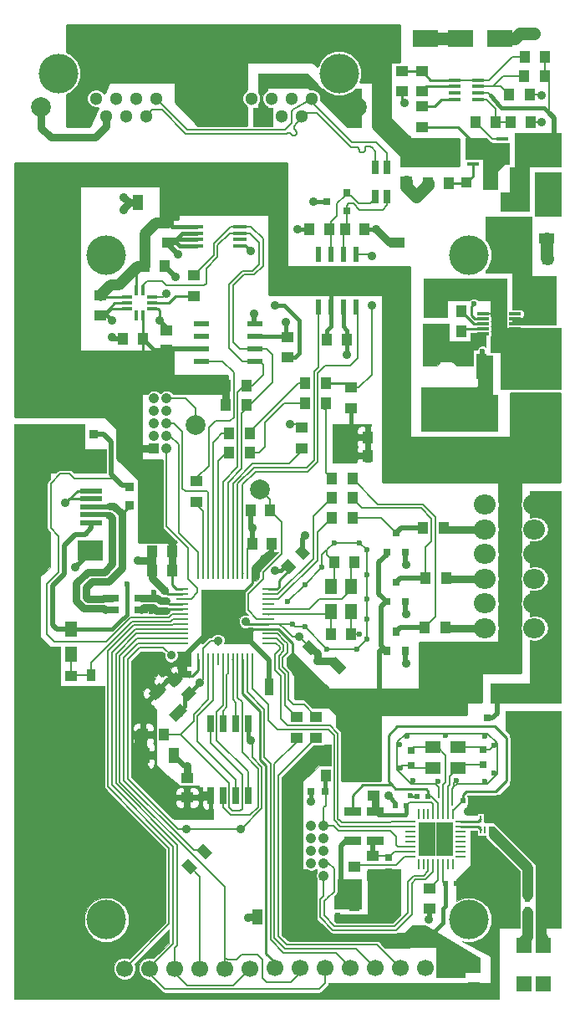
<source format=gbl>
G04 #@! TF.FileFunction,Copper,L4,Bot,Signal*
%FSLAX46Y46*%
G04 Gerber Fmt 4.6, Leading zero omitted, Abs format (unit mm)*
G04 Created by KiCad (PCBNEW 4.0.5-e0-6337~52~ubuntu16.10.1) date Sun Feb  5 13:59:30 2017*
%MOMM*%
%LPD*%
G01*
G04 APERTURE LIST*
%ADD10C,0.150000*%
%ADD11C,0.200000*%
%ADD12C,1.700000*%
%ADD13C,4.000000*%
%ADD14R,1.000000X1.250000*%
%ADD15R,0.600000X1.550000*%
%ADD16R,0.800100X0.800100*%
%ADD17R,1.250000X1.500000*%
%ADD18R,0.650000X1.700000*%
%ADD19R,1.300000X0.250000*%
%ADD20R,0.250000X1.300000*%
%ADD21R,1.050000X1.050000*%
%ADD22C,1.050000*%
%ADD23C,0.050000*%
%ADD24R,1.250000X1.000000*%
%ADD25R,1.600000X1.000000*%
%ADD26R,1.000000X1.600000*%
%ADD27R,1.400000X0.800000*%
%ADD28R,1.550000X0.600000*%
%ADD29R,0.900000X1.200000*%
%ADD30R,0.800000X1.400000*%
%ADD31R,1.450000X0.450000*%
%ADD32R,2.499360X1.800860*%
%ADD33R,0.280000X0.700000*%
%ADD34R,1.200000X0.300000*%
%ADD35R,1.650000X2.400000*%
%ADD36R,1.000000X2.500000*%
%ADD37R,1.600000X1.200000*%
%ADD38R,1.600000X2.000000*%
%ADD39C,1.300000*%
%ADD40C,2.000000*%
%ADD41R,1.100000X0.300000*%
%ADD42R,0.300000X1.100000*%
%ADD43R,1.300000X0.420000*%
%ADD44R,1.300000X0.405000*%
%ADD45R,1.725000X2.235000*%
%ADD46R,1.000000X1.000000*%
%ADD47R,1.000000X1.300000*%
%ADD48R,1.300000X1.000000*%
%ADD49R,1.540000X1.540000*%
%ADD50R,0.600000X0.500000*%
%ADD51R,0.600000X0.400000*%
%ADD52R,0.250000X0.700000*%
%ADD53R,1.300000X1.600000*%
%ADD54R,1.000000X0.250000*%
%ADD55R,0.250000X1.000000*%
%ADD56R,1.725000X1.725000*%
%ADD57R,1.600000X1.300000*%
%ADD58R,0.800000X0.900000*%
%ADD59R,0.900000X0.900000*%
%ADD60O,2.200000X2.000000*%
%ADD61R,0.750000X0.800000*%
%ADD62R,0.500000X0.600000*%
%ADD63R,1.700000X0.900000*%
%ADD64R,0.900000X1.700000*%
%ADD65R,0.800000X0.750000*%
%ADD66R,4.300000X1.500000*%
%ADD67R,2.301240X0.500380*%
%ADD68R,2.499360X1.998980*%
%ADD69C,0.889000*%
%ADD70C,0.600000*%
%ADD71C,0.400000*%
%ADD72C,0.508000*%
%ADD73C,1.270000*%
%ADD74C,0.762000*%
%ADD75C,0.254000*%
%ADD76C,1.104000*%
%ADD77C,1.150000*%
%ADD78C,0.800000*%
%ADD79C,0.100000*%
G04 APERTURE END LIST*
D10*
D11*
X27323448Y-61756835D02*
X28123448Y-61756835D01*
D12*
X21650000Y-96590000D03*
X19110000Y-96590000D03*
X16570000Y-96590000D03*
X14030000Y-96590000D03*
X11490000Y-96590000D03*
X24190000Y-96590000D03*
X26730000Y-96576000D03*
X29270000Y-96576000D03*
X31810000Y-96576000D03*
X34350000Y-96576000D03*
X36890000Y-96576000D03*
X39430000Y-96576000D03*
X41970000Y-96576000D03*
D13*
X9640000Y-91670000D03*
X46360000Y-91670000D03*
X9640000Y-24410000D03*
X46360000Y-24410000D03*
D12*
X44510000Y-96576000D03*
D10*
G36*
X28181281Y-56702602D02*
X27297398Y-55818719D01*
X28004505Y-55111612D01*
X28888388Y-55995495D01*
X28181281Y-56702602D01*
X28181281Y-56702602D01*
G37*
G36*
X29595495Y-55288388D02*
X28711612Y-54404505D01*
X29418719Y-53697398D01*
X30302602Y-54581281D01*
X29595495Y-55288388D01*
X29595495Y-55288388D01*
G37*
D14*
X33800000Y-21800000D03*
X35800000Y-21800000D03*
D15*
X34905000Y-29700000D03*
X33635000Y-29700000D03*
X32365000Y-29700000D03*
X31095000Y-29700000D03*
X31095000Y-24300000D03*
X32365000Y-24300000D03*
X33635000Y-24300000D03*
X34905000Y-24300000D03*
D16*
X34000760Y-18050000D03*
X34000760Y-19950000D03*
X32001780Y-19000000D03*
D14*
X16300000Y-56300000D03*
X14300000Y-56300000D03*
D17*
X6100000Y-64770000D03*
X6100000Y-62270000D03*
D18*
X20195000Y-71845000D03*
X21465000Y-71845000D03*
X22735000Y-71845000D03*
X24005000Y-71845000D03*
X24005000Y-79145000D03*
X22735000Y-79145000D03*
X21465000Y-79145000D03*
X20195000Y-79145000D03*
D19*
X26047130Y-58220179D03*
X26047130Y-58720179D03*
X26047130Y-59220179D03*
X26047130Y-59720179D03*
X26047130Y-60220179D03*
X26047130Y-60720179D03*
X26047130Y-61220179D03*
X26047130Y-61720179D03*
X26047130Y-62220179D03*
X26047130Y-62720179D03*
X26047130Y-63220179D03*
X26047130Y-63720179D03*
D20*
X24447130Y-65320179D03*
X23947130Y-65320179D03*
X23447130Y-65320179D03*
X22947130Y-65320179D03*
X22447130Y-65320179D03*
X21947130Y-65320179D03*
X21447130Y-65320179D03*
X20947130Y-65320179D03*
X20447130Y-65320179D03*
X19947130Y-65320179D03*
X19447130Y-65320179D03*
X18947130Y-65320179D03*
D19*
X17347130Y-63720179D03*
X17347130Y-63220179D03*
X17347130Y-62720179D03*
X17347130Y-62220179D03*
X17347130Y-61720179D03*
X17347130Y-61220179D03*
X17347130Y-60720179D03*
X17347130Y-60220179D03*
X17347130Y-59720179D03*
X17347130Y-59220179D03*
X17347130Y-58720179D03*
X17347130Y-58220179D03*
D20*
X18947130Y-56620179D03*
X19447130Y-56620179D03*
X19947130Y-56620179D03*
X20447130Y-56620179D03*
X20947130Y-56620179D03*
X21447130Y-56620179D03*
X21947130Y-56620179D03*
X22447130Y-56620179D03*
X22947130Y-56620179D03*
X23447130Y-56620179D03*
X23947130Y-56620179D03*
X24447130Y-56620179D03*
D14*
X32750000Y-55500000D03*
X34750000Y-55500000D03*
X34400000Y-62800000D03*
X32400000Y-62800000D03*
D10*
G36*
X28916281Y-66325602D02*
X28032398Y-65441719D01*
X28739505Y-64734612D01*
X29623388Y-65618495D01*
X28916281Y-66325602D01*
X28916281Y-66325602D01*
G37*
G36*
X30330495Y-64911388D02*
X29446612Y-64027505D01*
X30153719Y-63320398D01*
X31037602Y-64204281D01*
X30330495Y-64911388D01*
X30330495Y-64911388D01*
G37*
D14*
X26400000Y-53600000D03*
X24400000Y-53600000D03*
D10*
G36*
X15775111Y-67457883D02*
X16658994Y-66574000D01*
X17366101Y-67281107D01*
X16482218Y-68164990D01*
X15775111Y-67457883D01*
X15775111Y-67457883D01*
G37*
G36*
X17189325Y-68872097D02*
X18073208Y-67988214D01*
X18780315Y-68695321D01*
X17896432Y-69579204D01*
X17189325Y-68872097D01*
X17189325Y-68872097D01*
G37*
D14*
X26250000Y-50250000D03*
X24250000Y-50250000D03*
D21*
X30400000Y-87200000D03*
D22*
X30400000Y-85930000D03*
X30400000Y-84660000D03*
X30400000Y-83390000D03*
X30400000Y-82120000D03*
X31670000Y-85930000D03*
X31670000Y-84660000D03*
X31670000Y-83390000D03*
X31670000Y-82120000D03*
X31670000Y-87200000D03*
D23*
X27323448Y-61756835D03*
X28123448Y-61756835D03*
D24*
X51500000Y-69250000D03*
X51500000Y-71250000D03*
X15900000Y-21100000D03*
X15900000Y-23100000D03*
D10*
G36*
X31151472Y-68979899D02*
X30020101Y-67848528D01*
X30727208Y-67141421D01*
X31858579Y-68272792D01*
X31151472Y-68979899D01*
X31151472Y-68979899D01*
G37*
G36*
X33272792Y-66858579D02*
X32141421Y-65727208D01*
X32848528Y-65020101D01*
X33979899Y-66151472D01*
X33272792Y-66858579D01*
X33272792Y-66858579D01*
G37*
D14*
X16300000Y-54400000D03*
X14300000Y-54400000D03*
D10*
G36*
X13862670Y-68783991D02*
X14994041Y-67652620D01*
X15701148Y-68359727D01*
X14569777Y-69491098D01*
X13862670Y-68783991D01*
X13862670Y-68783991D01*
G37*
G36*
X15983990Y-70905311D02*
X17115361Y-69773940D01*
X17822468Y-70481047D01*
X16691097Y-71612418D01*
X15983990Y-70905311D01*
X15983990Y-70905311D01*
G37*
D25*
X53750000Y-69000000D03*
X53750000Y-72000000D03*
D26*
X27950000Y-91400000D03*
X24950000Y-91400000D03*
D24*
X6100000Y-69020000D03*
X6100000Y-67020000D03*
D27*
X13200000Y-59100000D03*
X10200000Y-60300000D03*
X13200000Y-60300000D03*
X10200000Y-59100000D03*
D24*
X46900000Y-96500000D03*
X46900000Y-98500000D03*
D28*
X19300000Y-35155000D03*
X19300000Y-33885000D03*
X19300000Y-32615000D03*
X19300000Y-31345000D03*
X24700000Y-31345000D03*
X24700000Y-32615000D03*
X24700000Y-33885000D03*
X24700000Y-35155000D03*
D29*
X8100000Y-69120000D03*
X8100000Y-66920000D03*
D24*
X28000000Y-34750000D03*
X28000000Y-32750000D03*
D30*
X38100000Y-18500000D03*
X36900000Y-15500000D03*
X36900000Y-18500000D03*
X38100000Y-15500000D03*
D31*
X23200000Y-21525000D03*
X23200000Y-22175000D03*
X23200000Y-22825000D03*
X23200000Y-23475000D03*
X18800000Y-23475000D03*
X18800000Y-22825000D03*
X18800000Y-22175000D03*
X18800000Y-21525000D03*
D32*
X38001020Y-2500000D03*
X41998980Y-2500000D03*
X49498980Y-2500000D03*
X45501020Y-2500000D03*
D33*
X49657777Y-32904854D03*
X49157777Y-32904854D03*
X49157777Y-29804854D03*
D34*
X47757777Y-32354854D03*
D35*
X49407777Y-31354854D03*
D34*
X47757777Y-31854854D03*
X47757777Y-31354854D03*
X47757777Y-30854854D03*
X47757777Y-30354854D03*
X51057777Y-30354854D03*
X51057777Y-30854854D03*
X51057777Y-31354854D03*
X51057777Y-31854854D03*
X51057777Y-32354854D03*
D33*
X49657777Y-29804854D03*
D24*
X40000000Y-15000000D03*
X40000000Y-17000000D03*
X9000000Y-30500000D03*
X9000000Y-28500000D03*
X15750000Y-34000000D03*
X15750000Y-32000000D03*
D14*
X45581774Y-30084855D03*
X43581774Y-30084855D03*
D26*
X51300000Y-17300000D03*
X54300000Y-17300000D03*
X52413602Y-27946447D03*
X49413602Y-27946447D03*
D24*
X17800000Y-77300000D03*
X17800000Y-79300000D03*
X54000000Y-31000000D03*
X54000000Y-33000000D03*
D14*
X45581774Y-32116855D03*
X43581774Y-32116855D03*
D36*
X50653775Y-35672855D03*
X47653775Y-35672855D03*
D37*
X50500000Y-19300000D03*
X50500000Y-21500000D03*
D25*
X54250000Y-22750000D03*
X54250000Y-19750000D03*
D24*
X54250000Y-39000000D03*
X54250000Y-37000000D03*
D38*
X48200000Y-41000000D03*
X51800000Y-41000000D03*
D14*
X34000000Y-33000000D03*
X32000000Y-33000000D03*
X32200000Y-21800000D03*
X30200000Y-21800000D03*
D16*
X47300000Y-69249240D03*
X49200000Y-69249240D03*
X48250000Y-71248220D03*
X39950000Y-54500760D03*
X38050000Y-54500760D03*
X39000000Y-52501780D03*
X39950000Y-59500760D03*
X38050000Y-59500760D03*
X39000000Y-57501780D03*
D14*
X13500000Y-25500000D03*
X15500000Y-25500000D03*
D39*
X14675000Y-8540000D03*
X8585000Y-8540000D03*
X12645000Y-8540000D03*
X10615000Y-8540000D03*
X13655000Y-10320000D03*
X11625000Y-10320000D03*
X9595000Y-10320000D03*
X7565000Y-10320000D03*
D13*
X33225000Y-6000000D03*
D40*
X3000000Y-9430000D03*
D39*
X23315000Y-10320000D03*
X25345000Y-10320000D03*
X27375000Y-10320000D03*
X29405000Y-10320000D03*
X26365000Y-8540000D03*
X28395000Y-8540000D03*
X24335000Y-8540000D03*
X30425000Y-8540000D03*
D13*
X4775000Y-6000000D03*
D40*
X35000000Y-9430000D03*
D41*
X14250000Y-28650000D03*
X14250000Y-29250000D03*
X14250000Y-29850000D03*
D42*
X13300000Y-30500000D03*
X12700000Y-30500000D03*
X13300000Y-28000000D03*
D41*
X11750000Y-29850000D03*
X11750000Y-29250000D03*
X11750000Y-28650000D03*
D42*
X12700000Y-28000000D03*
D43*
X44900600Y-8645800D03*
X44900600Y-7995800D03*
X44900600Y-7345800D03*
X44900600Y-6695800D03*
X47250600Y-6695800D03*
X47250600Y-7345800D03*
X47250600Y-7995800D03*
X47250600Y-8645800D03*
D44*
X53261200Y-12639400D03*
X53261200Y-13289400D03*
X53261200Y-13939400D03*
X53261200Y-14589400D03*
X49776200Y-14589400D03*
X49776200Y-13939400D03*
X49776200Y-13289400D03*
X49776200Y-12639400D03*
D45*
X51911200Y-13614400D03*
D44*
X43258800Y-15199000D03*
X43258800Y-14549000D03*
X43258800Y-13899000D03*
X43258800Y-13249000D03*
X46743800Y-13249000D03*
X46743800Y-13899000D03*
X46743800Y-14549000D03*
X46743800Y-15199000D03*
D45*
X44608800Y-14224000D03*
D14*
X50612800Y-10922000D03*
X52612800Y-10922000D03*
D46*
X48595600Y-17068800D03*
X46095600Y-17068800D03*
D47*
X44331600Y-17119600D03*
X42231600Y-17119600D03*
X47006800Y-10922000D03*
X49106800Y-10922000D03*
D14*
X54035200Y-4368800D03*
X52035200Y-4368800D03*
D24*
X41600000Y-7800000D03*
X41600000Y-5800000D03*
D48*
X41600000Y-11450000D03*
X41600000Y-9350000D03*
D47*
X54085200Y-6299200D03*
X51985200Y-6299200D03*
X50410400Y-8178800D03*
X52510400Y-8178800D03*
D48*
X39600000Y-5750000D03*
X39600000Y-7850000D03*
D21*
X14470000Y-43960000D03*
D22*
X14470000Y-42690000D03*
X14470000Y-41420000D03*
X14470000Y-40150000D03*
X14470000Y-38880000D03*
X15740000Y-42690000D03*
X15740000Y-41420000D03*
X15740000Y-40150000D03*
X15740000Y-38880000D03*
X15740000Y-43960000D03*
D49*
X51970000Y-98190000D03*
X53910000Y-98190000D03*
X53910000Y-94290000D03*
X51970000Y-94290000D03*
D50*
X53500000Y-91800000D03*
X52400000Y-91800000D03*
D51*
X52300000Y-89650000D03*
X52300000Y-90550000D03*
D52*
X48450000Y-81450000D03*
X48000000Y-81450000D03*
X47550000Y-81450000D03*
X47550000Y-82550000D03*
X48000000Y-82550000D03*
X48450000Y-82550000D03*
D47*
X13375000Y-72920000D03*
X15475000Y-72920000D03*
D53*
X32350000Y-60450000D03*
X32350000Y-57950000D03*
X34450000Y-57950000D03*
X34450000Y-60450000D03*
D54*
X45550000Y-81750000D03*
X45550000Y-82250000D03*
X45550000Y-82750000D03*
X45550000Y-83250000D03*
X45550000Y-83750000D03*
X45550000Y-84250000D03*
X45550000Y-84750000D03*
X45550000Y-85250000D03*
D55*
X44750000Y-86050000D03*
X44250000Y-86050000D03*
X43750000Y-86050000D03*
X43250000Y-86050000D03*
X42750000Y-86050000D03*
X42250000Y-86050000D03*
X41750000Y-86050000D03*
X41250000Y-86050000D03*
D54*
X40450000Y-85250000D03*
X40450000Y-84750000D03*
X40450000Y-84250000D03*
X40450000Y-83750000D03*
X40450000Y-83250000D03*
X40450000Y-82750000D03*
X40450000Y-82250000D03*
X40450000Y-81750000D03*
D55*
X41250000Y-80950000D03*
X41750000Y-80950000D03*
X42250000Y-80950000D03*
X42750000Y-80950000D03*
X43250000Y-80950000D03*
X43750000Y-80950000D03*
X44250000Y-80950000D03*
X44750000Y-80950000D03*
D56*
X42137500Y-84362500D03*
X42137500Y-82637500D03*
X43862500Y-84362500D03*
X43862500Y-82637500D03*
D57*
X42750000Y-74200000D03*
X45250000Y-74200000D03*
X45250000Y-76300000D03*
X42750000Y-76300000D03*
D48*
X18500000Y-26450000D03*
X18500000Y-28550000D03*
D58*
X39950000Y-64500000D03*
X38050000Y-64500000D03*
X39000000Y-62500000D03*
D47*
X21750000Y-37600000D03*
X23850000Y-37600000D03*
X21750000Y-39600000D03*
X23850000Y-39600000D03*
X52200000Y-24750000D03*
X54300000Y-24750000D03*
D48*
X18800000Y-47270000D03*
X18800000Y-49370000D03*
X29450000Y-41830000D03*
X29450000Y-43930000D03*
D47*
X24160000Y-42470000D03*
X22060000Y-42470000D03*
X24180000Y-44400000D03*
X22080000Y-44400000D03*
X31850000Y-37400000D03*
X29750000Y-37400000D03*
X31850000Y-39400000D03*
X29750000Y-39400000D03*
D48*
X34400000Y-39900000D03*
X34400000Y-37800000D03*
D47*
X41700000Y-52000000D03*
X43800000Y-52000000D03*
X41950000Y-57100000D03*
X44050000Y-57100000D03*
X32450000Y-51000000D03*
X34550000Y-51000000D03*
X41850000Y-62100000D03*
X43950000Y-62100000D03*
X32450000Y-49000000D03*
X34550000Y-49000000D03*
D59*
X11980000Y-47850000D03*
X11980000Y-49750000D03*
X6470000Y-42520000D03*
X8370000Y-42520000D03*
D47*
X32450000Y-47000000D03*
X34550000Y-47000000D03*
D60*
X48000000Y-62150000D03*
X53000000Y-62150000D03*
X48000000Y-49650000D03*
X48000000Y-52150000D03*
X48000000Y-54650000D03*
X48000000Y-57150000D03*
X48000000Y-59650000D03*
X53000000Y-49650000D03*
X53000000Y-52150000D03*
X53000000Y-54650000D03*
X53000000Y-59650000D03*
X53000000Y-57150000D03*
D24*
X34800000Y-86300000D03*
X34800000Y-88300000D03*
D50*
X42250000Y-79200000D03*
X41150000Y-79200000D03*
X43950000Y-88000000D03*
X45050000Y-88000000D03*
X46850000Y-79600000D03*
X45750000Y-79600000D03*
X40050000Y-80100000D03*
X38950000Y-80100000D03*
D24*
X42400000Y-88500000D03*
X42400000Y-90500000D03*
D61*
X47800000Y-74450000D03*
X47800000Y-75950000D03*
X40500000Y-76050000D03*
X40500000Y-74550000D03*
D24*
X36600000Y-85200000D03*
X36600000Y-87200000D03*
D14*
X34800000Y-90200000D03*
X36800000Y-90200000D03*
D61*
X38200000Y-85350000D03*
X38200000Y-86850000D03*
D62*
X33100000Y-90150000D03*
X33100000Y-91250000D03*
D63*
X34600000Y-80750000D03*
X34600000Y-83650000D03*
X36900000Y-80750000D03*
X36900000Y-83650000D03*
D64*
X29050000Y-68100000D03*
X26150000Y-68100000D03*
D48*
X30900000Y-73250000D03*
X30900000Y-71150000D03*
X28900000Y-73250000D03*
X28900000Y-71150000D03*
D47*
X33950000Y-77090000D03*
X31850000Y-77090000D03*
X31850000Y-75180000D03*
X33950000Y-75180000D03*
D48*
X36700000Y-77030000D03*
X36700000Y-79130000D03*
D65*
X31820000Y-78710000D03*
X30320000Y-78710000D03*
D14*
X13330000Y-32880000D03*
X11330000Y-32880000D03*
D26*
X15820000Y-19070000D03*
X12820000Y-19070000D03*
D66*
X44100000Y-34350000D03*
X44100000Y-38650000D03*
D67*
X8089320Y-51470200D03*
X8089320Y-50670100D03*
X8089320Y-49870000D03*
X8089320Y-49069900D03*
X8089320Y-48269800D03*
D68*
X7990260Y-54320080D03*
X2491160Y-54320080D03*
X7990260Y-45419920D03*
X2491160Y-45419920D03*
D25*
X39050000Y-23150000D03*
X39050000Y-26150000D03*
D14*
X38100000Y-42850000D03*
X36100000Y-42850000D03*
X38100000Y-44700000D03*
X36100000Y-44700000D03*
D26*
X16500000Y-75000000D03*
X13500000Y-75000000D03*
D24*
X52500000Y-39000000D03*
X52500000Y-37000000D03*
D10*
G36*
X18163604Y-87055635D02*
X17244365Y-86136396D01*
X17951472Y-85429289D01*
X18870711Y-86348528D01*
X18163604Y-87055635D01*
X18163604Y-87055635D01*
G37*
G36*
X19648528Y-85570711D02*
X18729289Y-84651472D01*
X19436396Y-83944365D01*
X20355635Y-84863604D01*
X19648528Y-85570711D01*
X19648528Y-85570711D01*
G37*
D40*
X18700000Y-41600000D03*
X25200000Y-48100000D03*
D69*
X26735620Y-56368681D03*
X25598000Y-55171000D03*
D70*
X35250000Y-62750000D03*
X36000000Y-59250000D03*
X36000000Y-61250000D03*
X36000000Y-54250000D03*
X36000000Y-56750000D03*
X29750000Y-57750000D03*
X35250000Y-53500000D03*
X35000000Y-64250000D03*
X29750000Y-62000000D03*
X28500000Y-61750000D03*
X32000000Y-64250000D03*
X36000000Y-63250000D03*
X32750000Y-53500000D03*
X31500000Y-56000000D03*
X28000000Y-59500000D03*
D69*
X10500000Y-84500000D03*
X5500000Y-82500000D03*
X5500000Y-87000000D03*
X5000000Y-92500000D03*
X14750000Y-91500000D03*
X14500000Y-85250000D03*
X9750000Y-80500000D03*
X1000000Y-87000000D03*
X1000000Y-93000000D03*
X24000000Y-91500000D03*
X6000000Y-96000000D03*
X1000000Y-99000000D03*
X8000000Y-99000000D03*
X13500000Y-99000000D03*
X33000000Y-99000000D03*
X36500000Y-99000000D03*
X40000000Y-99000000D03*
X43500000Y-99000000D03*
X48500000Y-99000000D03*
X8050000Y-70545000D03*
X24250000Y-24000000D03*
D70*
X52500000Y-33500000D03*
X52500000Y-32500000D03*
X53500000Y-35000000D03*
D69*
X24250000Y-73495000D03*
X49500000Y-80400000D03*
X34500000Y-45000000D03*
X34200000Y-41950000D03*
X33500000Y-43500000D03*
X17800000Y-76100000D03*
X48500000Y-89500000D03*
X51750000Y-72500000D03*
X52000000Y-77000000D03*
X52000000Y-80500000D03*
X55000000Y-83500000D03*
X55000000Y-80500000D03*
X55000000Y-78000000D03*
X55000000Y-75500000D03*
X55000000Y-73000000D03*
X47000000Y-83500000D03*
X5500000Y-49500000D03*
X1000000Y-47500000D03*
X1000000Y-52500000D03*
X2000000Y-57500000D03*
X1000000Y-62500000D03*
X4000000Y-65000000D03*
X1000000Y-70000000D03*
X8500000Y-74000000D03*
X1000000Y-80500000D03*
X1000000Y-74500000D03*
X5500000Y-42500000D03*
X6000000Y-45000000D03*
X1000000Y-42500000D03*
X6500000Y-56000000D03*
X49250000Y-85250000D03*
X11430000Y-19800000D03*
X11430000Y-18550000D03*
X10190000Y-32750000D03*
X41000000Y-18500000D03*
X51500000Y-2000000D03*
X53000000Y-2000000D03*
D70*
X53500000Y-18500000D03*
X55000000Y-18500000D03*
X45800000Y-28300000D03*
X44600000Y-27300000D03*
X51400000Y-33900000D03*
D69*
X43862500Y-82637500D03*
X48200000Y-80000000D03*
X48800000Y-94800000D03*
X51000000Y-92000000D03*
X50949998Y-90100000D03*
X51000000Y-87800000D03*
X50245404Y-86254596D03*
X48000000Y-84200000D03*
X54900000Y-91950000D03*
X46300000Y-80700000D03*
X52400000Y-84600000D03*
X51054596Y-83245404D03*
X49500000Y-81700000D03*
X53650002Y-85840810D03*
X53600000Y-88300000D03*
X53600000Y-90600000D03*
X46000000Y-88000000D03*
D70*
X42200000Y-30300000D03*
X42200000Y-27300000D03*
X47000000Y-27300000D03*
X48200000Y-28300000D03*
X49000000Y-33900000D03*
X50200000Y-33900000D03*
X52000000Y-34750000D03*
X52000000Y-36000000D03*
X54750000Y-35750000D03*
X54750000Y-34250000D03*
D69*
X38500000Y-88500000D03*
D70*
X36750000Y-91500000D03*
X34000000Y-91500000D03*
D69*
X38500000Y-90000000D03*
X36750000Y-88500000D03*
X17750000Y-82500000D03*
X23250000Y-82500000D03*
X30350000Y-79700000D03*
X31000000Y-65500000D03*
X38200000Y-79100000D03*
X42300000Y-91600000D03*
D70*
X40400000Y-79100000D03*
D69*
X43862500Y-84362500D03*
X42137500Y-82637500D03*
X42137500Y-84362500D03*
X40000000Y-60750000D03*
X40000000Y-55750000D03*
X40000000Y-65750000D03*
X29800000Y-52800000D03*
X24400000Y-52000000D03*
X10200000Y-31000000D03*
X16900000Y-24300000D03*
X16600000Y-26600000D03*
X15700000Y-28300000D03*
X15000000Y-31000000D03*
X24610000Y-30330000D03*
X26750000Y-29500000D03*
X12800000Y-55300000D03*
X28210000Y-41530000D03*
X6175000Y-70345000D03*
X37000000Y-21800000D03*
X30600000Y-19000000D03*
X29000000Y-21800000D03*
X39800000Y-9000000D03*
X34000000Y-34500000D03*
X53695600Y-10922000D03*
X53746400Y-8229600D03*
X23750000Y-61470000D03*
D70*
X44000000Y-28700000D03*
X42800000Y-28700000D03*
X48988604Y-32111447D03*
X48988604Y-30611447D03*
X49738602Y-32111447D03*
X49738602Y-30611447D03*
D69*
X19100000Y-67670000D03*
X29154000Y-63045000D03*
X15555201Y-58389239D03*
X20943354Y-63418182D03*
X16200000Y-64920000D03*
D70*
X14400000Y-58500000D03*
X14200000Y-60500000D03*
D69*
X27800000Y-31200000D03*
D70*
X11700000Y-57700000D03*
X47738604Y-34111447D03*
X46867776Y-29322854D03*
D69*
X36500000Y-24500000D03*
X36500000Y-29500000D03*
D70*
X45100000Y-77600000D03*
X48900000Y-74000000D03*
X39400000Y-76300000D03*
X44000000Y-73000000D03*
X39300000Y-73900000D03*
X40100000Y-73100000D03*
X48000000Y-73100000D03*
X48900000Y-76800000D03*
X48000000Y-77700000D03*
X40700000Y-77600000D03*
X43200000Y-77700000D03*
D11*
X25536624Y-57136624D02*
X25536624Y-56463376D01*
X27400000Y-54600000D02*
X27400000Y-51400000D01*
X27400000Y-51400000D02*
X26250000Y-50250000D01*
X25536624Y-56463376D02*
X27400000Y-54600000D01*
X26250000Y-50250000D02*
X26250000Y-49150000D01*
X26250000Y-49150000D02*
X25200000Y-48100000D01*
X15740000Y-38880000D02*
X17680000Y-38880000D01*
X17680000Y-38880000D02*
X18700000Y-39900000D01*
X18700000Y-39900000D02*
X18700000Y-41600000D01*
X25568186Y-57105062D02*
X25536624Y-57136624D01*
X25536624Y-57136624D02*
X23996641Y-58676607D01*
X23996641Y-60328974D02*
X23996641Y-58676607D01*
X24876707Y-61209039D02*
X23996641Y-60328974D01*
X24876707Y-61209039D02*
X26051047Y-61209039D01*
X26056254Y-61214246D02*
X26051047Y-61209039D01*
X16570000Y-96590000D02*
X16570000Y-97070000D01*
X16570000Y-97070000D02*
X17800000Y-98300000D01*
X22480000Y-98300000D02*
X24190000Y-96590000D01*
X17800000Y-98300000D02*
X22480000Y-98300000D01*
X16800004Y-84300000D02*
X16800004Y-84070004D01*
X16800004Y-84070004D02*
X16715000Y-83985000D01*
X17347130Y-62720179D02*
X12682757Y-62720179D01*
X10604984Y-64797952D02*
X10604984Y-65450000D01*
X12682757Y-62720179D02*
X10604984Y-64797952D01*
X10604984Y-65450000D02*
X10604984Y-77874984D01*
X10604984Y-77874984D02*
X16715000Y-83985000D01*
X16570000Y-96590000D02*
X16570000Y-94495688D01*
X16800004Y-94265684D02*
X16800004Y-84300000D01*
X16800004Y-84300000D02*
X16800004Y-84235690D01*
X16570000Y-94495688D02*
X16800004Y-94265684D01*
X16900000Y-96246000D02*
X16570000Y-96576000D01*
X14030000Y-96590000D02*
X14030000Y-97180000D01*
X14030000Y-97180000D02*
X15550002Y-98700002D01*
X31810000Y-98090000D02*
X31810000Y-96576000D01*
X31199998Y-98700002D02*
X31810000Y-98090000D01*
X15550002Y-98700002D02*
X31199998Y-98700002D01*
X16400002Y-84700000D02*
X16400002Y-84235690D01*
X16400002Y-84235690D02*
X16222844Y-84058532D01*
X10204982Y-78040670D02*
X10204982Y-66500000D01*
X16222844Y-84058532D02*
X10204982Y-78040670D01*
X10204982Y-64632266D02*
X10918624Y-63918624D01*
X16502970Y-62267207D02*
X12570041Y-62267207D01*
X17347130Y-62220179D02*
X16549998Y-62220179D01*
X16549998Y-62220179D02*
X16502970Y-62267207D01*
X12570041Y-62267207D02*
X10918624Y-63918624D01*
X10204982Y-66500000D02*
X10204982Y-64632266D01*
X16400002Y-84500000D02*
X16400002Y-84254314D01*
X14030000Y-96590000D02*
X14030000Y-96470000D01*
X14030000Y-96470000D02*
X16400002Y-94099998D01*
X16400002Y-94099998D02*
X16400002Y-84700000D01*
X16400002Y-84700000D02*
X16400002Y-84500000D01*
X16400002Y-84500000D02*
X16400002Y-84235690D01*
X31810000Y-96590000D02*
X31810000Y-97460000D01*
X31810000Y-97390000D02*
X31810000Y-96590000D01*
X31810000Y-97090000D02*
X31810000Y-96590000D01*
X29270000Y-96576000D02*
X29270000Y-97030000D01*
X29270000Y-97030000D02*
X28300000Y-98000000D01*
X28300000Y-98000000D02*
X25850000Y-98000000D01*
X25850000Y-98000000D02*
X25450000Y-97600000D01*
X25450000Y-97600000D02*
X25450000Y-95700000D01*
X25450000Y-95700000D02*
X24950000Y-95200000D01*
X24950000Y-95200000D02*
X23300000Y-95200000D01*
X23300000Y-95200000D02*
X22800000Y-95700000D01*
X22800000Y-95700000D02*
X21850000Y-95700000D01*
X21850000Y-95700000D02*
X21650000Y-95500000D01*
X21650000Y-96590000D02*
X21650000Y-95500000D01*
X21650000Y-95500000D02*
X21650000Y-88350000D01*
X19600000Y-86300000D02*
X19600000Y-86304312D01*
X21650000Y-88350000D02*
X19600000Y-86300000D01*
X17347130Y-63220179D02*
X12748445Y-63220179D01*
X12748445Y-63220179D02*
X11004986Y-64963638D01*
X11004986Y-64963638D02*
X11004986Y-65800000D01*
X11004986Y-64963638D02*
X11004986Y-65800000D01*
X11004986Y-65800000D02*
X11004986Y-77709298D01*
X11004986Y-77709298D02*
X19600000Y-86304312D01*
X23200000Y-22175000D02*
X22140688Y-22175000D01*
X13750000Y-27000000D02*
X13300000Y-27450000D01*
X15250000Y-27000000D02*
X13750000Y-27000000D01*
X15750000Y-27500000D02*
X15250000Y-27000000D01*
X19500000Y-27500000D02*
X15750000Y-27500000D01*
X19750000Y-27250000D02*
X19500000Y-27500000D01*
X19750000Y-25765688D02*
X19750000Y-27250000D01*
X20900002Y-24615686D02*
X19750000Y-25765688D01*
X13300000Y-27450000D02*
X13300000Y-28000000D01*
X24150000Y-37600000D02*
X24400000Y-37600000D01*
X24400000Y-37600000D02*
X25500000Y-36500000D01*
X25500000Y-35500000D02*
X25155000Y-35155000D01*
X25500000Y-36500000D02*
X25500000Y-35500000D01*
X25155000Y-35155000D02*
X24700000Y-35155000D01*
X24250000Y-25999998D02*
X23434314Y-25999998D01*
X23405000Y-35155000D02*
X24700000Y-35155000D01*
X22099998Y-33849998D02*
X23405000Y-35155000D01*
X22099998Y-27334314D02*
X22099998Y-33849998D01*
X23434314Y-25999998D02*
X22099998Y-27334314D01*
X24150000Y-37600000D02*
X24399998Y-37600000D01*
X24175000Y-22175000D02*
X23200000Y-22175000D01*
X25099998Y-23099998D02*
X24175000Y-22175000D01*
X25099998Y-25334314D02*
X25099998Y-23099998D01*
X24434314Y-25999998D02*
X25099998Y-25334314D01*
X24250000Y-25999998D02*
X24434314Y-25999998D01*
X21447130Y-56620179D02*
X21447130Y-47352870D01*
X22939998Y-38260002D02*
X23600000Y-37600000D01*
X22939998Y-45860002D02*
X22939998Y-38260002D01*
X21447130Y-47352870D02*
X22939998Y-45860002D01*
X23600000Y-37600000D02*
X24150000Y-37600000D01*
X20900002Y-23415686D02*
X20900002Y-24615686D01*
X22140688Y-22175000D02*
X20900002Y-23415686D01*
X23200000Y-21525000D02*
X22225000Y-21525000D01*
X20500000Y-24450000D02*
X18500000Y-26450000D01*
X20500000Y-23250000D02*
X20500000Y-24450000D01*
X22225000Y-21525000D02*
X20500000Y-23250000D01*
X24700000Y-33885000D02*
X25885000Y-33885000D01*
X26500000Y-37250000D02*
X24150000Y-39600000D01*
X26500000Y-34500000D02*
X26500000Y-37250000D01*
X25885000Y-33885000D02*
X26500000Y-34500000D01*
X24700000Y-33885000D02*
X23135000Y-33885000D01*
X22500000Y-27500000D02*
X23600000Y-26400000D01*
X22500000Y-33250000D02*
X22500000Y-27500000D01*
X23135000Y-33885000D02*
X22500000Y-33250000D01*
X23200000Y-21525000D02*
X24275000Y-21525000D01*
X24275000Y-21525000D02*
X25500000Y-22750000D01*
X23600000Y-26400000D02*
X24600000Y-26400000D01*
X25500000Y-25500000D02*
X25500000Y-22750000D01*
X24600000Y-26400000D02*
X25500000Y-25500000D01*
X23340000Y-41400000D02*
X23340000Y-40410000D01*
X21947130Y-56620179D02*
X21947130Y-47418558D01*
X23340000Y-46025688D02*
X23340000Y-45200000D01*
X21947130Y-47418558D02*
X23340000Y-46025688D01*
X23340000Y-45200000D02*
X23340000Y-42400000D01*
X23340000Y-42400000D02*
X23340000Y-41400000D01*
X23340000Y-40410000D02*
X24150000Y-39600000D01*
X18947130Y-56620179D02*
X18947130Y-54481442D01*
X16950000Y-43550000D02*
X16090000Y-42690000D01*
X16950000Y-52484312D02*
X16950000Y-43550000D01*
X18947130Y-54481442D02*
X16950000Y-52484312D01*
X16090000Y-42690000D02*
X15740000Y-42690000D01*
X18956254Y-56614247D02*
X18949738Y-56607730D01*
X15740000Y-43960000D02*
X15740000Y-51840000D01*
X17940000Y-55300000D02*
X17934969Y-55300000D01*
X17940000Y-54040000D02*
X17940000Y-55300000D01*
X15740000Y-51840000D02*
X17940000Y-54040000D01*
X17356254Y-59214247D02*
X17373039Y-59197462D01*
X17373039Y-59197462D02*
X18249278Y-59197462D01*
X17356254Y-59214247D02*
X17357429Y-59215422D01*
X18249278Y-59197462D02*
X18877896Y-58568844D01*
X18877896Y-58568844D02*
X18877896Y-58119831D01*
X17934969Y-57176904D02*
X17934969Y-55300000D01*
X18877896Y-58119831D02*
X17934969Y-57176904D01*
X19947130Y-56620179D02*
X19947130Y-48447130D01*
X16490000Y-41420000D02*
X15740000Y-41420000D01*
X17350002Y-42280002D02*
X16490000Y-41420000D01*
X17350002Y-48020000D02*
X17350002Y-42280002D01*
X17650002Y-48320000D02*
X17350002Y-48020000D01*
X19820000Y-48320000D02*
X17650002Y-48320000D01*
X19947130Y-48447130D02*
X19820000Y-48320000D01*
D71*
X15750000Y-34000000D02*
X14450000Y-34000000D01*
X14450000Y-34000000D02*
X13330000Y-32880000D01*
D72*
X2900000Y-36890000D02*
X6890000Y-36890000D01*
D73*
X11960000Y-41960000D02*
X10550000Y-40550000D01*
X2900000Y-36890000D02*
X2900000Y-29430000D01*
D72*
X6890000Y-36890000D02*
X10550000Y-40550000D01*
D74*
X15820000Y-19070000D02*
X15820000Y-21020000D01*
X15820000Y-21020000D02*
X15900000Y-21100000D01*
X15820000Y-19070000D02*
X15820000Y-16540000D01*
X15820000Y-16540000D02*
X15880000Y-16480000D01*
X21750000Y-39600000D02*
X21750000Y-37600000D01*
D75*
X13330000Y-32880000D02*
X13330000Y-36930000D01*
D11*
X13330000Y-36930000D02*
X13180000Y-37080000D01*
D75*
X13300000Y-30500000D02*
X13300000Y-32850000D01*
D11*
X13300000Y-32850000D02*
X13330000Y-32880000D01*
D76*
X13500000Y-25500000D02*
X13500000Y-22250000D01*
X14650000Y-21100000D02*
X15900000Y-21100000D01*
X12730000Y-25500000D02*
X13500000Y-25500000D01*
X10850000Y-27380000D02*
X12730000Y-25500000D01*
D71*
X32365000Y-29700000D02*
X32365000Y-27635000D01*
X32365000Y-27635000D02*
X32500000Y-27500000D01*
D74*
X36900000Y-80750000D02*
X36900000Y-79330000D01*
X36900000Y-79330000D02*
X36700000Y-79130000D01*
D71*
X40050000Y-80100000D02*
X40050000Y-80910000D01*
X39920000Y-81040000D02*
X37190000Y-81040000D01*
X40050000Y-80910000D02*
X39920000Y-81040000D01*
X37190000Y-81040000D02*
X36900000Y-80750000D01*
D72*
X26150000Y-68100000D02*
X26150000Y-66650000D01*
X23228064Y-62503064D02*
X23228064Y-62470000D01*
X26145994Y-65420994D02*
X23228064Y-62503064D01*
X26145994Y-66645994D02*
X26145994Y-65420994D01*
X26150000Y-66650000D02*
X26145994Y-66645994D01*
X38050000Y-64500000D02*
X37300000Y-64500000D01*
X32178680Y-69300000D02*
X30939340Y-68060660D01*
X37100000Y-69300000D02*
X32178680Y-69300000D01*
X37300000Y-69100000D02*
X37100000Y-69300000D01*
X37300000Y-64500000D02*
X37300000Y-69100000D01*
D71*
X43950000Y-88000000D02*
X43950000Y-90250000D01*
X41900000Y-93800000D02*
X39400000Y-93800000D01*
X43700000Y-92000000D02*
X41900000Y-93800000D01*
X43700000Y-90500000D02*
X43700000Y-92000000D01*
X43950000Y-90250000D02*
X43700000Y-90500000D01*
D11*
X43750000Y-86050000D02*
X43750000Y-87800000D01*
X43750000Y-87800000D02*
X43950000Y-88000000D01*
X42750000Y-80950000D02*
X42750000Y-79965688D01*
X42750000Y-79965688D02*
X42584312Y-79800000D01*
D72*
X17100936Y-66250000D02*
X17100936Y-65464550D01*
X17100936Y-65464550D02*
X21302565Y-61262921D01*
X23004032Y-62245968D02*
X23004032Y-62254032D01*
X38050000Y-59500760D02*
X37999240Y-59500760D01*
X37999240Y-59500760D02*
X37500000Y-60000000D01*
X37500000Y-63950000D02*
X38050000Y-64500000D01*
X37500000Y-60000000D02*
X37500000Y-63950000D01*
X38050000Y-54500760D02*
X38050000Y-54700000D01*
X38050000Y-54700000D02*
X37250000Y-55500000D01*
X37250000Y-55500000D02*
X37250000Y-58700760D01*
X37250000Y-58700760D02*
X38050000Y-59500760D01*
X26400000Y-53600000D02*
X26400000Y-54369000D01*
X26400000Y-54369000D02*
X25598000Y-55171000D01*
D75*
X24447130Y-56620179D02*
X24447130Y-57622246D01*
X24447130Y-57622246D02*
X23496639Y-58572737D01*
D72*
X28092893Y-56107107D02*
X28092893Y-56092893D01*
X28092893Y-56092893D02*
X27954002Y-55954002D01*
D11*
X24447130Y-56620179D02*
X24447130Y-56321870D01*
X24447130Y-56321870D02*
X25598000Y-55171000D01*
D71*
X18800000Y-21525000D02*
X16325000Y-21525000D01*
X16325000Y-21525000D02*
X15900000Y-21100000D01*
D75*
X11750000Y-28650000D02*
X9150000Y-28650000D01*
X9150000Y-28650000D02*
X9000000Y-28500000D01*
X12700000Y-28000000D02*
X12700000Y-26300000D01*
X12700000Y-26300000D02*
X13500000Y-25500000D01*
D74*
X21450000Y-37600000D02*
X18480000Y-37600000D01*
X17960000Y-37080000D02*
X13180000Y-37080000D01*
X18480000Y-37600000D02*
X17960000Y-37080000D01*
D72*
X19300000Y-33885000D02*
X15865000Y-33885000D01*
X15865000Y-33885000D02*
X15750000Y-34000000D01*
D75*
X17347130Y-58220179D02*
X16720179Y-58220179D01*
X16720179Y-58220179D02*
X16300000Y-57800000D01*
X16300000Y-57800000D02*
X16300000Y-56300000D01*
D74*
X16300000Y-56300000D02*
X16300000Y-54400000D01*
X16300000Y-54400000D02*
X16300000Y-53500000D01*
X15300000Y-52500000D02*
X13600000Y-52500000D01*
X16300000Y-53500000D02*
X15300000Y-52500000D01*
D73*
X13600000Y-52500000D02*
X13600000Y-51115000D01*
X13440000Y-48680000D02*
X13440000Y-50955000D01*
X13600000Y-51115000D02*
X13440000Y-50955000D01*
D74*
X14470000Y-43960000D02*
X12770000Y-43960000D01*
X12770000Y-43960000D02*
X11960000Y-43150000D01*
X11960000Y-38300000D02*
X11960000Y-41960000D01*
X13180000Y-37080000D02*
X11960000Y-38300000D01*
D73*
X13440000Y-48680000D02*
X13440000Y-46380000D01*
X11960000Y-44900000D02*
X11960000Y-43150000D01*
X11960000Y-43150000D02*
X11960000Y-41960000D01*
X13440000Y-46380000D02*
X11960000Y-44900000D01*
X13440000Y-48680000D02*
X13440000Y-45860000D01*
D71*
X32365000Y-29700000D02*
X32365000Y-31635000D01*
X32000000Y-32000000D02*
X32000000Y-33000000D01*
X32365000Y-31635000D02*
X32000000Y-32000000D01*
D75*
X26047130Y-62220179D02*
X27070978Y-62220179D01*
X28519000Y-63668201D02*
X28519000Y-65221214D01*
X27070978Y-62220179D02*
X28519000Y-63668201D01*
X28519000Y-65221214D02*
X28827893Y-65530107D01*
X26047130Y-58220179D02*
X26884523Y-58220179D01*
X28061091Y-56358909D02*
X28061091Y-55525457D01*
X27100000Y-57320000D02*
X28061091Y-56358909D01*
X27100000Y-58004702D02*
X27100000Y-57320000D01*
X26884523Y-58220179D02*
X27100000Y-58004702D01*
X18947130Y-65320179D02*
X18947130Y-66407184D01*
X18338372Y-67015942D02*
X16924159Y-67015942D01*
X18947130Y-66407184D02*
X18338372Y-67015942D01*
X16924159Y-67015942D02*
X16570606Y-67369495D01*
D71*
X23000000Y-59720000D02*
X23396639Y-59720000D01*
D75*
X23000000Y-59720000D02*
X21457079Y-61262921D01*
D71*
X23396639Y-59720000D02*
X23496639Y-59620000D01*
X23496639Y-59620000D02*
X23496639Y-58572737D01*
X23496639Y-58572737D02*
X23496639Y-58469499D01*
X26735620Y-56368681D02*
X27274435Y-56368681D01*
X27274435Y-56368681D02*
X28061091Y-55582025D01*
X28061091Y-55582025D02*
X28061091Y-55525457D01*
D75*
X26047130Y-62220179D02*
X24499821Y-62220179D01*
X24250000Y-62470000D02*
X23228064Y-62470000D01*
X24499821Y-62220179D02*
X24250000Y-62470000D01*
D73*
X13075000Y-72920000D02*
X13075000Y-76145000D01*
D75*
X15221111Y-66020000D02*
X16570606Y-67369495D01*
X13100000Y-66320000D02*
X15221111Y-66020000D01*
X12700000Y-65920000D02*
X13100000Y-66320000D01*
D11*
X16570606Y-67369495D02*
X16924159Y-67015942D01*
X16924159Y-67015942D02*
X18338373Y-67015942D01*
X18338373Y-67015942D02*
X18956254Y-66398060D01*
D71*
X16570606Y-67369495D02*
X17100936Y-66839165D01*
X23228064Y-62470000D02*
X23004032Y-62245968D01*
X23004032Y-62245968D02*
X22020985Y-61262921D01*
X21302565Y-61262921D02*
X21457079Y-61262921D01*
X21457079Y-61262921D02*
X22020985Y-61262921D01*
X17100936Y-66839165D02*
X17100936Y-66250000D01*
D72*
X15984273Y-67369495D02*
X16570606Y-67369495D01*
D11*
X28049070Y-55594046D02*
X27274435Y-56368681D01*
D72*
X14781909Y-68571859D02*
X15984273Y-67369495D01*
D11*
X26056254Y-58214247D02*
X26060867Y-58209634D01*
X18956254Y-66398060D02*
X18956254Y-65314247D01*
X24456254Y-56614247D02*
X24445654Y-56603647D01*
X24456254Y-56614247D02*
X24445654Y-56624846D01*
D73*
X13075000Y-76170000D02*
X13875000Y-76970000D01*
X13075000Y-76145000D02*
X13075000Y-76170000D01*
X13075000Y-76145000D02*
X13075000Y-76845000D01*
X13075000Y-76845000D02*
X14250000Y-78020000D01*
D11*
X42584312Y-79800000D02*
X40350000Y-79800000D01*
X40350000Y-79800000D02*
X40050000Y-80100000D01*
D76*
X9000000Y-28500000D02*
X9000000Y-28390000D01*
X9000000Y-28390000D02*
X10010000Y-27380000D01*
X10010000Y-27380000D02*
X10850000Y-27380000D01*
X13500000Y-22250000D02*
X14650000Y-21100000D01*
D11*
X44510000Y-96590000D02*
X44510000Y-96310000D01*
X34450000Y-57950000D02*
X34450000Y-55800000D01*
X34450000Y-55800000D02*
X34750000Y-55500000D01*
X34500000Y-57900000D02*
X34450000Y-57950000D01*
X34450000Y-57950000D02*
X34450000Y-58250000D01*
X34450000Y-58250000D02*
X33500000Y-59200000D01*
X33500000Y-59200000D02*
X31220177Y-59200000D01*
X31220177Y-59200000D02*
X30199998Y-60220179D01*
X30199998Y-60220179D02*
X26047130Y-60220179D01*
X32400000Y-62800000D02*
X32400000Y-60500000D01*
X32400000Y-60500000D02*
X32350000Y-60450000D01*
X26047130Y-60720179D02*
X32079821Y-60720179D01*
X32079821Y-60720179D02*
X32350000Y-60450000D01*
D75*
X26060255Y-60710245D02*
X26056255Y-60714246D01*
D11*
X32000000Y-54250000D02*
X32000000Y-54750000D01*
X32000000Y-54750000D02*
X32750000Y-55500000D01*
X32750000Y-55500000D02*
X32750000Y-55000000D01*
X32750000Y-55500000D02*
X32750000Y-57550000D01*
X32750000Y-57550000D02*
X32350000Y-57950000D01*
X34400000Y-62800000D02*
X35200000Y-62800000D01*
X35200000Y-62800000D02*
X35250000Y-62750000D01*
X36000000Y-59250000D02*
X36000000Y-61250000D01*
X36000000Y-54250000D02*
X36000000Y-56750000D01*
X28000000Y-59500000D02*
X29750000Y-57750000D01*
X32000000Y-54250000D02*
X31500000Y-54750000D01*
X32750000Y-53500000D02*
X35250000Y-53500000D01*
X36000000Y-54250000D02*
X36000000Y-59250000D01*
X36000000Y-63250000D02*
X35000000Y-64250000D01*
X32000000Y-64250000D02*
X29750000Y-62000000D01*
X28750000Y-62000000D02*
X29750000Y-62000000D01*
X28493165Y-61756835D02*
X28123448Y-61756835D01*
X28493165Y-61756835D02*
X28500000Y-61750000D01*
X28500000Y-61750000D02*
X28750000Y-62000000D01*
X35000000Y-64250000D02*
X32000000Y-64250000D01*
X36000000Y-59250000D02*
X36000000Y-63250000D01*
X35250000Y-53500000D02*
X36000000Y-54250000D01*
X32000000Y-54250000D02*
X32750000Y-53500000D01*
X31500000Y-54750000D02*
X31500000Y-56000000D01*
X29750000Y-57750000D02*
X31500000Y-56000000D01*
X32500000Y-57800000D02*
X32350000Y-57950000D01*
X34400000Y-62800000D02*
X34400000Y-60500000D01*
X34400000Y-60500000D02*
X34450000Y-60450000D01*
D74*
X5500000Y-87000000D02*
X5500000Y-82500000D01*
X7000000Y-94500000D02*
X5000000Y-92500000D01*
X11750000Y-94500000D02*
X7000000Y-94500000D01*
X14750000Y-91500000D02*
X11750000Y-94500000D01*
X9750000Y-80500000D02*
X14500000Y-85250000D01*
D72*
X1000000Y-80500000D02*
X1000000Y-87000000D01*
X1000000Y-93000000D02*
X1500000Y-93500000D01*
D74*
X24950000Y-91400000D02*
X24100000Y-91400000D01*
X24100000Y-91400000D02*
X24000000Y-91500000D01*
D11*
X46900000Y-98500000D02*
X48000000Y-98500000D01*
X4000000Y-96000000D02*
X6000000Y-96000000D01*
X1000000Y-99000000D02*
X4000000Y-96000000D01*
X13500000Y-99000000D02*
X8000000Y-99000000D01*
X36500000Y-99000000D02*
X33000000Y-99000000D01*
X43500000Y-99000000D02*
X40000000Y-99000000D01*
X48000000Y-98500000D02*
X48500000Y-99000000D01*
X10192156Y-79167844D02*
X10192156Y-79177844D01*
X10192156Y-79177844D02*
X15500000Y-84485688D01*
X9404978Y-78380666D02*
X10192156Y-79167844D01*
X9404978Y-71600000D02*
X9404978Y-78380666D01*
X8349978Y-70545000D02*
X9404978Y-71600000D01*
X8050000Y-70545000D02*
X8349978Y-70545000D01*
D71*
X8050000Y-70545000D02*
X8100000Y-70495000D01*
D11*
X52500000Y-33500000D02*
X53750000Y-33250000D01*
X52000000Y-36000000D02*
X52500000Y-36000000D01*
X52500000Y-36000000D02*
X53500000Y-35000000D01*
D71*
X24005000Y-71845000D02*
X24005000Y-73250000D01*
X24005000Y-73250000D02*
X24250000Y-73495000D01*
D11*
X24250000Y-73495000D02*
X24250000Y-73500000D01*
X24005000Y-73250000D02*
X24250000Y-73495000D01*
X49500000Y-80400000D02*
X49550000Y-80450000D01*
X49550000Y-80450000D02*
X49550000Y-79950000D01*
D74*
X34500000Y-45000000D02*
X34500000Y-44500000D01*
D71*
X34400000Y-40200000D02*
X34400000Y-41750000D01*
X34400000Y-41750000D02*
X34200000Y-41950000D01*
D74*
X34500000Y-44500000D02*
X33500000Y-43500000D01*
X39050000Y-23150000D02*
X38350000Y-23150000D01*
X38350000Y-23150000D02*
X37000000Y-21800000D01*
D72*
X17800000Y-76100000D02*
X17600000Y-76100000D01*
D74*
X17800000Y-77300000D02*
X17800000Y-76100000D01*
D72*
X17600000Y-76100000D02*
X16500000Y-75000000D01*
X53750000Y-72000000D02*
X54000000Y-72000000D01*
X54000000Y-72000000D02*
X55000000Y-73000000D01*
X52000000Y-80500000D02*
X52000000Y-77000000D01*
X55000000Y-80500000D02*
X55000000Y-83500000D01*
X55000000Y-75500000D02*
X55000000Y-78000000D01*
X48000000Y-84200000D02*
X47450000Y-84200000D01*
X47450000Y-84200000D02*
X47000000Y-83500000D01*
D75*
X8089320Y-49069900D02*
X5930100Y-49069900D01*
X5930100Y-49069900D02*
X5500000Y-49500000D01*
X8089320Y-48269800D02*
X6730200Y-48269800D01*
D72*
X1000000Y-47500000D02*
X3080080Y-45419920D01*
D75*
X6730200Y-48269800D02*
X5500000Y-49500000D01*
D72*
X2491160Y-54320080D02*
X2491160Y-53991160D01*
X2491160Y-53991160D02*
X1000000Y-52500000D01*
X2000000Y-57500000D02*
X1000000Y-58500000D01*
X1000000Y-58500000D02*
X1000000Y-62500000D01*
X4000000Y-65000000D02*
X1000000Y-68000000D01*
X1000000Y-68000000D02*
X1000000Y-70000000D01*
X8500000Y-74000000D02*
X2000000Y-80500000D01*
X2000000Y-80500000D02*
X1000000Y-80500000D01*
X1000000Y-74500000D02*
X5155000Y-70345000D01*
X5155000Y-70345000D02*
X6175000Y-70345000D01*
X5500000Y-42500000D02*
X1000000Y-42500000D01*
X5580080Y-45419920D02*
X3080080Y-45419920D01*
X6000000Y-45000000D02*
X5580080Y-45419920D01*
X7990260Y-54320080D02*
X7990260Y-54509740D01*
X7990260Y-54509740D02*
X6500000Y-56000000D01*
D74*
X50245404Y-86254596D02*
X50245404Y-86245404D01*
X50245404Y-86245404D02*
X49250000Y-85250000D01*
X11430000Y-19800000D02*
X11430000Y-19630000D01*
X11430000Y-19630000D02*
X11990000Y-19070000D01*
X12820000Y-19070000D02*
X11990000Y-19070000D01*
X11990000Y-19070000D02*
X11950000Y-19070000D01*
X11950000Y-19070000D02*
X11430000Y-18550000D01*
D72*
X24610000Y-30330000D02*
X24610000Y-31255000D01*
X24610000Y-31255000D02*
X24700000Y-31345000D01*
X11330000Y-32880000D02*
X10320000Y-32880000D01*
X10320000Y-32880000D02*
X10190000Y-32750000D01*
D73*
X40000000Y-17000000D02*
X40000000Y-17500000D01*
X40000000Y-17500000D02*
X41000000Y-18500000D01*
X42231600Y-17119600D02*
X42231600Y-17268400D01*
X42231600Y-17268400D02*
X41000000Y-18500000D01*
X51000000Y-2500000D02*
X51500000Y-2000000D01*
X49498980Y-2500000D02*
X51000000Y-2500000D01*
X53000000Y-2000000D02*
X51500000Y-2000000D01*
D11*
X53500000Y-18500000D02*
X54300000Y-17700000D01*
X54300000Y-17300000D02*
X54300000Y-17700000D01*
X47000000Y-27300000D02*
X44600000Y-27300000D01*
X50200000Y-33900000D02*
X51400000Y-33900000D01*
D75*
X48450000Y-81450000D02*
X48450000Y-80250000D01*
X48450000Y-80250000D02*
X48200000Y-80000000D01*
D72*
X48200000Y-80000000D02*
X48200000Y-79750000D01*
X48200000Y-79750000D02*
X48200000Y-80000000D01*
X48200000Y-80000000D02*
X48200000Y-79750000D01*
X48800000Y-92600000D02*
X48800000Y-94800000D01*
X49600000Y-91800000D02*
X48800000Y-92600000D01*
X50800000Y-91800000D02*
X49600000Y-91800000D01*
X51000000Y-92000000D02*
X50800000Y-91800000D01*
X50949998Y-87850002D02*
X50949998Y-90100000D01*
X51000000Y-87800000D02*
X50949998Y-87850002D01*
X50054596Y-86254596D02*
X50245404Y-86254596D01*
X48000000Y-84200000D02*
X50054596Y-86254596D01*
X54900000Y-91950000D02*
X54800000Y-91850000D01*
X54800000Y-91850000D02*
X54800000Y-91750000D01*
D11*
X46850000Y-80150000D02*
X46300000Y-80700000D01*
X46850000Y-79600000D02*
X46850000Y-80150000D01*
D72*
X53640810Y-85840810D02*
X53650002Y-85840810D01*
X52400000Y-84600000D02*
X53640810Y-85840810D01*
X51045404Y-83245404D02*
X51054596Y-83245404D01*
X49500000Y-81700000D02*
X51045404Y-83245404D01*
X53600000Y-88300000D02*
X53650002Y-88350002D01*
X53650002Y-88350002D02*
X53600000Y-90600000D01*
X54900000Y-91950000D02*
X54800000Y-91850000D01*
X54800000Y-91850000D02*
X54800000Y-91750000D01*
D77*
X46000000Y-88000000D02*
X46000000Y-87600000D01*
X50949998Y-86959190D02*
X50949998Y-91950000D01*
X47995404Y-84004596D02*
X50949998Y-86959190D01*
X47845404Y-84004596D02*
X47995404Y-84004596D01*
X47450000Y-84400000D02*
X47845404Y-84004596D01*
X47450000Y-86150000D02*
X47450000Y-84400000D01*
X46000000Y-87600000D02*
X47450000Y-86150000D01*
D76*
X53910000Y-94290000D02*
X53910000Y-93609998D01*
X53910000Y-93609998D02*
X53650002Y-93350000D01*
X53650002Y-93350000D02*
X53650002Y-85840810D01*
D77*
X53650002Y-85840810D02*
X49550000Y-81740808D01*
X49550000Y-81740808D02*
X49550000Y-79950000D01*
X49550000Y-79950000D02*
X49350000Y-79750000D01*
X49350000Y-79750000D02*
X48200000Y-79750000D01*
X48200000Y-79750000D02*
X48000000Y-79750000D01*
D11*
X44000000Y-28700000D02*
X46128553Y-28621447D01*
X42250000Y-27500000D02*
X42200000Y-30300000D01*
X42200000Y-27300000D02*
X42250000Y-27500000D01*
X46500000Y-28250000D02*
X48200000Y-28300000D01*
X46128553Y-28621447D02*
X46500000Y-28250000D01*
X49657777Y-32904854D02*
X49657777Y-33092223D01*
X49657777Y-33092223D02*
X49000000Y-33900000D01*
X50200000Y-33900000D02*
X52000000Y-34500000D01*
X52000000Y-34500000D02*
X52000000Y-34750000D01*
X52000000Y-36000000D02*
X52750000Y-35750000D01*
X52750000Y-35750000D02*
X54750000Y-35750000D01*
X54750000Y-34250000D02*
X53750000Y-33250000D01*
D71*
X36750000Y-88500000D02*
X38500000Y-88500000D01*
X36750000Y-91500000D02*
X38000000Y-91500000D01*
X34000000Y-91500000D02*
X33250000Y-91500000D01*
X38500000Y-91000000D02*
X38500000Y-90000000D01*
X38000000Y-91500000D02*
X38500000Y-91000000D01*
X33100000Y-91250000D02*
X33100000Y-91350000D01*
X33100000Y-91350000D02*
X33250000Y-91500000D01*
D11*
X22750000Y-82500000D02*
X23250000Y-82500000D01*
X23250000Y-82500000D02*
X23315688Y-82500000D01*
X24005000Y-73250000D02*
X24400000Y-73645000D01*
X24400000Y-75204312D02*
X24400000Y-73645000D01*
X25400002Y-76204314D02*
X24400000Y-75204312D01*
X25400002Y-80415686D02*
X25400002Y-76204314D01*
X23315688Y-82500000D02*
X25400002Y-80415686D01*
D71*
X30320000Y-78710000D02*
X30320000Y-79670000D01*
X30320000Y-79670000D02*
X30350000Y-79700000D01*
D74*
X31000000Y-65500000D02*
X32621320Y-65500000D01*
X32621320Y-65500000D02*
X33060660Y-65939340D01*
X31000000Y-64750000D02*
X31000000Y-65500000D01*
X30365893Y-64115893D02*
X31000000Y-64750000D01*
X32000000Y-65500000D02*
X31000000Y-65500000D01*
D71*
X38950000Y-80100000D02*
X38950000Y-79850000D01*
X38950000Y-79850000D02*
X38200000Y-79100000D01*
D72*
X42400000Y-90500000D02*
X42400000Y-91500000D01*
X42400000Y-91500000D02*
X42300000Y-91600000D01*
X46000000Y-88000000D02*
X45050000Y-88000000D01*
D11*
X45050000Y-88000000D02*
X46000000Y-88000000D01*
D75*
X41150000Y-79200000D02*
X40500000Y-79200000D01*
X40500000Y-79200000D02*
X40400000Y-79100000D01*
D11*
X42112500Y-82637500D02*
X42137500Y-82637500D01*
X42000000Y-82750000D02*
X42112500Y-82637500D01*
D72*
X51750000Y-71500000D02*
X51750000Y-72500000D01*
X52250000Y-72000000D02*
X51750000Y-72500000D01*
X52250000Y-72000000D02*
X53750000Y-72000000D01*
X51750000Y-71500000D02*
X51500000Y-71250000D01*
D74*
X30242107Y-64115893D02*
X30365893Y-64115893D01*
D72*
X39950000Y-59500760D02*
X39950000Y-60700000D01*
X39950000Y-60700000D02*
X40000000Y-60750000D01*
X39950000Y-54500760D02*
X39950000Y-55700000D01*
X39950000Y-55700000D02*
X40000000Y-55750000D01*
X39950000Y-64500000D02*
X39950000Y-65700000D01*
X39950000Y-65700000D02*
X40000000Y-65750000D01*
X29507107Y-54492893D02*
X29507107Y-53092893D01*
X29507107Y-53092893D02*
X29800000Y-52800000D01*
X24250000Y-50250000D02*
X24250000Y-51850000D01*
X24400000Y-52000000D02*
X24400000Y-53600000D01*
X24250000Y-51850000D02*
X24400000Y-52000000D01*
D11*
X23947130Y-56620179D02*
X23947130Y-54052870D01*
X23947130Y-54052870D02*
X24400000Y-53600000D01*
X29154000Y-63045000D02*
X29171214Y-63045000D01*
X29171214Y-63045000D02*
X30242107Y-64115893D01*
D71*
X9000000Y-30500000D02*
X9700000Y-30500000D01*
X9700000Y-30500000D02*
X10200000Y-31000000D01*
X16700000Y-23100000D02*
X15900000Y-23100000D01*
X18800000Y-22825000D02*
X16175000Y-22825000D01*
X16175000Y-22825000D02*
X15900000Y-23100000D01*
X18800000Y-22175000D02*
X17325000Y-22175000D01*
X17325000Y-22175000D02*
X16400000Y-23100000D01*
X16400000Y-23100000D02*
X15900000Y-23100000D01*
D72*
X15900000Y-23100000D02*
X15900000Y-23300000D01*
X15900000Y-23300000D02*
X16900000Y-24300000D01*
X15500000Y-25500000D02*
X16600000Y-26600000D01*
D11*
X15350000Y-28650000D02*
X14250000Y-28650000D01*
X15350000Y-28650000D02*
X15700000Y-28300000D01*
D75*
X14250000Y-29850000D02*
X14850000Y-29850000D01*
D72*
X15000000Y-31000000D02*
X15750000Y-31750000D01*
D75*
X15000000Y-30000000D02*
X15000000Y-31000000D01*
X14850000Y-29850000D02*
X15000000Y-30000000D01*
X11750000Y-29850000D02*
X10150000Y-29850000D01*
X10150000Y-29850000D02*
X9500000Y-30500000D01*
X9500000Y-30500000D02*
X9000000Y-30500000D01*
X11750000Y-29250000D02*
X10500000Y-29250000D01*
X10500000Y-29250000D02*
X9250000Y-30500000D01*
X9250000Y-30500000D02*
X9000000Y-30500000D01*
D72*
X15750000Y-32000000D02*
X15750000Y-31750000D01*
D71*
X28000000Y-34750000D02*
X28750000Y-34750000D01*
X28750000Y-34750000D02*
X29149998Y-34350002D01*
X29149998Y-34350002D02*
X29149998Y-31000000D01*
X29149998Y-31000000D02*
X27649998Y-29500000D01*
X27649998Y-29500000D02*
X26750000Y-29500000D01*
D11*
X23200000Y-23475000D02*
X23725000Y-23475000D01*
D75*
X23725000Y-23475000D02*
X24250000Y-24000000D01*
D11*
X11804990Y-77200000D02*
X11804990Y-77377926D01*
X11804990Y-77377926D02*
X16927064Y-82500000D01*
X16927064Y-82500000D02*
X17750000Y-82500000D01*
X17750000Y-82500000D02*
X22750000Y-82500000D01*
D74*
X14300000Y-55300000D02*
X12800000Y-55300000D01*
X14300000Y-56300000D02*
X14300000Y-55300000D01*
X14300000Y-55300000D02*
X14300000Y-54400000D01*
X14300000Y-56300000D02*
X14300000Y-57134038D01*
X14300000Y-57134038D02*
X15555201Y-58389239D01*
D71*
X14300000Y-57134038D02*
X15555201Y-58389239D01*
D11*
X29450000Y-41530000D02*
X28210000Y-41530000D01*
X16200000Y-64920000D02*
X15400181Y-64120181D01*
X15400181Y-64120181D02*
X12979819Y-64120181D01*
X12979819Y-64120181D02*
X11804990Y-65295010D01*
X11804990Y-65295010D02*
X11804990Y-77200000D01*
D71*
X6100000Y-70270000D02*
X6175000Y-70345000D01*
X6100000Y-69020000D02*
X6100000Y-70270000D01*
X8100000Y-70495000D02*
X8100000Y-69120000D01*
D75*
X17347130Y-58720179D02*
X15886141Y-58720179D01*
X15886141Y-58720179D02*
X15555201Y-58389239D01*
D71*
X35800000Y-21800000D02*
X37000000Y-21800000D01*
X32001780Y-19000000D02*
X30600000Y-19000000D01*
X29000000Y-21800000D02*
X30200000Y-21800000D01*
D75*
X39600000Y-7850000D02*
X39600000Y-8800000D01*
X39600000Y-8800000D02*
X39800000Y-9000000D01*
D71*
X34000000Y-33000000D02*
X34000000Y-34500000D01*
X33635000Y-29700000D02*
X33635000Y-31635000D01*
X34000000Y-32000000D02*
X34000000Y-33000000D01*
X33635000Y-31635000D02*
X34000000Y-32000000D01*
D11*
X52612800Y-10922000D02*
X53695600Y-10922000D01*
X53695600Y-8178800D02*
X52510400Y-8178800D01*
X53746400Y-8229600D02*
X53695600Y-8178800D01*
X27174850Y-61720179D02*
X27747336Y-62292665D01*
X28519000Y-63045000D02*
X29154000Y-63045000D01*
X27766665Y-62292665D02*
X28519000Y-63045000D01*
X27747336Y-62292665D02*
X27766665Y-62292665D01*
X26047130Y-61720179D02*
X27174850Y-61720179D01*
D75*
X27174850Y-61720179D02*
X27168915Y-61714244D01*
X26047130Y-61720179D02*
X24000179Y-61720179D01*
X24000179Y-61720179D02*
X23750000Y-61470000D01*
D71*
X42800000Y-28700000D02*
X44000000Y-28700000D01*
D11*
X48988604Y-32111447D02*
X49407777Y-31692276D01*
X49407777Y-31692276D02*
X49407777Y-31354854D01*
X48988604Y-30611447D02*
X49407776Y-31030618D01*
X49407776Y-31030618D02*
X49407777Y-31354854D01*
X49738602Y-32111447D02*
X49407776Y-31780618D01*
X49407776Y-31780618D02*
X49407777Y-31354854D01*
X49738602Y-30611447D02*
X49407775Y-30942274D01*
X49407775Y-30942274D02*
X49407777Y-31354854D01*
D71*
X6100000Y-69020000D02*
X8000000Y-69020000D01*
X8000000Y-69020000D02*
X8100000Y-69120000D01*
X17986291Y-68783709D02*
X19100000Y-67670000D01*
D11*
X17984820Y-68783709D02*
X17986291Y-68783709D01*
D71*
X17560556Y-70035853D02*
X16903229Y-70693180D01*
X16903229Y-70693180D02*
X17022023Y-70811974D01*
X16903229Y-70693180D02*
X17115078Y-70905029D01*
D11*
X17984820Y-68783708D02*
X19456254Y-67312274D01*
X27313053Y-61714244D02*
X27168915Y-61714244D01*
X26056254Y-61714247D02*
X26053940Y-61711934D01*
X26056254Y-61714246D02*
X27313053Y-61714244D01*
X19456254Y-67312274D02*
X19456254Y-65314247D01*
X19456254Y-65314247D02*
X19461612Y-65308888D01*
X19461612Y-65308888D02*
X19461612Y-64181504D01*
X23956254Y-56614247D02*
X23951740Y-56609732D01*
X19461612Y-64181504D02*
X20180033Y-63463084D01*
X20943354Y-63867195D02*
X20943354Y-63418182D01*
X20539243Y-63463084D02*
X20943354Y-63867195D01*
X20180033Y-63463084D02*
X20539243Y-63463084D01*
X49157776Y-29804854D02*
X49157775Y-31104855D01*
X49157775Y-31104855D02*
X49407777Y-31354854D01*
X49657775Y-29804854D02*
X49657774Y-31104855D01*
X49657774Y-31104855D02*
X49407777Y-31354854D01*
X49407777Y-31354854D02*
X49661776Y-31354855D01*
X49661776Y-31354855D02*
X50161776Y-31854855D01*
X50161776Y-31854855D02*
X51057774Y-31854854D01*
X49407777Y-31354854D02*
X49407775Y-31608855D01*
X49407775Y-31608855D02*
X50153776Y-32354855D01*
X50153776Y-32354855D02*
X51057774Y-32354855D01*
X43581773Y-30084854D02*
X42943173Y-28623410D01*
X44073777Y-28052856D02*
X48899775Y-28052856D01*
X42943173Y-28623410D02*
X44073777Y-28052856D01*
X49407777Y-31354854D02*
X49407776Y-31100855D01*
X49407776Y-31100855D02*
X48661775Y-30354855D01*
X48661775Y-30354855D02*
X47757775Y-30354853D01*
X49157776Y-29804854D02*
X49157775Y-28310856D01*
X49157775Y-28310856D02*
X48899775Y-28052856D01*
D71*
X17984820Y-68783708D02*
X17560556Y-69207973D01*
X17560556Y-69207973D02*
X17560556Y-70035853D01*
X18800000Y-23475000D02*
X17075000Y-23475000D01*
X17075000Y-23475000D02*
X16700000Y-23100000D01*
D75*
X25827004Y-81200000D02*
X25827004Y-95077004D01*
X25827004Y-95077004D02*
X26730000Y-95980000D01*
X26730000Y-95980000D02*
X26730000Y-96576000D01*
X23447130Y-65320179D02*
X23447130Y-68747130D01*
X25827004Y-76027444D02*
X25827004Y-81200000D01*
X25224780Y-75425220D02*
X25827004Y-76027444D01*
X25224780Y-70524780D02*
X25224780Y-75425220D01*
X23447130Y-68747130D02*
X25224780Y-70524780D01*
D11*
X26730000Y-96576000D02*
X26730000Y-97080000D01*
X34350000Y-96576000D02*
X34350000Y-96450000D01*
X34350000Y-96450000D02*
X32900002Y-95000002D01*
X32900002Y-95000002D02*
X27554008Y-95000002D01*
X27554008Y-95000002D02*
X26254006Y-93700000D01*
X26254006Y-93700000D02*
X26254006Y-75850574D01*
X26254006Y-75850574D02*
X25651782Y-75248350D01*
X25651782Y-75248350D02*
X25651782Y-70347910D01*
X25651782Y-70347910D02*
X23947130Y-68643258D01*
X23947130Y-68643258D02*
X23947130Y-65320179D01*
X26654008Y-91550000D02*
X26654008Y-93534314D01*
X34914000Y-94600000D02*
X36890000Y-96576000D01*
X27719694Y-94600000D02*
X34914000Y-94600000D01*
X26654008Y-93534314D02*
X27719694Y-94600000D01*
X36890000Y-96590000D02*
X36890000Y-96490000D01*
X36890000Y-96590000D02*
X36890000Y-95790000D01*
X28900000Y-73250000D02*
X28900000Y-73654008D01*
X28900000Y-73654008D02*
X26654008Y-75900000D01*
X26654008Y-75900000D02*
X26654008Y-90250000D01*
X26654008Y-90250000D02*
X26654008Y-91550000D01*
X26654008Y-91550000D02*
X26654008Y-92150136D01*
X27054010Y-91100000D02*
X27054010Y-93368628D01*
X37053998Y-94199998D02*
X39430000Y-96576000D01*
X27885380Y-94199998D02*
X37053998Y-94199998D01*
X27054010Y-93368628D02*
X27885380Y-94199998D01*
X27054010Y-77400000D02*
X27054010Y-91100000D01*
X27054010Y-77095990D02*
X27754008Y-76395992D01*
X27054010Y-77400000D02*
X27054010Y-77095990D01*
X27754008Y-76395992D02*
X30900000Y-73250000D01*
X31850000Y-39400000D02*
X31850000Y-46400000D01*
D75*
X31650000Y-39900000D02*
X32150000Y-39400000D01*
D11*
X31850000Y-46400000D02*
X32450000Y-47000000D01*
X30600000Y-52400000D02*
X30600000Y-50850000D01*
X30600000Y-50850000D02*
X32450000Y-49000000D01*
X26047130Y-58720179D02*
X26999821Y-58720179D01*
X30600000Y-55120000D02*
X30600000Y-52400000D01*
X26999821Y-58720179D02*
X30600000Y-55120000D01*
X26056254Y-58714246D02*
X26066953Y-58703548D01*
X31000002Y-54600000D02*
X31000002Y-52449998D01*
X31000002Y-52449998D02*
X32450000Y-51000000D01*
X31000002Y-55285686D02*
X31000002Y-54600000D01*
X27065509Y-59220179D02*
X31000002Y-55285686D01*
X26047130Y-59220179D02*
X27065509Y-59220179D01*
X20195000Y-71845000D02*
X20195000Y-73805688D01*
X22100000Y-80320000D02*
X22100000Y-77870000D01*
X22424998Y-80644998D02*
X22100000Y-80320000D01*
X23200000Y-80644998D02*
X22424998Y-80644998D01*
X23375000Y-80469998D02*
X23200000Y-80644998D01*
X23375000Y-76985688D02*
X23375000Y-80469998D01*
X20195000Y-73805688D02*
X23375000Y-76985688D01*
X22100000Y-77870000D02*
X17150000Y-72920000D01*
X19947130Y-65320179D02*
X19947130Y-69407182D01*
X17150000Y-72920000D02*
X15775000Y-72920000D01*
X18474998Y-71595002D02*
X17150000Y-72920000D01*
X18474998Y-70879314D02*
X18474998Y-71595002D01*
X19947130Y-69407182D02*
X18474998Y-70879314D01*
X19956255Y-65314247D02*
X19955526Y-65314975D01*
X15350000Y-61467203D02*
X12238669Y-61467203D01*
X16395509Y-61220179D02*
X16148485Y-61467203D01*
X16148485Y-61467203D02*
X15350000Y-61467203D01*
X17347130Y-61220179D02*
X16395509Y-61220179D01*
X8100000Y-65605872D02*
X8100000Y-66920000D01*
X12238669Y-61467203D02*
X8100000Y-65605872D01*
X8100000Y-66920000D02*
X6200000Y-66920000D01*
X6200000Y-66920000D02*
X6100000Y-67020000D01*
X6100000Y-67020000D02*
X6100000Y-64770000D01*
D72*
X11980000Y-47700000D02*
X11220000Y-47700000D01*
X11220000Y-47700000D02*
X10130000Y-46610000D01*
X9330000Y-42520000D02*
X8520000Y-42520000D01*
X10130000Y-43320000D02*
X9330000Y-42520000D01*
X10130000Y-46610000D02*
X10130000Y-43320000D01*
D11*
X4800000Y-56475000D02*
X3625000Y-57650000D01*
X4800000Y-52830000D02*
X4800000Y-56475000D01*
X3990000Y-52020000D02*
X4800000Y-52830000D01*
X3990000Y-47530000D02*
X3990000Y-52020000D01*
X4990000Y-46530000D02*
X3990000Y-47530000D01*
X5900000Y-46530000D02*
X4990000Y-46530000D01*
X6360000Y-46990000D02*
X5900000Y-46530000D01*
X10510000Y-46990000D02*
X6360000Y-46990000D01*
X11220000Y-47700000D02*
X10510000Y-46990000D01*
X15350000Y-61067201D02*
X12072983Y-61067201D01*
X16329821Y-60720179D02*
X15982799Y-61067201D01*
X15982799Y-61067201D02*
X15350000Y-61067201D01*
X17347130Y-60720179D02*
X16329821Y-60720179D01*
X3625000Y-62800000D02*
X3625000Y-57650000D01*
X4375000Y-63550000D02*
X3625000Y-62800000D01*
X9590184Y-63550000D02*
X4375000Y-63550000D01*
X12072983Y-61067201D02*
X9590184Y-63550000D01*
X17356254Y-60714247D02*
X17335789Y-60734712D01*
X17356254Y-60714247D02*
X17346396Y-60724105D01*
D71*
X14400000Y-58500000D02*
X14400000Y-59100000D01*
X14400000Y-59100000D02*
X13200000Y-59100000D01*
X13200000Y-59100000D02*
X13800000Y-59100000D01*
D78*
X14382803Y-59100000D02*
X14782803Y-59100000D01*
X14782803Y-59100000D02*
X15100000Y-59417197D01*
X15100000Y-59417197D02*
X15680000Y-59417197D01*
X13200000Y-59100000D02*
X14382803Y-59100000D01*
D71*
X13550000Y-59130000D02*
X13550000Y-59050000D01*
D75*
X17347130Y-59720179D02*
X16004558Y-59720179D01*
X16004558Y-59720179D02*
X15964568Y-59680189D01*
D11*
X17356254Y-59714247D02*
X17334223Y-59736277D01*
D71*
X14200000Y-60500000D02*
X14200000Y-60200004D01*
X14200000Y-60200004D02*
X14350002Y-60050002D01*
D78*
X15680000Y-60367199D02*
X14667199Y-60367199D01*
X14667199Y-60367199D02*
X14350002Y-60050002D01*
D75*
X17347130Y-60220179D02*
X15827020Y-60220179D01*
X15827020Y-60220179D02*
X15680000Y-60367199D01*
D78*
X14350002Y-60050002D02*
X13449998Y-60050002D01*
X13449998Y-60050002D02*
X13200000Y-60300000D01*
D11*
X17356254Y-60214246D02*
X17340309Y-60230191D01*
D71*
X24700000Y-32615000D02*
X27865000Y-32615000D01*
X27865000Y-32615000D02*
X28000000Y-32750000D01*
X27800000Y-31200000D02*
X27800000Y-32400000D01*
X27800000Y-32400000D02*
X28200000Y-32800000D01*
D11*
X22447130Y-52100000D02*
X22447130Y-47484246D01*
X28180000Y-45500000D02*
X29450000Y-44230000D01*
X24431376Y-45500000D02*
X28180000Y-45500000D01*
X22447130Y-47484246D02*
X24431376Y-45500000D01*
X22447130Y-56620179D02*
X22447130Y-52100000D01*
X23447130Y-56620179D02*
X23447130Y-47615622D01*
X30059996Y-46300004D02*
X30380000Y-45980000D01*
X24762748Y-46300004D02*
X30059996Y-46300004D01*
X23447130Y-47615622D02*
X24762748Y-46300004D01*
X35070000Y-34850000D02*
X35070000Y-29865000D01*
X34300000Y-35620000D02*
X35070000Y-34850000D01*
X31810000Y-35620000D02*
X34300000Y-35620000D01*
X31060000Y-36370000D02*
X31810000Y-35620000D01*
X31060000Y-45300000D02*
X31060000Y-36370000D01*
X30380000Y-45980000D02*
X31060000Y-45300000D01*
X35070000Y-29865000D02*
X34905000Y-29700000D01*
X23456254Y-56614247D02*
X23457826Y-56612674D01*
X22947130Y-53800000D02*
X22947130Y-47549934D01*
X29894310Y-45900002D02*
X30659998Y-45134314D01*
X24597062Y-45900002D02*
X29894310Y-45900002D01*
X22947130Y-47549934D02*
X24597062Y-45900002D01*
X31095000Y-29700000D02*
X31095000Y-35769312D01*
X22947130Y-53800000D02*
X22947130Y-56620179D01*
X30659998Y-36204314D02*
X30659998Y-45134314D01*
X31095000Y-35769312D02*
X30659998Y-36204314D01*
X22735000Y-79145000D02*
X22735000Y-77455000D01*
X20447130Y-69472870D02*
X18875000Y-71045000D01*
X18875000Y-71045000D02*
X18875000Y-73595000D01*
X20447130Y-69472870D02*
X20447130Y-65320179D01*
X22735000Y-77455000D02*
X18875000Y-73595000D01*
X20456254Y-65314247D02*
X20449440Y-65321060D01*
X23250000Y-81045000D02*
X24205000Y-81045000D01*
X25000000Y-80250000D02*
X25000000Y-76370000D01*
X24205000Y-81045000D02*
X25000000Y-80250000D01*
X25000000Y-76370000D02*
X25000000Y-76500000D01*
X25000000Y-76500000D02*
X25000000Y-76370000D01*
X23375000Y-69620000D02*
X23375000Y-74745000D01*
X23375000Y-74745000D02*
X25000000Y-76370000D01*
X22947130Y-65320179D02*
X22947130Y-69192130D01*
X22947130Y-69192130D02*
X23375000Y-69620000D01*
X21465000Y-80310000D02*
X21465000Y-79145000D01*
X22200000Y-81045000D02*
X21465000Y-80310000D01*
X23250000Y-81045000D02*
X22200000Y-81045000D01*
X22447130Y-65320179D02*
X22447130Y-69392130D01*
X22735000Y-69680000D02*
X22735000Y-71845000D01*
X22447130Y-69392130D02*
X22735000Y-69680000D01*
X22447131Y-65320179D02*
X22439592Y-65327717D01*
X21465000Y-71845000D02*
X21465000Y-70545688D01*
X21947130Y-66722870D02*
X21947130Y-65320179D01*
X21847132Y-66822868D02*
X21947130Y-66722870D01*
X21847132Y-70163556D02*
X21847132Y-66822868D01*
X21465000Y-70545688D02*
X21847132Y-70163556D01*
X21947130Y-65320179D02*
X21944618Y-65322691D01*
X20825000Y-70620000D02*
X20825000Y-73485688D01*
X24005000Y-76665688D02*
X24005000Y-79145000D01*
X20825000Y-73485688D02*
X24005000Y-76665688D01*
X21447130Y-65320179D02*
X21447130Y-69997870D01*
X21447130Y-69997870D02*
X20825000Y-70620000D01*
X21447131Y-65320179D02*
X21449643Y-65322691D01*
X30425000Y-8540000D02*
X30425000Y-8925000D01*
X30425000Y-8925000D02*
X34500000Y-13000000D01*
X38100000Y-14100000D02*
X38100000Y-15500000D01*
X37000000Y-13000000D02*
X38100000Y-14100000D01*
X34500000Y-13000000D02*
X37000000Y-13000000D01*
X28400000Y-11000000D02*
X27700000Y-11700000D01*
X17835000Y-11700000D02*
X14675000Y-8540000D01*
X27700000Y-11700000D02*
X17835000Y-11700000D01*
X28400000Y-9900000D02*
X28400000Y-11000000D01*
X28800000Y-9500000D02*
X28500000Y-9700000D01*
X28500000Y-9700000D02*
X28400000Y-9900000D01*
X30425000Y-8540000D02*
X28800000Y-9500000D01*
X36900000Y-15500000D02*
X36900000Y-13900000D01*
X35498286Y-13996572D02*
X35443037Y-13990347D01*
X36478305Y-13495048D02*
X36468825Y-13489091D01*
X36900000Y-13900000D02*
X36500000Y-13500000D01*
X36500000Y-13500000D02*
X36488873Y-13498746D01*
X35274588Y-13856014D02*
X35256225Y-13803535D01*
X36488873Y-13498746D02*
X36478305Y-13495048D01*
X35795831Y-13903090D02*
X35756517Y-13942404D01*
X36411126Y-13401253D02*
X36400000Y-13400000D01*
X35156517Y-13554169D02*
X35109441Y-13524589D01*
X36451253Y-13461126D02*
X36448746Y-13438873D01*
X36468825Y-13489091D02*
X36460908Y-13481174D01*
X36460908Y-13481174D02*
X36454951Y-13471694D01*
X36454951Y-13471694D02*
X36451253Y-13461126D01*
X36421694Y-13404951D02*
X36411126Y-13401253D01*
X35390558Y-13971984D02*
X35343482Y-13942404D01*
X35860908Y-13418825D02*
X35854951Y-13428305D01*
X36448746Y-13438873D02*
X36445048Y-13428305D01*
X35851253Y-13438873D02*
X35850000Y-13450000D01*
X36445048Y-13428305D02*
X36439091Y-13418825D01*
X35868825Y-13410908D02*
X35860908Y-13418825D01*
X36431174Y-13410908D02*
X36421694Y-13404951D01*
X35850000Y-13450000D02*
X35850000Y-13748286D01*
X35756517Y-13942404D02*
X35709441Y-13971984D01*
X36439091Y-13418825D02*
X36431174Y-13410908D01*
X36400000Y-13400000D02*
X35900000Y-13400000D01*
X35900000Y-13400000D02*
X35888873Y-13401253D01*
X35888873Y-13401253D02*
X35878305Y-13404951D01*
X35443037Y-13990347D02*
X35390558Y-13971984D01*
X35878305Y-13404951D02*
X35868825Y-13410908D01*
X35195831Y-13593483D02*
X35156517Y-13554169D01*
X35854951Y-13428305D02*
X35851253Y-13438873D01*
X35850000Y-13748286D02*
X35843774Y-13803535D01*
X35656962Y-13990347D02*
X35601714Y-13996572D01*
X35709441Y-13971984D02*
X35656962Y-13990347D01*
X35825411Y-13856014D02*
X35795831Y-13903090D01*
X35843774Y-13803535D02*
X35825411Y-13856014D01*
X35601714Y-13996572D02*
X35498286Y-13996572D01*
X35001714Y-13500000D02*
X34434312Y-13500000D01*
X35343482Y-13942404D02*
X35304168Y-13903090D01*
X35304168Y-13903090D02*
X35274588Y-13856014D01*
X35256225Y-13803535D02*
X35243774Y-13693038D01*
X35243774Y-13693038D02*
X35225411Y-13640559D01*
X35225411Y-13640559D02*
X35195831Y-13593483D01*
X35109441Y-13524589D02*
X35056962Y-13506226D01*
X35056962Y-13506226D02*
X35001714Y-13500000D01*
X34434312Y-13500000D02*
X30934312Y-10000000D01*
X30934312Y-10000000D02*
X29725000Y-10000000D01*
X29725000Y-10000000D02*
X29405000Y-10320000D01*
X13655000Y-10320000D02*
X14275000Y-9700000D01*
X14275000Y-9700000D02*
X15269312Y-9700000D01*
X15269312Y-9700000D02*
X17669314Y-12100002D01*
X17669314Y-12100002D02*
X27865686Y-12100002D01*
X28044228Y-12014020D02*
X28111407Y-12014020D01*
X28628232Y-11430015D02*
X28643180Y-11364521D01*
X28903612Y-11907152D02*
X28874465Y-11846626D01*
X27865686Y-12100002D02*
X27918208Y-12058116D01*
X28714213Y-11675736D02*
X28672328Y-11623214D01*
X28918561Y-12039825D02*
X28918561Y-11972646D01*
X27918208Y-12058116D02*
X27978734Y-12028969D01*
X27978734Y-12028969D02*
X28044228Y-12014020D01*
X28111407Y-12014020D02*
X28176901Y-12028969D01*
X28643180Y-11562688D02*
X28628232Y-11497194D01*
X28176901Y-12028969D02*
X28237427Y-12058116D01*
X28521364Y-12289401D02*
X28586858Y-12304349D01*
X28237427Y-12058116D02*
X28289950Y-12100002D01*
X28408316Y-12218368D02*
X28460838Y-12260253D01*
X28628232Y-11497194D02*
X28628232Y-11430015D01*
X28918561Y-11972646D02*
X28903612Y-11907152D01*
X28289950Y-12100002D02*
X28408316Y-12218368D01*
X28460838Y-12260253D02*
X28521364Y-12289401D01*
X28586858Y-12304349D02*
X28654037Y-12304349D01*
X28654037Y-12304349D02*
X28719531Y-12289401D01*
X28719531Y-12289401D02*
X28780057Y-12260253D01*
X28780057Y-12260253D02*
X28832580Y-12218368D01*
X28874465Y-11846626D02*
X28832580Y-11794103D01*
X28832580Y-12218368D02*
X28874465Y-12165845D01*
X28874465Y-12165845D02*
X28903612Y-12105319D01*
X28903612Y-12105319D02*
X28918561Y-12039825D01*
X28832580Y-11794103D02*
X28714213Y-11675736D01*
X28672328Y-11623214D02*
X28643180Y-11562688D01*
X28643180Y-11364521D02*
X28672328Y-11303995D01*
X28672328Y-11303995D02*
X28714214Y-11251473D01*
X28714214Y-11251473D02*
X28820279Y-11145409D01*
X28820279Y-11145409D02*
X29405000Y-10560688D01*
X29405000Y-10560688D02*
X29405000Y-10360688D01*
X29405000Y-10360688D02*
X29405000Y-10320000D01*
D74*
X9595000Y-10320000D02*
X9595000Y-11405000D01*
X3000000Y-11500000D02*
X3000000Y-9430000D01*
X4000000Y-12500000D02*
X3000000Y-11500000D01*
X8500000Y-12500000D02*
X4000000Y-12500000D01*
X9595000Y-11405000D02*
X8500000Y-12500000D01*
D11*
X35000000Y-9430000D02*
X33030000Y-9430000D01*
X25345000Y-7455000D02*
X25345000Y-10320000D01*
X26400000Y-6400000D02*
X25345000Y-7455000D01*
X30000000Y-6400000D02*
X26400000Y-6400000D01*
X33030000Y-9430000D02*
X30000000Y-6400000D01*
D74*
X40000000Y-15000000D02*
X40000000Y-14010000D01*
D73*
X37600000Y-3800000D02*
X38001020Y-3398980D01*
D74*
X37600000Y-11610000D02*
X37600000Y-3800000D01*
X40000000Y-14010000D02*
X37600000Y-11610000D01*
D73*
X38001020Y-2800000D02*
X38001020Y-3398980D01*
D11*
X49106800Y-10922000D02*
X49106800Y-9635200D01*
X48117400Y-8645800D02*
X47250600Y-8645800D01*
X49106800Y-9635200D02*
X48117400Y-8645800D01*
X50612800Y-10922000D02*
X49106800Y-10922000D01*
X47250600Y-8645800D02*
X47253800Y-8645800D01*
X47250600Y-8645800D02*
X47558600Y-8645800D01*
D72*
X8089320Y-50670100D02*
X9820100Y-50670100D01*
D78*
X9530000Y-60330000D02*
X9360000Y-60160000D01*
X9360000Y-60160000D02*
X7350000Y-60160000D01*
X7350000Y-60160000D02*
X6600000Y-59410000D01*
X6600000Y-59410000D02*
X6600000Y-57630000D01*
X6600000Y-57630000D02*
X7770000Y-56460000D01*
X7770000Y-56460000D02*
X9450000Y-56460000D01*
X9450000Y-56460000D02*
X10240000Y-55670000D01*
X10240000Y-55670000D02*
X10240000Y-51000000D01*
X10240000Y-51000000D02*
X9990000Y-50750000D01*
X9990000Y-50750000D02*
X9900000Y-50750000D01*
D72*
X9820100Y-50670100D02*
X9900000Y-50750000D01*
D75*
X11980000Y-49750000D02*
X11980000Y-49822356D01*
X11980000Y-49822356D02*
X11200002Y-50602354D01*
D78*
X10170000Y-59130000D02*
X9359998Y-59130000D01*
X11200002Y-56067646D02*
X11200002Y-50849998D01*
X9847646Y-57420002D02*
X11200002Y-56067646D01*
X8167646Y-57420002D02*
X9847646Y-57420002D01*
X7560002Y-58027646D02*
X8167646Y-57420002D01*
X7560002Y-59012354D02*
X7560002Y-58027646D01*
X7747646Y-59199998D02*
X7560002Y-59012354D01*
X9290000Y-59199998D02*
X7747646Y-59199998D01*
X9359998Y-59130000D02*
X9290000Y-59199998D01*
X10170000Y-59130000D02*
X10200000Y-59100000D01*
D75*
X11980000Y-49900000D02*
X11980000Y-50070000D01*
D72*
X8089320Y-49870000D02*
X9849998Y-49870000D01*
X9849998Y-49870000D02*
X9930000Y-49789998D01*
D78*
X10387646Y-49789998D02*
X9930000Y-49789998D01*
X11200002Y-50602354D02*
X10387646Y-49789998D01*
X11200002Y-50849998D02*
X11200002Y-50602354D01*
D71*
X11001893Y-61501893D02*
X11001893Y-61498107D01*
X10233786Y-62270000D02*
X11001893Y-61501893D01*
X6100000Y-62270000D02*
X10233786Y-62270000D01*
X11700000Y-60800000D02*
X11700000Y-57700000D01*
X11001893Y-61498107D02*
X11700000Y-60800000D01*
D72*
X8089320Y-51470200D02*
X8089320Y-52040680D01*
X4610000Y-62270000D02*
X6100000Y-62270000D01*
X4179002Y-61839002D02*
X4610000Y-62270000D01*
X4179002Y-57879476D02*
X4179002Y-61839002D01*
X5354002Y-56704476D02*
X4779239Y-57279239D01*
X4779239Y-57279239D02*
X4179002Y-57879476D01*
X5354002Y-53785998D02*
X5354002Y-56704476D01*
X6470000Y-52670000D02*
X5354002Y-53785998D01*
X7460000Y-52670000D02*
X6470000Y-52670000D01*
X8089320Y-52040680D02*
X7460000Y-52670000D01*
D11*
X6100000Y-62270000D02*
X6100000Y-61895000D01*
X19447130Y-56620179D02*
X19447130Y-50317130D01*
X19447130Y-50317130D02*
X18800000Y-49670000D01*
X17380688Y-83519312D02*
X18480688Y-84619312D01*
X18480688Y-84619312D02*
X19404236Y-84619312D01*
X19404236Y-84619312D02*
X19542462Y-84757538D01*
X17347130Y-63720179D02*
X12814133Y-63720179D01*
X11404988Y-77543612D02*
X17380688Y-83519312D01*
X11404988Y-65129324D02*
X11404988Y-77543612D01*
X12814133Y-63720179D02*
X11404988Y-65129324D01*
X21800000Y-41200000D02*
X20700000Y-41200000D01*
X20047128Y-45722872D02*
X18800000Y-46970000D01*
X20047128Y-41852872D02*
X20047128Y-45722872D01*
X20700000Y-41200000D02*
X20047128Y-41852872D01*
X19300000Y-35155000D02*
X21405000Y-35155000D01*
X21405000Y-35155000D02*
X22539996Y-36289996D01*
X22539996Y-40800000D02*
X22539996Y-36289996D01*
X22139996Y-41200000D02*
X22539996Y-40800000D01*
X21800000Y-41200000D02*
X22139996Y-41200000D01*
D72*
X54500400Y-9999600D02*
X54500400Y-10000400D01*
X55000000Y-13500000D02*
X54500000Y-14000000D01*
X55000000Y-10500000D02*
X55000000Y-13500000D01*
X54500400Y-10000400D02*
X55000000Y-10500000D01*
D71*
X48590200Y-8255000D02*
X48793400Y-8458200D01*
X48793400Y-8458200D02*
X48793400Y-8614690D01*
X48793400Y-8614690D02*
X49678310Y-9499600D01*
X49678310Y-9499600D02*
X54000400Y-9499600D01*
X54000400Y-9499600D02*
X54500400Y-9999600D01*
X54500400Y-9999600D02*
X54508400Y-10007600D01*
D11*
X47250600Y-7995800D02*
X48331000Y-7995800D01*
X48331000Y-7995800D02*
X48590200Y-8255000D01*
X54035200Y-4368800D02*
X54035200Y-6249200D01*
X54035200Y-6249200D02*
X54085200Y-6299200D01*
X54508400Y-10007600D02*
X54508400Y-6722400D01*
X54508400Y-6722400D02*
X54085200Y-6299200D01*
D75*
X47757776Y-31354854D02*
X46829591Y-31354854D01*
X46829591Y-31354854D02*
X45581775Y-30107040D01*
X45581775Y-30107040D02*
X45581777Y-30084854D01*
D11*
X47757776Y-31354854D02*
X46867776Y-31354854D01*
X46867776Y-31354854D02*
X45597776Y-30084854D01*
X45597776Y-30084854D02*
X45581777Y-30084856D01*
D75*
X47757775Y-31854856D02*
X45843777Y-31854856D01*
D11*
X45843777Y-31854856D02*
X45581777Y-32116856D01*
X51057775Y-31354854D02*
X52201775Y-31354854D01*
X52463775Y-31092854D02*
X52463775Y-30854855D01*
X52201775Y-31354854D02*
X52463775Y-31092854D01*
X51057775Y-30854855D02*
X52463775Y-30854855D01*
X47757775Y-32354855D02*
X47391774Y-32354855D01*
X47391774Y-32354855D02*
X46613776Y-33132856D01*
X46613776Y-33132856D02*
X46613776Y-33894855D01*
X46613776Y-33894855D02*
X46223775Y-34284854D01*
D74*
X43581774Y-34137934D02*
X43581774Y-32116855D01*
D11*
X43581773Y-32116854D02*
X43581777Y-33792854D01*
D74*
X44073777Y-34284854D02*
X43434854Y-34284854D01*
X43434854Y-34284854D02*
X43581774Y-34137934D01*
D11*
X43581777Y-33792854D02*
X44073777Y-34284854D01*
X46223775Y-34284854D02*
X44073777Y-34284854D01*
D73*
X54250000Y-22750000D02*
X54250000Y-24700000D01*
X54250000Y-24700000D02*
X54300000Y-24750000D01*
X41998980Y-2500000D02*
X45501020Y-2500000D01*
D11*
X44073777Y-38584855D02*
X46495777Y-38584854D01*
X46495777Y-38584854D02*
X47653775Y-37426856D01*
D75*
X47757776Y-30854855D02*
X46971649Y-30854854D01*
X46613776Y-30496984D02*
X46613776Y-29576855D01*
X46971649Y-30854854D02*
X46613776Y-30496984D01*
D11*
X47762602Y-34135448D02*
X47738604Y-34111447D01*
D75*
X46867776Y-29322854D02*
X46613776Y-29576855D01*
X47653774Y-35672854D02*
X47762602Y-34135448D01*
D11*
X47653775Y-37426856D02*
X47653774Y-35672854D01*
X24460000Y-42470000D02*
X24460000Y-42040000D01*
X24460000Y-42040000D02*
X29100000Y-37400000D01*
X29100000Y-37400000D02*
X29450000Y-37400000D01*
X20447130Y-53400000D02*
X20447130Y-43352870D01*
X20800000Y-43000000D02*
X20800000Y-43010000D01*
X20447130Y-43352870D02*
X20800000Y-43000000D01*
X20447130Y-56620179D02*
X20447130Y-53400000D01*
X20800000Y-43010000D02*
X21340000Y-42470000D01*
X21340000Y-42470000D02*
X21760000Y-42470000D01*
X29450000Y-39400000D02*
X27665688Y-39400000D01*
X25700000Y-43800000D02*
X25100000Y-44400000D01*
X25700000Y-41365688D02*
X25700000Y-43800000D01*
X27665688Y-39400000D02*
X25700000Y-41365688D01*
X25100000Y-44400000D02*
X24480000Y-44400000D01*
X20947130Y-55200000D02*
X20947130Y-45232870D01*
X20947130Y-45232870D02*
X21780000Y-44400000D01*
X20947130Y-56620179D02*
X20947130Y-55200000D01*
X33635000Y-24300000D02*
X33635000Y-21965000D01*
X33635000Y-21965000D02*
X33800000Y-21800000D01*
X38100000Y-18500000D02*
X38100000Y-19300000D01*
X34000760Y-19399240D02*
X34000760Y-19950000D01*
X34200000Y-19200000D02*
X34000760Y-19399240D01*
X34634312Y-19200000D02*
X34200000Y-19200000D01*
X35234312Y-19800000D02*
X34634312Y-19200000D01*
X37600000Y-19800000D02*
X35234312Y-19800000D01*
X38100000Y-19300000D02*
X37600000Y-19800000D01*
X34000000Y-19950760D02*
X34000000Y-21800000D01*
X34000760Y-19799240D02*
X34000760Y-19950000D01*
X34150760Y-19800000D02*
X34000000Y-19950760D01*
X32365000Y-24300000D02*
X32365000Y-21965000D01*
X32365000Y-21965000D02*
X32200000Y-21800000D01*
X32365000Y-21835000D02*
X32400000Y-21800000D01*
X36900000Y-18500000D02*
X36900000Y-18700000D01*
X36900000Y-18700000D02*
X36400000Y-19200000D01*
X36400000Y-19200000D02*
X35200000Y-19200000D01*
X35200000Y-19200000D02*
X34400000Y-18400000D01*
X34400000Y-18400000D02*
X33800000Y-18400000D01*
X33800000Y-18400000D02*
X33000000Y-19200000D01*
X33000000Y-19200000D02*
X33000000Y-20400000D01*
X33000000Y-20400000D02*
X32400000Y-21000000D01*
X32400000Y-21000000D02*
X32400000Y-21800000D01*
X34400000Y-37800000D02*
X35200000Y-37800000D01*
X36300000Y-24300000D02*
X34905000Y-24300000D01*
X36500000Y-24500000D02*
X36300000Y-24300000D01*
X36500000Y-36500000D02*
X36500000Y-29500000D01*
X35200000Y-37800000D02*
X36500000Y-36500000D01*
D75*
X32150000Y-37400000D02*
X34300000Y-37400000D01*
X34300000Y-37400000D02*
X34400000Y-37500000D01*
D11*
X34550000Y-51000000D02*
X37498220Y-51000000D01*
X37498220Y-51000000D02*
X39000000Y-52501780D01*
D72*
X41700000Y-52000000D02*
X39501780Y-52000000D01*
X39501780Y-52000000D02*
X39000000Y-52501780D01*
D11*
X34550000Y-49000000D02*
X34550000Y-49050000D01*
X34550000Y-49050000D02*
X35500000Y-50000000D01*
X35500000Y-50000000D02*
X41500000Y-50000000D01*
X41500000Y-50000000D02*
X42550000Y-51050000D01*
X42550000Y-51050000D02*
X42550000Y-53400000D01*
X42550000Y-53400000D02*
X41950000Y-54000000D01*
X41950000Y-54000000D02*
X41950000Y-57100000D01*
D72*
X41950000Y-57100000D02*
X39401780Y-57100000D01*
X39401780Y-57100000D02*
X39000000Y-57501780D01*
D11*
X19110000Y-96590000D02*
X19110000Y-87294924D01*
X19110000Y-87294924D02*
X18057538Y-86242462D01*
X9804980Y-64466580D02*
X9804980Y-78214980D01*
X17347130Y-61720179D02*
X16461197Y-61720179D01*
X16314171Y-61867205D02*
X15600000Y-61867205D01*
X16461197Y-61720179D02*
X16314171Y-61867205D01*
X15600000Y-61867205D02*
X12404355Y-61867205D01*
X12404355Y-61867205D02*
X9804980Y-64466580D01*
X9804980Y-78214980D02*
X9945000Y-78355000D01*
X11490000Y-96590000D02*
X11510000Y-96590000D01*
X11510000Y-96590000D02*
X16000000Y-92100000D01*
X16000000Y-92100000D02*
X16000000Y-84420000D01*
X16000000Y-84420000D02*
X13040000Y-81460000D01*
X13040000Y-81460000D02*
X13040000Y-81450000D01*
X13040000Y-81450000D02*
X9945000Y-78355000D01*
X9945000Y-78355000D02*
X10045000Y-78455000D01*
X17356254Y-61714247D02*
X17353940Y-61711934D01*
D75*
X14250000Y-29250000D02*
X15950000Y-29250000D01*
X16650000Y-28550000D02*
X17350000Y-28550000D01*
X15950000Y-29250000D02*
X16650000Y-28550000D01*
X18500000Y-28550000D02*
X17400000Y-28550000D01*
X44331600Y-17119600D02*
X46044800Y-17119600D01*
X46044800Y-17119600D02*
X46095600Y-17068800D01*
X46743800Y-15199000D02*
X46743800Y-16420600D01*
X46743800Y-16420600D02*
X46095600Y-17068800D01*
D11*
X49776200Y-12639400D02*
X48724200Y-12639400D01*
X48724200Y-12639400D02*
X47006800Y-10922000D01*
D75*
X39600000Y-5750000D02*
X41550000Y-5750000D01*
X41550000Y-5750000D02*
X41600000Y-5800000D01*
X44900600Y-6695800D02*
X42495800Y-6695800D01*
X42495800Y-6695800D02*
X41600000Y-5800000D01*
D11*
X47250600Y-6695800D02*
X48422200Y-6695800D01*
X50749200Y-4368800D02*
X52035200Y-4368800D01*
X48422200Y-6695800D02*
X50749200Y-4368800D01*
X44900600Y-6695800D02*
X47250600Y-6695800D01*
D75*
X44900600Y-7345800D02*
X42054200Y-7345800D01*
X42054200Y-7345800D02*
X41600000Y-7800000D01*
X44900600Y-8645800D02*
X43554200Y-8645800D01*
X42850000Y-9350000D02*
X41600000Y-9350000D01*
X43554200Y-8645800D02*
X42850000Y-9350000D01*
D11*
X47250600Y-7345800D02*
X49577400Y-7345800D01*
X49577400Y-7345800D02*
X50410400Y-8178800D01*
X51612800Y-6299200D02*
X51985200Y-6299200D01*
X47250600Y-7345800D02*
X48788200Y-7345800D01*
X49834800Y-6299200D02*
X51985200Y-6299200D01*
X48788200Y-7345800D02*
X49834800Y-6299200D01*
D75*
X45550000Y-81750000D02*
X47250000Y-81750000D01*
X47250000Y-81750000D02*
X47550000Y-81450000D01*
X45550000Y-82250000D02*
X47250000Y-82250000D01*
X47250000Y-82250000D02*
X47550000Y-82550000D01*
D11*
X44875001Y-77824999D02*
X45100000Y-77600000D01*
X44875001Y-77824999D02*
X44875001Y-78175001D01*
X47800000Y-74450000D02*
X48450000Y-74450000D01*
X49100000Y-73800000D02*
X48900000Y-74000000D01*
X49100000Y-73800000D02*
X49200000Y-73800000D01*
X48450000Y-74450000D02*
X48900000Y-74000000D01*
X39200000Y-76400000D02*
X39300000Y-76400000D01*
X39300000Y-76400000D02*
X39400000Y-76300000D01*
X39100000Y-75700000D02*
X39100000Y-76500000D01*
X39100000Y-76500000D02*
X39300000Y-76700000D01*
X44000000Y-72800000D02*
X44000000Y-73000000D01*
X39100000Y-73700000D02*
X39300000Y-73900000D01*
X40000000Y-72800000D02*
X40000000Y-73000000D01*
X40000000Y-73000000D02*
X40100000Y-73100000D01*
X48200000Y-72800000D02*
X48200000Y-72900000D01*
X48200000Y-72900000D02*
X48000000Y-73100000D01*
X49200000Y-76900000D02*
X49000000Y-76900000D01*
X49000000Y-76900000D02*
X48900000Y-76800000D01*
X48200000Y-77900000D02*
X48000000Y-77700000D01*
X39200000Y-76400000D02*
X39200000Y-76300000D01*
X44650002Y-78400000D02*
X44650002Y-80000000D01*
X45150002Y-77900000D02*
X44875001Y-78175001D01*
X44875001Y-78175001D02*
X44650002Y-78400000D01*
X48200000Y-77900000D02*
X45150002Y-77900000D01*
X49200000Y-76900000D02*
X48200000Y-77900000D01*
X49200000Y-73800000D02*
X49200000Y-76900000D01*
X48200000Y-72800000D02*
X49200000Y-73800000D01*
X40000000Y-72800000D02*
X44000000Y-72800000D01*
X44000000Y-72800000D02*
X48200000Y-72800000D01*
X39100000Y-73700000D02*
X40000000Y-72800000D01*
X39100000Y-76200000D02*
X39100000Y-75700000D01*
X39100000Y-75700000D02*
X39100000Y-73700000D01*
X39200000Y-76300000D02*
X39100000Y-76200000D01*
X40500000Y-77900000D02*
X40500000Y-77800000D01*
X40500000Y-77800000D02*
X40700000Y-77600000D01*
X43000000Y-77900000D02*
X43200000Y-77700000D01*
X39200000Y-76400000D02*
X39200000Y-76600000D01*
X39550000Y-76050000D02*
X39200000Y-76400000D01*
X40500000Y-76050000D02*
X39550000Y-76050000D01*
X43349998Y-78249998D02*
X43349998Y-79300000D01*
X43000000Y-77900000D02*
X43349998Y-78249998D01*
X40500000Y-77900000D02*
X43000000Y-77900000D01*
X39300000Y-76700000D02*
X40500000Y-77900000D01*
X42750000Y-76300000D02*
X40750000Y-76300000D01*
X40750000Y-76300000D02*
X40500000Y-76050000D01*
X45250000Y-74200000D02*
X47450000Y-74200000D01*
X47450000Y-74200000D02*
X47750000Y-74500000D01*
X31670000Y-85930000D02*
X32130000Y-85930000D01*
X32130000Y-85930000D02*
X32700000Y-86500000D01*
X32700000Y-88800000D02*
X32000000Y-89500000D01*
X32700000Y-86500000D02*
X32700000Y-88800000D01*
X40200000Y-89600000D02*
X40200000Y-90934312D01*
X31700002Y-89799998D02*
X32000000Y-89500000D01*
X31700002Y-91234314D02*
X31700002Y-89799998D01*
X32765686Y-92299998D02*
X31700002Y-91234314D01*
X38834314Y-92299998D02*
X32765686Y-92299998D01*
X40200000Y-90934312D02*
X38834314Y-92299998D01*
X42250000Y-86050000D02*
X42250000Y-86750000D01*
X40200000Y-87800000D02*
X40200000Y-89600000D01*
X40800000Y-87200000D02*
X40200000Y-87800000D01*
X41800000Y-87200000D02*
X40800000Y-87200000D01*
X42250000Y-86750000D02*
X41800000Y-87200000D01*
D71*
X31820000Y-78710000D02*
X31820000Y-77120000D01*
X31820000Y-77120000D02*
X31850000Y-77090000D01*
D11*
X31670000Y-82120000D02*
X31670000Y-80330000D01*
X31850000Y-80150000D02*
X31850000Y-78600000D01*
X31670000Y-80330000D02*
X31850000Y-80150000D01*
X40450000Y-84250000D02*
X39150000Y-84250000D01*
X38400000Y-82650002D02*
X36100000Y-82650002D01*
X39000000Y-83250002D02*
X38400000Y-82650002D01*
X39000000Y-84100000D02*
X39000000Y-83250002D01*
X39150000Y-84250000D02*
X39000000Y-84100000D01*
X31670000Y-82120000D02*
X32654312Y-82120000D01*
X33184314Y-82650002D02*
X36100000Y-82650002D01*
X32654312Y-82120000D02*
X33184314Y-82650002D01*
X31670000Y-87200000D02*
X31670000Y-89264312D01*
X31670000Y-89264312D02*
X31300000Y-89634312D01*
X40600002Y-90200000D02*
X40600002Y-91099998D01*
X31300000Y-91400000D02*
X31300000Y-89634312D01*
X32600000Y-92700000D02*
X31300000Y-91400000D01*
X39000000Y-92700000D02*
X32600000Y-92700000D01*
X40600002Y-91099998D02*
X39000000Y-92700000D01*
X42750000Y-86050000D02*
X42750000Y-86815688D01*
X40600002Y-87965686D02*
X40600002Y-90200000D01*
X40965686Y-87600002D02*
X40600002Y-87965686D01*
X41965686Y-87600002D02*
X40965686Y-87600002D01*
X42750000Y-86815688D02*
X41965686Y-87600002D01*
X31300000Y-87570000D02*
X31670000Y-87200000D01*
X30300000Y-71999998D02*
X32265686Y-71999998D01*
X32265686Y-71999998D02*
X33100002Y-72834314D01*
X33100002Y-81434314D02*
X33332844Y-81667156D01*
X33100002Y-72834314D02*
X33100002Y-81434314D01*
X27299996Y-67900000D02*
X27299996Y-71334308D01*
X27965686Y-71999998D02*
X30300000Y-71999998D01*
X27299996Y-71334308D02*
X27965686Y-71999998D01*
X26699996Y-65500000D02*
X26699996Y-66431372D01*
X26835730Y-63720179D02*
X27184312Y-64068761D01*
X27184312Y-64068761D02*
X27184312Y-64284312D01*
X27184312Y-64284312D02*
X26699996Y-64768628D01*
X26699996Y-64768628D02*
X26699996Y-65500000D01*
X26047130Y-63720179D02*
X26835730Y-63720179D01*
X27299996Y-67031372D02*
X27299996Y-67900000D01*
X27299996Y-67900000D02*
X27299996Y-68100000D01*
X26699996Y-66431372D02*
X27299996Y-67031372D01*
X40450000Y-81750000D02*
X38499998Y-81750000D01*
X38499998Y-81750000D02*
X38400000Y-81849998D01*
X38400000Y-81849998D02*
X33515686Y-81849998D01*
X33515686Y-81849998D02*
X33332844Y-81667156D01*
X26047130Y-63720179D02*
X26582175Y-63720179D01*
X26056254Y-63714246D02*
X26064950Y-63705550D01*
X29700000Y-72400000D02*
X26981504Y-72400000D01*
X26081504Y-69918760D02*
X25931372Y-69768628D01*
X26081504Y-71500000D02*
X26081504Y-69918760D01*
X26981504Y-72400000D02*
X26081504Y-71500000D01*
X29700000Y-72400000D02*
X32100000Y-72400000D01*
X32100000Y-72400000D02*
X32700000Y-73000000D01*
X32700000Y-73000000D02*
X32700000Y-81600000D01*
X24447130Y-65320179D02*
X24447130Y-68284386D01*
X24447130Y-68284386D02*
X25931372Y-69768628D01*
X33350000Y-82250000D02*
X32700000Y-81600000D01*
X33350000Y-82250000D02*
X40450000Y-82250000D01*
X24456254Y-65314247D02*
X24445654Y-65324846D01*
D75*
X52300000Y-90550000D02*
X52300000Y-91700000D01*
X52300000Y-91700000D02*
X52400000Y-91800000D01*
X52400000Y-91800000D02*
X52400000Y-93300000D01*
X52400000Y-93300000D02*
X51970000Y-93730000D01*
X51970000Y-93730000D02*
X51970000Y-94290000D01*
D76*
X51970000Y-94290000D02*
X51970000Y-93730000D01*
X51970000Y-93730000D02*
X52300000Y-93400000D01*
X52300000Y-93400000D02*
X52300000Y-90900000D01*
D11*
X51970000Y-93880000D02*
X51970000Y-94290000D01*
D75*
X51600000Y-93920000D02*
X51970000Y-94290000D01*
D71*
X52030000Y-94300000D02*
X51900000Y-94300000D01*
D76*
X52300000Y-89150000D02*
X52300000Y-86400000D01*
X52300000Y-86400000D02*
X48950000Y-83050000D01*
D11*
X52300000Y-89650000D02*
X52300000Y-89150000D01*
X52300000Y-86400000D02*
X48950000Y-83050000D01*
X48950000Y-83050000D02*
X48450000Y-82550000D01*
X48450000Y-82550000D02*
X48450000Y-82700000D01*
X34550000Y-47000000D02*
X34550002Y-47000000D01*
X34550002Y-47000000D02*
X37150000Y-49599998D01*
X37150000Y-49599998D02*
X41665686Y-49599998D01*
X41665686Y-49599998D02*
X42950002Y-50884314D01*
X42950002Y-50884314D02*
X42950002Y-60999998D01*
X42950002Y-60999998D02*
X41850000Y-62100000D01*
D72*
X41850000Y-62100000D02*
X39400000Y-62100000D01*
X39400000Y-62100000D02*
X39000000Y-62500000D01*
X48250000Y-71248220D02*
X48751780Y-71248220D01*
X49200000Y-70800000D02*
X49200000Y-69249240D01*
X48751780Y-71248220D02*
X49200000Y-70800000D01*
D75*
X38535000Y-78035000D02*
X35635000Y-78035000D01*
X34600000Y-79070000D02*
X34600000Y-80750000D01*
X35635000Y-78035000D02*
X34600000Y-79070000D01*
X42250000Y-79200000D02*
X42250000Y-78650000D01*
X38900000Y-78400000D02*
X38535000Y-78035000D01*
X38535000Y-78035000D02*
X38200000Y-77700000D01*
X42000000Y-78400000D02*
X38900000Y-78400000D01*
X42250000Y-78650000D02*
X42000000Y-78400000D01*
D11*
X42250000Y-79200000D02*
X42550000Y-79200000D01*
X42550000Y-79200000D02*
X43250000Y-79900000D01*
D75*
X45750000Y-79050000D02*
X46100000Y-78700000D01*
X45750000Y-79600000D02*
X45750000Y-79050000D01*
X38200000Y-73000000D02*
X38200000Y-77700000D01*
X39100000Y-72100000D02*
X38200000Y-73000000D01*
X49000000Y-72100000D02*
X39100000Y-72100000D01*
X50200000Y-73300000D02*
X49000000Y-72100000D01*
X50200000Y-77600000D02*
X50200000Y-73300000D01*
X49100000Y-78700000D02*
X50200000Y-77600000D01*
X46100000Y-78700000D02*
X49100000Y-78700000D01*
D11*
X43250000Y-80950000D02*
X43250000Y-79900000D01*
X44750000Y-80950000D02*
X44750000Y-80600000D01*
X44750000Y-80600000D02*
X45750000Y-79600000D01*
X40450000Y-85250000D02*
X39850000Y-85250000D01*
X39000000Y-86100000D02*
X35000000Y-86100000D01*
X35000000Y-86100000D02*
X34800000Y-86300000D01*
X39850000Y-85250000D02*
X39000000Y-86100000D01*
X43250000Y-86050000D02*
X43250000Y-87650000D01*
X43250000Y-87650000D02*
X42400000Y-88500000D01*
X44250000Y-78800000D02*
X44250000Y-78150000D01*
X44400002Y-77149998D02*
X45250000Y-76300000D01*
X44400002Y-77999998D02*
X44400002Y-77149998D01*
X44250000Y-78150000D02*
X44400002Y-77999998D01*
X47750000Y-76000000D02*
X45550000Y-76000000D01*
X45550000Y-76000000D02*
X45250000Y-76300000D01*
X44250000Y-80950000D02*
X44250000Y-78800000D01*
X42750000Y-74200000D02*
X40800000Y-74200000D01*
X40800000Y-74200000D02*
X40500000Y-74500000D01*
X43750000Y-80950000D02*
X43750000Y-78000000D01*
X44000000Y-75000000D02*
X43200000Y-74200000D01*
X44000000Y-77750000D02*
X44000000Y-75000000D01*
X43750000Y-78000000D02*
X44000000Y-77750000D01*
X43200000Y-74200000D02*
X42750000Y-74200000D01*
X38800000Y-84750000D02*
X38200000Y-85350000D01*
X38050000Y-85200000D02*
X38200000Y-85350000D01*
D72*
X36600000Y-85200000D02*
X36600000Y-83950000D01*
X36600000Y-83950000D02*
X36900000Y-83650000D01*
D11*
X40450000Y-84750000D02*
X38800000Y-84750000D01*
X36600000Y-85200000D02*
X38050000Y-85200000D01*
X28100000Y-68400000D02*
X28100000Y-69400000D01*
X29650000Y-69900000D02*
X30900000Y-71150000D01*
X28600000Y-69900000D02*
X29650000Y-69900000D01*
X28100000Y-69400000D02*
X28600000Y-69900000D01*
X27500000Y-65600000D02*
X27500000Y-66100000D01*
X27500000Y-66100000D02*
X28100000Y-66700000D01*
X28100000Y-66700000D02*
X28100000Y-68400000D01*
X28100000Y-68400000D02*
X28100000Y-69300000D01*
X27500000Y-65600000D02*
X27500000Y-65100000D01*
X27500000Y-65100000D02*
X27984316Y-64615684D01*
X27984316Y-63737389D02*
X27673464Y-63426537D01*
X27984316Y-64615684D02*
X27984316Y-63737389D01*
X26047130Y-62720179D02*
X26967106Y-62720179D01*
X26967106Y-62720179D02*
X27673464Y-63426537D01*
X27699998Y-68500000D02*
X27699998Y-69949998D01*
X27699998Y-69949998D02*
X28900000Y-71150000D01*
X27099998Y-65400000D02*
X27099998Y-66265686D01*
X27699998Y-66865686D02*
X27699998Y-68500000D01*
X27699998Y-68500000D02*
X27699998Y-69100000D01*
X27099998Y-66265686D02*
X27699998Y-66865686D01*
X27099998Y-65400000D02*
X27099998Y-64934314D01*
X27099998Y-64934314D02*
X27584314Y-64449998D01*
X27584314Y-63903075D02*
X27390620Y-63709381D01*
X27584314Y-64449998D02*
X27584314Y-63903075D01*
X26047130Y-63220179D02*
X26901418Y-63220179D01*
X27099998Y-65400000D02*
X27099998Y-65700000D01*
X26901418Y-63220179D02*
X27390620Y-63709381D01*
D71*
X34800000Y-90200000D02*
X33150000Y-90200000D01*
X33150000Y-90200000D02*
X33100000Y-90150000D01*
D72*
X34600000Y-83650000D02*
X33950000Y-83650000D01*
X33950000Y-83650000D02*
X33400000Y-84200000D01*
X33400000Y-84200000D02*
X33400000Y-87800000D01*
X33400000Y-87800000D02*
X33900000Y-88300000D01*
X33900000Y-88300000D02*
X34800000Y-88300000D01*
D75*
X41600000Y-11450000D02*
X45250000Y-11450000D01*
X46743800Y-12943800D02*
X46743800Y-13249000D01*
X45250000Y-11450000D02*
X46743800Y-12943800D01*
D11*
X49776200Y-13289400D02*
X46784200Y-13289400D01*
X46784200Y-13289400D02*
X46743800Y-13249000D01*
D74*
X48000000Y-62150000D02*
X44000000Y-62150000D01*
X44000000Y-62150000D02*
X43950000Y-62100000D01*
X48000000Y-52150000D02*
X43950000Y-52150000D01*
X43950000Y-52150000D02*
X43800000Y-52000000D01*
X48000000Y-57150000D02*
X44100000Y-57150000D01*
X44100000Y-57150000D02*
X44050000Y-57100000D01*
D79*
G36*
X44288604Y-33111445D02*
X44292543Y-33130898D01*
X44303740Y-33147285D01*
X44320431Y-33158026D01*
X44338604Y-33161445D01*
X46438605Y-33161447D01*
X46458058Y-33157508D01*
X46474445Y-33146311D01*
X46485186Y-33129620D01*
X46488605Y-33111447D01*
X46488603Y-32261446D01*
X48088604Y-32261446D01*
X48088604Y-33683561D01*
X48050561Y-33645452D01*
X47848486Y-33561543D01*
X47629682Y-33561352D01*
X47427461Y-33644908D01*
X47272609Y-33799490D01*
X47205359Y-33961446D01*
X46838604Y-33961445D01*
X46819151Y-33965384D01*
X46802764Y-33976581D01*
X46792023Y-33993272D01*
X46788604Y-34011445D01*
X46788605Y-35561446D01*
X45059314Y-35561446D01*
X44773959Y-35276091D01*
X44758056Y-35265385D01*
X44738604Y-35261446D01*
X44659315Y-35261447D01*
X44573961Y-35176091D01*
X44558058Y-35165385D01*
X44538605Y-35161446D01*
X43538602Y-35161447D01*
X43519787Y-35165122D01*
X43503247Y-35176092D01*
X43117894Y-35561446D01*
X41688604Y-35561446D01*
X41688604Y-31361448D01*
X44288604Y-31361447D01*
X44288604Y-33111445D01*
X44288604Y-33111445D01*
G37*
X44288604Y-33111445D02*
X44292543Y-33130898D01*
X44303740Y-33147285D01*
X44320431Y-33158026D01*
X44338604Y-33161445D01*
X46438605Y-33161447D01*
X46458058Y-33157508D01*
X46474445Y-33146311D01*
X46485186Y-33129620D01*
X46488605Y-33111447D01*
X46488603Y-32261446D01*
X48088604Y-32261446D01*
X48088604Y-33683561D01*
X48050561Y-33645452D01*
X47848486Y-33561543D01*
X47629682Y-33561352D01*
X47427461Y-33644908D01*
X47272609Y-33799490D01*
X47205359Y-33961446D01*
X46838604Y-33961445D01*
X46819151Y-33965384D01*
X46802764Y-33976581D01*
X46792023Y-33993272D01*
X46788604Y-34011445D01*
X46788605Y-35561446D01*
X45059314Y-35561446D01*
X44773959Y-35276091D01*
X44758056Y-35265385D01*
X44738604Y-35261446D01*
X44659315Y-35261447D01*
X44573961Y-35176091D01*
X44558058Y-35165385D01*
X44538605Y-35161446D01*
X43538602Y-35161447D01*
X43519787Y-35165122D01*
X43503247Y-35176092D01*
X43117894Y-35561446D01*
X41688604Y-35561446D01*
X41688604Y-31361448D01*
X44288604Y-31361447D01*
X44288604Y-33111445D01*
G36*
X15523417Y-64738391D02*
X15505621Y-64781249D01*
X15505380Y-65057539D01*
X15610888Y-65312889D01*
X15806084Y-65508425D01*
X16061249Y-65614379D01*
X16337539Y-65614620D01*
X16592889Y-65509112D01*
X16788425Y-65313916D01*
X16894379Y-65058751D01*
X16894620Y-64782461D01*
X16789112Y-64527111D01*
X16782013Y-64520000D01*
X17747128Y-64520000D01*
X17747128Y-64670179D01*
X18200000Y-64670179D01*
X18200000Y-65970179D01*
X17747128Y-65970179D01*
X17747128Y-66528179D01*
X18200000Y-66528179D01*
X18200000Y-66949290D01*
X18023730Y-67125560D01*
X17772689Y-66874519D01*
X17760667Y-66886541D01*
X17682531Y-66808406D01*
X17485249Y-66808406D01*
X16968354Y-67325301D01*
X17145130Y-67502078D01*
X16703189Y-67944019D01*
X16526412Y-67767243D01*
X16305442Y-67988214D01*
X15951888Y-67634660D01*
X16172858Y-67413689D01*
X15700158Y-66940988D01*
X15502875Y-66940988D01*
X15380546Y-67063318D01*
X15280135Y-66962907D01*
X15186797Y-67056245D01*
X14893630Y-66763078D01*
X14499065Y-67157644D01*
X14599476Y-67258055D01*
X14520992Y-67336539D01*
X14415274Y-67442256D01*
X14415274Y-67639539D01*
X14887975Y-68112240D01*
X15170818Y-67829397D01*
X15524371Y-68182950D01*
X15241528Y-68465793D01*
X15418305Y-68642570D01*
X14852620Y-69208255D01*
X14675843Y-69031478D01*
X14097076Y-69610245D01*
X14097076Y-69807528D01*
X14253695Y-69964147D01*
X14457303Y-70048484D01*
X14449286Y-70056501D01*
X14438853Y-70071769D01*
X14434646Y-70091165D01*
X14438316Y-70110671D01*
X14449286Y-70127211D01*
X14735683Y-70413608D01*
X14714645Y-70434645D01*
X14703675Y-70451185D01*
X14700000Y-70470000D01*
X14700000Y-75970000D01*
X14703939Y-75989453D01*
X14714645Y-76005355D01*
X15714645Y-77005355D01*
X15718204Y-77008588D01*
X16968204Y-78038588D01*
X16985722Y-78047918D01*
X17000000Y-78050000D01*
X17150818Y-78050000D01*
X17175000Y-78054897D01*
X18425000Y-78054897D01*
X18451026Y-78050000D01*
X18994998Y-78050000D01*
X18994998Y-78295000D01*
X19312000Y-78295000D01*
X19312000Y-78580500D01*
X19451500Y-78720000D01*
X20032500Y-78720000D01*
X20032500Y-78295000D01*
X20357500Y-78295000D01*
X20357500Y-78720000D01*
X20450000Y-78720000D01*
X20450000Y-79570000D01*
X20357500Y-79570000D01*
X20357500Y-80413500D01*
X20450000Y-80506000D01*
X20450000Y-81450000D01*
X16512795Y-81450000D01*
X16201599Y-81279561D01*
X14611538Y-79689500D01*
X16617000Y-79689500D01*
X16617000Y-79910993D01*
X16701950Y-80116082D01*
X16858918Y-80273049D01*
X17064007Y-80358000D01*
X17348000Y-80358000D01*
X17487500Y-80218500D01*
X17487500Y-79550000D01*
X18112500Y-79550000D01*
X18112500Y-80218500D01*
X18252000Y-80358000D01*
X18535993Y-80358000D01*
X18741082Y-80273049D01*
X18898050Y-80116082D01*
X18983000Y-79910993D01*
X18983000Y-79709500D01*
X19312000Y-79709500D01*
X19312000Y-80105993D01*
X19396950Y-80311082D01*
X19553918Y-80468049D01*
X19759007Y-80553000D01*
X19893000Y-80553000D01*
X20032500Y-80413500D01*
X20032500Y-79570000D01*
X19451500Y-79570000D01*
X19312000Y-79709500D01*
X18983000Y-79709500D01*
X18983000Y-79689500D01*
X18843500Y-79550000D01*
X18112500Y-79550000D01*
X17487500Y-79550000D01*
X16756500Y-79550000D01*
X16617000Y-79689500D01*
X14611538Y-79689500D01*
X13611045Y-78689007D01*
X16617000Y-78689007D01*
X16617000Y-78910500D01*
X16756500Y-79050000D01*
X17487500Y-79050000D01*
X17487500Y-78381500D01*
X18112500Y-78381500D01*
X18112500Y-79050000D01*
X18843500Y-79050000D01*
X18983000Y-78910500D01*
X18983000Y-78689007D01*
X18898050Y-78483918D01*
X18741082Y-78326951D01*
X18535993Y-78242000D01*
X18252000Y-78242000D01*
X18112500Y-78381500D01*
X17487500Y-78381500D01*
X17348000Y-78242000D01*
X17064007Y-78242000D01*
X16858918Y-78326951D01*
X16701950Y-78483918D01*
X16617000Y-78689007D01*
X13611045Y-78689007D01*
X12154990Y-77232952D01*
X12154990Y-75539500D01*
X12442000Y-75539500D01*
X12442000Y-75910993D01*
X12526951Y-76116082D01*
X12683918Y-76273050D01*
X12889007Y-76358000D01*
X13110500Y-76358000D01*
X13250000Y-76218500D01*
X13250000Y-75400000D01*
X13750000Y-75400000D01*
X13750000Y-76218500D01*
X13889500Y-76358000D01*
X14110993Y-76358000D01*
X14316082Y-76273050D01*
X14473049Y-76116082D01*
X14558000Y-75910993D01*
X14558000Y-75539500D01*
X14418500Y-75400000D01*
X13750000Y-75400000D01*
X13250000Y-75400000D01*
X12581500Y-75400000D01*
X12442000Y-75539500D01*
X12154990Y-75539500D01*
X12154990Y-73384500D01*
X12317000Y-73384500D01*
X12317000Y-73680993D01*
X12401951Y-73886082D01*
X12489705Y-73973837D01*
X12442000Y-74089007D01*
X12442000Y-74460500D01*
X12581500Y-74600000D01*
X13250000Y-74600000D01*
X13250000Y-73781500D01*
X13125000Y-73656500D01*
X13125000Y-73245000D01*
X13625000Y-73245000D01*
X13625000Y-73988500D01*
X13750000Y-74113500D01*
X13750000Y-74600000D01*
X14418500Y-74600000D01*
X14558000Y-74460500D01*
X14558000Y-74089007D01*
X14473049Y-73883918D01*
X14385295Y-73796163D01*
X14433000Y-73680993D01*
X14433000Y-73384500D01*
X14293500Y-73245000D01*
X13625000Y-73245000D01*
X13125000Y-73245000D01*
X12456500Y-73245000D01*
X12317000Y-73384500D01*
X12154990Y-73384500D01*
X12154990Y-72159007D01*
X12317000Y-72159007D01*
X12317000Y-72455500D01*
X12456500Y-72595000D01*
X13125000Y-72595000D01*
X13125000Y-71851500D01*
X13625000Y-71851500D01*
X13625000Y-72595000D01*
X14293500Y-72595000D01*
X14433000Y-72455500D01*
X14433000Y-72159007D01*
X14348049Y-71953918D01*
X14191082Y-71796950D01*
X13985993Y-71712000D01*
X13764500Y-71712000D01*
X13625000Y-71851500D01*
X13125000Y-71851500D01*
X12985500Y-71712000D01*
X12764007Y-71712000D01*
X12558918Y-71796950D01*
X12401951Y-71953918D01*
X12317000Y-72159007D01*
X12154990Y-72159007D01*
X12154990Y-68672999D01*
X13304670Y-68672999D01*
X13304670Y-68894984D01*
X13389621Y-69100073D01*
X13546240Y-69256692D01*
X13743523Y-69256692D01*
X14322290Y-68677925D01*
X13849589Y-68205224D01*
X13652306Y-68205224D01*
X13546589Y-68310942D01*
X13389621Y-68467909D01*
X13304670Y-68672999D01*
X12154990Y-68672999D01*
X12154990Y-66301764D01*
X16142099Y-66301764D01*
X16142099Y-66499047D01*
X16614800Y-66971747D01*
X17131695Y-66454852D01*
X17131695Y-66257570D01*
X16975076Y-66100950D01*
X16769987Y-66015999D01*
X16548002Y-66016000D01*
X16342913Y-66100950D01*
X16142099Y-66301764D01*
X12154990Y-66301764D01*
X12154990Y-65439984D01*
X13074974Y-64520000D01*
X15305026Y-64520000D01*
X15523417Y-64738391D01*
X15523417Y-64738391D01*
G37*
X15523417Y-64738391D02*
X15505621Y-64781249D01*
X15505380Y-65057539D01*
X15610888Y-65312889D01*
X15806084Y-65508425D01*
X16061249Y-65614379D01*
X16337539Y-65614620D01*
X16592889Y-65509112D01*
X16788425Y-65313916D01*
X16894379Y-65058751D01*
X16894620Y-64782461D01*
X16789112Y-64527111D01*
X16782013Y-64520000D01*
X17747128Y-64520000D01*
X17747128Y-64670179D01*
X18200000Y-64670179D01*
X18200000Y-65970179D01*
X17747128Y-65970179D01*
X17747128Y-66528179D01*
X18200000Y-66528179D01*
X18200000Y-66949290D01*
X18023730Y-67125560D01*
X17772689Y-66874519D01*
X17760667Y-66886541D01*
X17682531Y-66808406D01*
X17485249Y-66808406D01*
X16968354Y-67325301D01*
X17145130Y-67502078D01*
X16703189Y-67944019D01*
X16526412Y-67767243D01*
X16305442Y-67988214D01*
X15951888Y-67634660D01*
X16172858Y-67413689D01*
X15700158Y-66940988D01*
X15502875Y-66940988D01*
X15380546Y-67063318D01*
X15280135Y-66962907D01*
X15186797Y-67056245D01*
X14893630Y-66763078D01*
X14499065Y-67157644D01*
X14599476Y-67258055D01*
X14520992Y-67336539D01*
X14415274Y-67442256D01*
X14415274Y-67639539D01*
X14887975Y-68112240D01*
X15170818Y-67829397D01*
X15524371Y-68182950D01*
X15241528Y-68465793D01*
X15418305Y-68642570D01*
X14852620Y-69208255D01*
X14675843Y-69031478D01*
X14097076Y-69610245D01*
X14097076Y-69807528D01*
X14253695Y-69964147D01*
X14457303Y-70048484D01*
X14449286Y-70056501D01*
X14438853Y-70071769D01*
X14434646Y-70091165D01*
X14438316Y-70110671D01*
X14449286Y-70127211D01*
X14735683Y-70413608D01*
X14714645Y-70434645D01*
X14703675Y-70451185D01*
X14700000Y-70470000D01*
X14700000Y-75970000D01*
X14703939Y-75989453D01*
X14714645Y-76005355D01*
X15714645Y-77005355D01*
X15718204Y-77008588D01*
X16968204Y-78038588D01*
X16985722Y-78047918D01*
X17000000Y-78050000D01*
X17150818Y-78050000D01*
X17175000Y-78054897D01*
X18425000Y-78054897D01*
X18451026Y-78050000D01*
X18994998Y-78050000D01*
X18994998Y-78295000D01*
X19312000Y-78295000D01*
X19312000Y-78580500D01*
X19451500Y-78720000D01*
X20032500Y-78720000D01*
X20032500Y-78295000D01*
X20357500Y-78295000D01*
X20357500Y-78720000D01*
X20450000Y-78720000D01*
X20450000Y-79570000D01*
X20357500Y-79570000D01*
X20357500Y-80413500D01*
X20450000Y-80506000D01*
X20450000Y-81450000D01*
X16512795Y-81450000D01*
X16201599Y-81279561D01*
X14611538Y-79689500D01*
X16617000Y-79689500D01*
X16617000Y-79910993D01*
X16701950Y-80116082D01*
X16858918Y-80273049D01*
X17064007Y-80358000D01*
X17348000Y-80358000D01*
X17487500Y-80218500D01*
X17487500Y-79550000D01*
X18112500Y-79550000D01*
X18112500Y-80218500D01*
X18252000Y-80358000D01*
X18535993Y-80358000D01*
X18741082Y-80273049D01*
X18898050Y-80116082D01*
X18983000Y-79910993D01*
X18983000Y-79709500D01*
X19312000Y-79709500D01*
X19312000Y-80105993D01*
X19396950Y-80311082D01*
X19553918Y-80468049D01*
X19759007Y-80553000D01*
X19893000Y-80553000D01*
X20032500Y-80413500D01*
X20032500Y-79570000D01*
X19451500Y-79570000D01*
X19312000Y-79709500D01*
X18983000Y-79709500D01*
X18983000Y-79689500D01*
X18843500Y-79550000D01*
X18112500Y-79550000D01*
X17487500Y-79550000D01*
X16756500Y-79550000D01*
X16617000Y-79689500D01*
X14611538Y-79689500D01*
X13611045Y-78689007D01*
X16617000Y-78689007D01*
X16617000Y-78910500D01*
X16756500Y-79050000D01*
X17487500Y-79050000D01*
X17487500Y-78381500D01*
X18112500Y-78381500D01*
X18112500Y-79050000D01*
X18843500Y-79050000D01*
X18983000Y-78910500D01*
X18983000Y-78689007D01*
X18898050Y-78483918D01*
X18741082Y-78326951D01*
X18535993Y-78242000D01*
X18252000Y-78242000D01*
X18112500Y-78381500D01*
X17487500Y-78381500D01*
X17348000Y-78242000D01*
X17064007Y-78242000D01*
X16858918Y-78326951D01*
X16701950Y-78483918D01*
X16617000Y-78689007D01*
X13611045Y-78689007D01*
X12154990Y-77232952D01*
X12154990Y-75539500D01*
X12442000Y-75539500D01*
X12442000Y-75910993D01*
X12526951Y-76116082D01*
X12683918Y-76273050D01*
X12889007Y-76358000D01*
X13110500Y-76358000D01*
X13250000Y-76218500D01*
X13250000Y-75400000D01*
X13750000Y-75400000D01*
X13750000Y-76218500D01*
X13889500Y-76358000D01*
X14110993Y-76358000D01*
X14316082Y-76273050D01*
X14473049Y-76116082D01*
X14558000Y-75910993D01*
X14558000Y-75539500D01*
X14418500Y-75400000D01*
X13750000Y-75400000D01*
X13250000Y-75400000D01*
X12581500Y-75400000D01*
X12442000Y-75539500D01*
X12154990Y-75539500D01*
X12154990Y-73384500D01*
X12317000Y-73384500D01*
X12317000Y-73680993D01*
X12401951Y-73886082D01*
X12489705Y-73973837D01*
X12442000Y-74089007D01*
X12442000Y-74460500D01*
X12581500Y-74600000D01*
X13250000Y-74600000D01*
X13250000Y-73781500D01*
X13125000Y-73656500D01*
X13125000Y-73245000D01*
X13625000Y-73245000D01*
X13625000Y-73988500D01*
X13750000Y-74113500D01*
X13750000Y-74600000D01*
X14418500Y-74600000D01*
X14558000Y-74460500D01*
X14558000Y-74089007D01*
X14473049Y-73883918D01*
X14385295Y-73796163D01*
X14433000Y-73680993D01*
X14433000Y-73384500D01*
X14293500Y-73245000D01*
X13625000Y-73245000D01*
X13125000Y-73245000D01*
X12456500Y-73245000D01*
X12317000Y-73384500D01*
X12154990Y-73384500D01*
X12154990Y-72159007D01*
X12317000Y-72159007D01*
X12317000Y-72455500D01*
X12456500Y-72595000D01*
X13125000Y-72595000D01*
X13125000Y-71851500D01*
X13625000Y-71851500D01*
X13625000Y-72595000D01*
X14293500Y-72595000D01*
X14433000Y-72455500D01*
X14433000Y-72159007D01*
X14348049Y-71953918D01*
X14191082Y-71796950D01*
X13985993Y-71712000D01*
X13764500Y-71712000D01*
X13625000Y-71851500D01*
X13125000Y-71851500D01*
X12985500Y-71712000D01*
X12764007Y-71712000D01*
X12558918Y-71796950D01*
X12401951Y-71953918D01*
X12317000Y-72159007D01*
X12154990Y-72159007D01*
X12154990Y-68672999D01*
X13304670Y-68672999D01*
X13304670Y-68894984D01*
X13389621Y-69100073D01*
X13546240Y-69256692D01*
X13743523Y-69256692D01*
X14322290Y-68677925D01*
X13849589Y-68205224D01*
X13652306Y-68205224D01*
X13546589Y-68310942D01*
X13389621Y-68467909D01*
X13304670Y-68672999D01*
X12154990Y-68672999D01*
X12154990Y-66301764D01*
X16142099Y-66301764D01*
X16142099Y-66499047D01*
X16614800Y-66971747D01*
X17131695Y-66454852D01*
X17131695Y-66257570D01*
X16975076Y-66100950D01*
X16769987Y-66015999D01*
X16548002Y-66016000D01*
X16342913Y-66100950D01*
X16142099Y-66301764D01*
X12154990Y-66301764D01*
X12154990Y-65439984D01*
X13074974Y-64520000D01*
X15305026Y-64520000D01*
X15523417Y-64738391D01*
G36*
X23749154Y-58429120D02*
X23673283Y-58542668D01*
X23646641Y-58676607D01*
X23646641Y-60328974D01*
X23668863Y-60440692D01*
X23673283Y-60462914D01*
X23749154Y-60576462D01*
X23990608Y-60817916D01*
X23888751Y-60775621D01*
X23612461Y-60775380D01*
X23357111Y-60880888D01*
X23161575Y-61076084D01*
X23055621Y-61331249D01*
X23055380Y-61607539D01*
X23160888Y-61862889D01*
X23356084Y-62058425D01*
X23611249Y-62164379D01*
X23887539Y-62164620D01*
X24050759Y-62097179D01*
X24450000Y-62097179D01*
X24450000Y-63670000D01*
X21590783Y-63670000D01*
X21637733Y-63556933D01*
X21637974Y-63280643D01*
X21532466Y-63025293D01*
X21337270Y-62829757D01*
X21082105Y-62723803D01*
X20805815Y-62723562D01*
X20550465Y-62829070D01*
X20354929Y-63024266D01*
X20318048Y-63113084D01*
X20180033Y-63113084D01*
X20046094Y-63139726D01*
X19932546Y-63215596D01*
X19478141Y-63670000D01*
X19300000Y-63670000D01*
X19300000Y-58270000D01*
X23908274Y-58270000D01*
X23749154Y-58429120D01*
X23749154Y-58429120D01*
G37*
X23749154Y-58429120D02*
X23673283Y-58542668D01*
X23646641Y-58676607D01*
X23646641Y-60328974D01*
X23668863Y-60440692D01*
X23673283Y-60462914D01*
X23749154Y-60576462D01*
X23990608Y-60817916D01*
X23888751Y-60775621D01*
X23612461Y-60775380D01*
X23357111Y-60880888D01*
X23161575Y-61076084D01*
X23055621Y-61331249D01*
X23055380Y-61607539D01*
X23160888Y-61862889D01*
X23356084Y-62058425D01*
X23611249Y-62164379D01*
X23887539Y-62164620D01*
X24050759Y-62097179D01*
X24450000Y-62097179D01*
X24450000Y-63670000D01*
X21590783Y-63670000D01*
X21637733Y-63556933D01*
X21637974Y-63280643D01*
X21532466Y-63025293D01*
X21337270Y-62829757D01*
X21082105Y-62723803D01*
X20805815Y-62723562D01*
X20550465Y-62829070D01*
X20354929Y-63024266D01*
X20318048Y-63113084D01*
X20180033Y-63113084D01*
X20046094Y-63139726D01*
X19932546Y-63215596D01*
X19478141Y-63670000D01*
X19300000Y-63670000D01*
X19300000Y-58270000D01*
X23908274Y-58270000D01*
X23749154Y-58429120D01*
D75*
G36*
X39373000Y-4873000D02*
X38500000Y-4873000D01*
X38450590Y-4883006D01*
X38408965Y-4911447D01*
X38381685Y-4953841D01*
X38373000Y-5000000D01*
X38373000Y-10500000D01*
X38383006Y-10549410D01*
X38410197Y-10589803D01*
X40410197Y-12589803D01*
X40452211Y-12617666D01*
X40500000Y-12627000D01*
X45373000Y-12627000D01*
X45373000Y-15373000D01*
X40552606Y-15373000D01*
X36627000Y-11447394D01*
X36627000Y-7000000D01*
X36616994Y-6950590D01*
X36588553Y-6908965D01*
X36546159Y-6881685D01*
X36501649Y-6873011D01*
X35388138Y-6858550D01*
X35551596Y-6464900D01*
X35552403Y-5539162D01*
X35198885Y-4683582D01*
X34544861Y-4028415D01*
X33689900Y-3673404D01*
X32764162Y-3672597D01*
X31908582Y-4026115D01*
X31253415Y-4680139D01*
X31002532Y-5284331D01*
X30585320Y-4905929D01*
X30541999Y-4880146D01*
X30500000Y-4873000D01*
X24000000Y-4873000D01*
X23950590Y-4883006D01*
X23908965Y-4911447D01*
X23881685Y-4953841D01*
X23873000Y-5000000D01*
X23873000Y-7673778D01*
X23782297Y-7711256D01*
X23507222Y-7985851D01*
X23358170Y-8344810D01*
X23357830Y-8733485D01*
X23506256Y-9092703D01*
X23780851Y-9367778D01*
X23873000Y-9406041D01*
X23873000Y-11273000D01*
X18952606Y-11273000D01*
X16627000Y-8947394D01*
X16627000Y-7000000D01*
X16616994Y-6950590D01*
X16588553Y-6908965D01*
X16546159Y-6881685D01*
X16500000Y-6873000D01*
X10000000Y-6873000D01*
X9950590Y-6883006D01*
X9908965Y-6911447D01*
X9883946Y-6948420D01*
X9417829Y-7997183D01*
X9413744Y-7987297D01*
X9139149Y-7712222D01*
X8780190Y-7563170D01*
X8391515Y-7562830D01*
X8032297Y-7711256D01*
X7757222Y-7985851D01*
X7608170Y-8344810D01*
X7607830Y-8733485D01*
X7756256Y-9092703D01*
X8030851Y-9367778D01*
X8389810Y-9516830D01*
X8742293Y-9517138D01*
X7917466Y-11373000D01*
X5627000Y-11373000D01*
X5627000Y-8165778D01*
X6091418Y-7973885D01*
X6746585Y-7319861D01*
X7101596Y-6464900D01*
X7102403Y-5539162D01*
X6748885Y-4683582D01*
X6094861Y-4028415D01*
X5627000Y-3834142D01*
X5627000Y-1127000D01*
X39373000Y-1127000D01*
X39373000Y-4873000D01*
X39373000Y-4873000D01*
G37*
X39373000Y-4873000D02*
X38500000Y-4873000D01*
X38450590Y-4883006D01*
X38408965Y-4911447D01*
X38381685Y-4953841D01*
X38373000Y-5000000D01*
X38373000Y-10500000D01*
X38383006Y-10549410D01*
X38410197Y-10589803D01*
X40410197Y-12589803D01*
X40452211Y-12617666D01*
X40500000Y-12627000D01*
X45373000Y-12627000D01*
X45373000Y-15373000D01*
X40552606Y-15373000D01*
X36627000Y-11447394D01*
X36627000Y-7000000D01*
X36616994Y-6950590D01*
X36588553Y-6908965D01*
X36546159Y-6881685D01*
X36501649Y-6873011D01*
X35388138Y-6858550D01*
X35551596Y-6464900D01*
X35552403Y-5539162D01*
X35198885Y-4683582D01*
X34544861Y-4028415D01*
X33689900Y-3673404D01*
X32764162Y-3672597D01*
X31908582Y-4026115D01*
X31253415Y-4680139D01*
X31002532Y-5284331D01*
X30585320Y-4905929D01*
X30541999Y-4880146D01*
X30500000Y-4873000D01*
X24000000Y-4873000D01*
X23950590Y-4883006D01*
X23908965Y-4911447D01*
X23881685Y-4953841D01*
X23873000Y-5000000D01*
X23873000Y-7673778D01*
X23782297Y-7711256D01*
X23507222Y-7985851D01*
X23358170Y-8344810D01*
X23357830Y-8733485D01*
X23506256Y-9092703D01*
X23780851Y-9367778D01*
X23873000Y-9406041D01*
X23873000Y-11273000D01*
X18952606Y-11273000D01*
X16627000Y-8947394D01*
X16627000Y-7000000D01*
X16616994Y-6950590D01*
X16588553Y-6908965D01*
X16546159Y-6881685D01*
X16500000Y-6873000D01*
X10000000Y-6873000D01*
X9950590Y-6883006D01*
X9908965Y-6911447D01*
X9883946Y-6948420D01*
X9417829Y-7997183D01*
X9413744Y-7987297D01*
X9139149Y-7712222D01*
X8780190Y-7563170D01*
X8391515Y-7562830D01*
X8032297Y-7711256D01*
X7757222Y-7985851D01*
X7608170Y-8344810D01*
X7607830Y-8733485D01*
X7756256Y-9092703D01*
X8030851Y-9367778D01*
X8389810Y-9516830D01*
X8742293Y-9517138D01*
X7917466Y-11373000D01*
X5627000Y-11373000D01*
X5627000Y-8165778D01*
X6091418Y-7973885D01*
X6746585Y-7319861D01*
X7101596Y-6464900D01*
X7102403Y-5539162D01*
X6748885Y-4683582D01*
X6094861Y-4028415D01*
X5627000Y-3834142D01*
X5627000Y-1127000D01*
X39373000Y-1127000D01*
X39373000Y-4873000D01*
D79*
G36*
X31464645Y-7535355D02*
X31481185Y-7546325D01*
X31500000Y-7550000D01*
X31593090Y-7550000D01*
X31948813Y-7906345D01*
X32775484Y-8249608D01*
X33670589Y-8250390D01*
X34497858Y-7908569D01*
X34857054Y-7550000D01*
X35450000Y-7550000D01*
X35450000Y-11450000D01*
X34020710Y-11450000D01*
X31314771Y-8744061D01*
X31324843Y-8719806D01*
X31325156Y-8361764D01*
X31188428Y-8030857D01*
X30935475Y-7777462D01*
X30604806Y-7640157D01*
X30246764Y-7639844D01*
X30221141Y-7650431D01*
X30035355Y-7464645D01*
X30018815Y-7453675D01*
X30000000Y-7450000D01*
X26000000Y-7450000D01*
X25980547Y-7453939D01*
X25964160Y-7465136D01*
X25953419Y-7481827D01*
X25950000Y-7500000D01*
X25950000Y-7737673D01*
X25855857Y-7776572D01*
X25602462Y-8029525D01*
X25465157Y-8360194D01*
X25464844Y-8718236D01*
X25601572Y-9049143D01*
X25854525Y-9302538D01*
X25950000Y-9342182D01*
X25950000Y-9500000D01*
X25953939Y-9519453D01*
X25965136Y-9535840D01*
X25981827Y-9546581D01*
X26000000Y-9550000D01*
X26450000Y-9550000D01*
X26450000Y-11350000D01*
X24550000Y-11350000D01*
X24550000Y-9550000D01*
X25000000Y-9550000D01*
X25019453Y-9546061D01*
X25035840Y-9534864D01*
X25046581Y-9518173D01*
X25050000Y-9500000D01*
X25050000Y-9097930D01*
X25097538Y-9050475D01*
X25234843Y-8719806D01*
X25235156Y-8361764D01*
X25098428Y-8030857D01*
X25050000Y-7982344D01*
X25050000Y-6050000D01*
X29979290Y-6050000D01*
X31464645Y-7535355D01*
X31464645Y-7535355D01*
G37*
X31464645Y-7535355D02*
X31481185Y-7546325D01*
X31500000Y-7550000D01*
X31593090Y-7550000D01*
X31948813Y-7906345D01*
X32775484Y-8249608D01*
X33670589Y-8250390D01*
X34497858Y-7908569D01*
X34857054Y-7550000D01*
X35450000Y-7550000D01*
X35450000Y-11450000D01*
X34020710Y-11450000D01*
X31314771Y-8744061D01*
X31324843Y-8719806D01*
X31325156Y-8361764D01*
X31188428Y-8030857D01*
X30935475Y-7777462D01*
X30604806Y-7640157D01*
X30246764Y-7639844D01*
X30221141Y-7650431D01*
X30035355Y-7464645D01*
X30018815Y-7453675D01*
X30000000Y-7450000D01*
X26000000Y-7450000D01*
X25980547Y-7453939D01*
X25964160Y-7465136D01*
X25953419Y-7481827D01*
X25950000Y-7500000D01*
X25950000Y-7737673D01*
X25855857Y-7776572D01*
X25602462Y-8029525D01*
X25465157Y-8360194D01*
X25464844Y-8718236D01*
X25601572Y-9049143D01*
X25854525Y-9302538D01*
X25950000Y-9342182D01*
X25950000Y-9500000D01*
X25953939Y-9519453D01*
X25965136Y-9535840D01*
X25981827Y-9546581D01*
X26000000Y-9550000D01*
X26450000Y-9550000D01*
X26450000Y-11350000D01*
X24550000Y-11350000D01*
X24550000Y-9550000D01*
X25000000Y-9550000D01*
X25019453Y-9546061D01*
X25035840Y-9534864D01*
X25046581Y-9518173D01*
X25050000Y-9500000D01*
X25050000Y-9097930D01*
X25097538Y-9050475D01*
X25234843Y-8719806D01*
X25235156Y-8361764D01*
X25098428Y-8030857D01*
X25050000Y-7982344D01*
X25050000Y-6050000D01*
X29979290Y-6050000D01*
X31464645Y-7535355D01*
G36*
X27050000Y-54455025D02*
X25289137Y-56215889D01*
X25240276Y-56289014D01*
X25164645Y-56364645D01*
X25153675Y-56381185D01*
X25150000Y-56400000D01*
X25150000Y-57028274D01*
X24828274Y-57350000D01*
X24450000Y-57350000D01*
X24450000Y-55820710D01*
X25820710Y-54450000D01*
X27050000Y-54450000D01*
X27050000Y-54455025D01*
X27050000Y-54455025D01*
G37*
X27050000Y-54455025D02*
X25289137Y-56215889D01*
X25240276Y-56289014D01*
X25164645Y-56364645D01*
X25153675Y-56381185D01*
X25150000Y-56400000D01*
X25150000Y-57028274D01*
X24828274Y-57350000D01*
X24450000Y-57350000D01*
X24450000Y-55820710D01*
X25820710Y-54450000D01*
X27050000Y-54450000D01*
X27050000Y-54455025D01*
G36*
X52700000Y-26500000D02*
X52703939Y-26519453D01*
X52715136Y-26535840D01*
X52731827Y-26546581D01*
X52750000Y-26550000D01*
X55200000Y-26550000D01*
X55200000Y-31450000D01*
X51657989Y-31450000D01*
X51657777Y-31449957D01*
X50800000Y-31449957D01*
X50800000Y-30759751D01*
X51657777Y-30759751D01*
X51750421Y-30742319D01*
X51835509Y-30687566D01*
X51892592Y-30604023D01*
X51912674Y-30504854D01*
X51912674Y-30204854D01*
X51895242Y-30112210D01*
X51840489Y-30027122D01*
X51756946Y-29970039D01*
X51657777Y-29949957D01*
X50800000Y-29949957D01*
X50800000Y-26250000D01*
X50796061Y-26230547D01*
X50784864Y-26214160D01*
X50768173Y-26203419D01*
X50750000Y-26200000D01*
X48050000Y-26200000D01*
X48050000Y-25902155D01*
X48266345Y-25686187D01*
X48609608Y-24859516D01*
X48610390Y-23964411D01*
X48268569Y-23137142D01*
X48050000Y-22918191D01*
X48050000Y-20550000D01*
X52700000Y-20550000D01*
X52700000Y-26500000D01*
X52700000Y-26500000D01*
G37*
X52700000Y-26500000D02*
X52703939Y-26519453D01*
X52715136Y-26535840D01*
X52731827Y-26546581D01*
X52750000Y-26550000D01*
X55200000Y-26550000D01*
X55200000Y-31450000D01*
X51657989Y-31450000D01*
X51657777Y-31449957D01*
X50800000Y-31449957D01*
X50800000Y-30759751D01*
X51657777Y-30759751D01*
X51750421Y-30742319D01*
X51835509Y-30687566D01*
X51892592Y-30604023D01*
X51912674Y-30504854D01*
X51912674Y-30204854D01*
X51895242Y-30112210D01*
X51840489Y-30027122D01*
X51756946Y-29970039D01*
X51657777Y-29949957D01*
X50800000Y-29949957D01*
X50800000Y-26250000D01*
X50796061Y-26230547D01*
X50784864Y-26214160D01*
X50768173Y-26203419D01*
X50750000Y-26200000D01*
X48050000Y-26200000D01*
X48050000Y-25902155D01*
X48266345Y-25686187D01*
X48609608Y-24859516D01*
X48610390Y-23964411D01*
X48268569Y-23137142D01*
X48050000Y-22918191D01*
X48050000Y-20550000D01*
X52700000Y-20550000D01*
X52700000Y-26500000D01*
G36*
X50200000Y-31750000D02*
X50203939Y-31769453D01*
X50215136Y-31785840D01*
X50231827Y-31796581D01*
X50250000Y-31800000D01*
X55700000Y-31800000D01*
X55700000Y-37950000D01*
X49550000Y-37950000D01*
X49550000Y-34250000D01*
X49546061Y-34230547D01*
X49534864Y-34214160D01*
X49518173Y-34203419D01*
X49500000Y-34200000D01*
X48550000Y-34200000D01*
X48550000Y-32666358D01*
X48592592Y-32604023D01*
X48612674Y-32504854D01*
X48612674Y-32204854D01*
X48595242Y-32112210D01*
X48591244Y-32105996D01*
X48592592Y-32104023D01*
X48612674Y-32004854D01*
X48612674Y-31704854D01*
X48595242Y-31612210D01*
X48591244Y-31605996D01*
X48592592Y-31604023D01*
X48612674Y-31504854D01*
X48612674Y-31204854D01*
X48595242Y-31112210D01*
X48591244Y-31105996D01*
X48592592Y-31104023D01*
X48612674Y-31004854D01*
X48612674Y-30704854D01*
X48595242Y-30612210D01*
X48550000Y-30541902D01*
X48550000Y-29000000D01*
X48546061Y-28980547D01*
X48534864Y-28964160D01*
X48518173Y-28953419D01*
X48500000Y-28950000D01*
X47272712Y-28950000D01*
X47179733Y-28856859D01*
X46977658Y-28772950D01*
X46758854Y-28772759D01*
X46556633Y-28856315D01*
X46462784Y-28950000D01*
X44250000Y-28950000D01*
X44230547Y-28953939D01*
X44214160Y-28965136D01*
X44203419Y-28981827D01*
X44200000Y-29000000D01*
X44200000Y-30700000D01*
X41800000Y-30700000D01*
X41800000Y-26800000D01*
X50200000Y-26800000D01*
X50200000Y-31750000D01*
X50200000Y-31750000D01*
G37*
X50200000Y-31750000D02*
X50203939Y-31769453D01*
X50215136Y-31785840D01*
X50231827Y-31796581D01*
X50250000Y-31800000D01*
X55700000Y-31800000D01*
X55700000Y-37950000D01*
X49550000Y-37950000D01*
X49550000Y-34250000D01*
X49546061Y-34230547D01*
X49534864Y-34214160D01*
X49518173Y-34203419D01*
X49500000Y-34200000D01*
X48550000Y-34200000D01*
X48550000Y-32666358D01*
X48592592Y-32604023D01*
X48612674Y-32504854D01*
X48612674Y-32204854D01*
X48595242Y-32112210D01*
X48591244Y-32105996D01*
X48592592Y-32104023D01*
X48612674Y-32004854D01*
X48612674Y-31704854D01*
X48595242Y-31612210D01*
X48591244Y-31605996D01*
X48592592Y-31604023D01*
X48612674Y-31504854D01*
X48612674Y-31204854D01*
X48595242Y-31112210D01*
X48591244Y-31105996D01*
X48592592Y-31104023D01*
X48612674Y-31004854D01*
X48612674Y-30704854D01*
X48595242Y-30612210D01*
X48550000Y-30541902D01*
X48550000Y-29000000D01*
X48546061Y-28980547D01*
X48534864Y-28964160D01*
X48518173Y-28953419D01*
X48500000Y-28950000D01*
X47272712Y-28950000D01*
X47179733Y-28856859D01*
X46977658Y-28772950D01*
X46758854Y-28772759D01*
X46556633Y-28856315D01*
X46462784Y-28950000D01*
X44250000Y-28950000D01*
X44230547Y-28953939D01*
X44214160Y-28965136D01*
X44203419Y-28981827D01*
X44200000Y-29000000D01*
X44200000Y-30700000D01*
X41800000Y-30700000D01*
X41800000Y-26800000D01*
X50200000Y-26800000D01*
X50200000Y-31750000D01*
G36*
X48700000Y-38500000D02*
X48703939Y-38519453D01*
X48715136Y-38535840D01*
X48731827Y-38546581D01*
X48750000Y-38550000D01*
X49200000Y-38550000D01*
X49200000Y-42200000D01*
X41550000Y-42200000D01*
X41550000Y-37800000D01*
X47250000Y-37800000D01*
X47269453Y-37796061D01*
X47285840Y-37784864D01*
X47296581Y-37768173D01*
X47300000Y-37750000D01*
X47300000Y-34550000D01*
X48700000Y-34550000D01*
X48700000Y-38500000D01*
X48700000Y-38500000D01*
G37*
X48700000Y-38500000D02*
X48703939Y-38519453D01*
X48715136Y-38535840D01*
X48731827Y-38546581D01*
X48750000Y-38550000D01*
X49200000Y-38550000D01*
X49200000Y-42200000D01*
X41550000Y-42200000D01*
X41550000Y-37800000D01*
X47250000Y-37800000D01*
X47269453Y-37796061D01*
X47285840Y-37784864D01*
X47296581Y-37768173D01*
X47300000Y-37750000D01*
X47300000Y-34550000D01*
X48700000Y-34550000D01*
X48700000Y-38500000D01*
G36*
X55700000Y-69700000D02*
X48550000Y-69700000D01*
X48550000Y-67800000D01*
X52500000Y-67800000D01*
X52519453Y-67796061D01*
X52535840Y-67784864D01*
X52546581Y-67768173D01*
X52550000Y-67750000D01*
X52550000Y-63335641D01*
X52873552Y-63400000D01*
X53126448Y-63400000D01*
X53604802Y-63304849D01*
X54010331Y-63033883D01*
X54281297Y-62628354D01*
X54376448Y-62150000D01*
X54281297Y-61671646D01*
X54010331Y-61266117D01*
X53604802Y-60995151D01*
X53126448Y-60900000D01*
X52873552Y-60900000D01*
X52550000Y-60964359D01*
X52550000Y-58335641D01*
X52873552Y-58400000D01*
X53126448Y-58400000D01*
X53604802Y-58304849D01*
X54010331Y-58033883D01*
X54281297Y-57628354D01*
X54376448Y-57150000D01*
X54281297Y-56671646D01*
X54010331Y-56266117D01*
X53604802Y-55995151D01*
X53126448Y-55900000D01*
X52873552Y-55900000D01*
X52550000Y-55964359D01*
X52550000Y-53335641D01*
X52873552Y-53400000D01*
X53126448Y-53400000D01*
X53604802Y-53304849D01*
X54010331Y-53033883D01*
X54281297Y-52628354D01*
X54376448Y-52150000D01*
X54281297Y-51671646D01*
X54010331Y-51266117D01*
X53604802Y-50995151D01*
X53126448Y-50900000D01*
X52873552Y-50900000D01*
X52550000Y-50964359D01*
X52550000Y-48300000D01*
X55700000Y-48300000D01*
X55700000Y-69700000D01*
X55700000Y-69700000D01*
G37*
X55700000Y-69700000D02*
X48550000Y-69700000D01*
X48550000Y-67800000D01*
X52500000Y-67800000D01*
X52519453Y-67796061D01*
X52535840Y-67784864D01*
X52546581Y-67768173D01*
X52550000Y-67750000D01*
X52550000Y-63335641D01*
X52873552Y-63400000D01*
X53126448Y-63400000D01*
X53604802Y-63304849D01*
X54010331Y-63033883D01*
X54281297Y-62628354D01*
X54376448Y-62150000D01*
X54281297Y-61671646D01*
X54010331Y-61266117D01*
X53604802Y-60995151D01*
X53126448Y-60900000D01*
X52873552Y-60900000D01*
X52550000Y-60964359D01*
X52550000Y-58335641D01*
X52873552Y-58400000D01*
X53126448Y-58400000D01*
X53604802Y-58304849D01*
X54010331Y-58033883D01*
X54281297Y-57628354D01*
X54376448Y-57150000D01*
X54281297Y-56671646D01*
X54010331Y-56266117D01*
X53604802Y-55995151D01*
X53126448Y-55900000D01*
X52873552Y-55900000D01*
X52550000Y-55964359D01*
X52550000Y-53335641D01*
X52873552Y-53400000D01*
X53126448Y-53400000D01*
X53604802Y-53304849D01*
X54010331Y-53033883D01*
X54281297Y-52628354D01*
X54376448Y-52150000D01*
X54281297Y-51671646D01*
X54010331Y-51266117D01*
X53604802Y-50995151D01*
X53126448Y-50900000D01*
X52873552Y-50900000D01*
X52550000Y-50964359D01*
X52550000Y-48300000D01*
X55700000Y-48300000D01*
X55700000Y-69700000D01*
D75*
G36*
X27873000Y-25500000D02*
X27883006Y-25549410D01*
X27911447Y-25591035D01*
X27953841Y-25618315D01*
X28000000Y-25627000D01*
X40373000Y-25627000D01*
X40373000Y-42750000D01*
X40383006Y-42799410D01*
X40411447Y-42841035D01*
X40453841Y-42868315D01*
X40500000Y-42877000D01*
X50500000Y-42877000D01*
X50549410Y-42866994D01*
X50591035Y-42838553D01*
X50618315Y-42796159D01*
X50627000Y-42750000D01*
X50627000Y-38377000D01*
X55623000Y-38377000D01*
X55623000Y-47373000D01*
X51750000Y-47373000D01*
X51700590Y-47383006D01*
X51658965Y-47411447D01*
X51631685Y-47453841D01*
X51623000Y-47500000D01*
X51623000Y-49258084D01*
X51545043Y-49650000D01*
X51623000Y-50041916D01*
X51623000Y-51758084D01*
X51545043Y-52150000D01*
X51623000Y-52541916D01*
X51623000Y-54258084D01*
X51545043Y-54650000D01*
X51623000Y-55041916D01*
X51623000Y-56758084D01*
X51545043Y-57150000D01*
X51623000Y-57541916D01*
X51623000Y-59258084D01*
X51545043Y-59650000D01*
X51623000Y-60041916D01*
X51623000Y-61758084D01*
X51545043Y-62150000D01*
X51623000Y-62541916D01*
X51623000Y-66623000D01*
X47750000Y-66623000D01*
X47700590Y-66633006D01*
X47658965Y-66661447D01*
X47631685Y-66703841D01*
X47623000Y-66750000D01*
X47623000Y-69623000D01*
X46250000Y-69623000D01*
X46200590Y-69633006D01*
X46158965Y-69661447D01*
X46131685Y-69703841D01*
X46123000Y-69750000D01*
X46123000Y-70873000D01*
X37550000Y-70873000D01*
X37500590Y-70883006D01*
X37458965Y-70911447D01*
X37431685Y-70953841D01*
X37423000Y-71000000D01*
X37423000Y-77563000D01*
X33527002Y-77563000D01*
X33527002Y-72834319D01*
X33527003Y-72834314D01*
X33494499Y-72670908D01*
X33401937Y-72532379D01*
X32997000Y-72127442D01*
X32997000Y-70970000D01*
X32986994Y-70920590D01*
X32959803Y-70880197D01*
X32289803Y-70210197D01*
X32247789Y-70182334D01*
X32200000Y-70173000D01*
X30552606Y-70173000D01*
X29689803Y-69310197D01*
X29647789Y-69282334D01*
X29600000Y-69273000D01*
X28727000Y-69273000D01*
X28727000Y-66900000D01*
X28716994Y-66850590D01*
X28689803Y-66810197D01*
X28513938Y-66634332D01*
X28494497Y-66536594D01*
X28401935Y-66398065D01*
X28401932Y-66398063D01*
X28027000Y-66023130D01*
X28027000Y-65176870D01*
X28286248Y-64917621D01*
X28286251Y-64917619D01*
X28335110Y-64844496D01*
X28500000Y-64679606D01*
X32110197Y-68289803D01*
X32152211Y-68317666D01*
X32200000Y-68327000D01*
X35101857Y-68327000D01*
X35111447Y-68341035D01*
X35153841Y-68368315D01*
X35200000Y-68377000D01*
X41250000Y-68377000D01*
X41299410Y-68366994D01*
X41341035Y-68338553D01*
X41368315Y-68296159D01*
X41377000Y-68250000D01*
X41377000Y-63627000D01*
X49250000Y-63627000D01*
X49299410Y-63616994D01*
X49341035Y-63588553D01*
X49368315Y-63546159D01*
X49377000Y-63500000D01*
X49377000Y-62541916D01*
X49454957Y-62150000D01*
X49377000Y-61758084D01*
X49377000Y-60041916D01*
X49454957Y-59650000D01*
X49377000Y-59258084D01*
X49377000Y-57541916D01*
X49454957Y-57150000D01*
X49377000Y-56758084D01*
X49377000Y-55041916D01*
X49454957Y-54650000D01*
X49377000Y-54258084D01*
X49377000Y-52541916D01*
X49454957Y-52150000D01*
X49377000Y-51758084D01*
X49377000Y-50041916D01*
X49454957Y-49650000D01*
X49377000Y-49258084D01*
X49377000Y-47500000D01*
X49366994Y-47450590D01*
X49338553Y-47408965D01*
X49296159Y-47381685D01*
X49250000Y-47373000D01*
X37627000Y-47373000D01*
X37627000Y-28500000D01*
X37616994Y-28450590D01*
X37588553Y-28408965D01*
X37546159Y-28381685D01*
X37500000Y-28373000D01*
X26127000Y-28373000D01*
X26127000Y-20400000D01*
X26116994Y-20350590D01*
X26088553Y-20308965D01*
X26046159Y-20281685D01*
X26000000Y-20273000D01*
X17000000Y-20273000D01*
X16950590Y-20283006D01*
X16908965Y-20311447D01*
X16881685Y-20353841D01*
X16873000Y-20400000D01*
X16873000Y-20773000D01*
X15127000Y-20773000D01*
X15127000Y-17500000D01*
X15116994Y-17450590D01*
X15088553Y-17408965D01*
X15046159Y-17381685D01*
X15000000Y-17373000D01*
X7000000Y-17373000D01*
X6950590Y-17383006D01*
X6908965Y-17411447D01*
X6881685Y-17453841D01*
X6873000Y-17500000D01*
X6873000Y-34000000D01*
X6883006Y-34049410D01*
X6911447Y-34091035D01*
X6953841Y-34118315D01*
X7000000Y-34127000D01*
X16373000Y-34127000D01*
X16373000Y-36500000D01*
X16383006Y-36549410D01*
X16411447Y-36591035D01*
X16453841Y-36618315D01*
X16500000Y-36627000D01*
X21873000Y-36627000D01*
X21873000Y-38373000D01*
X16437745Y-38373000D01*
X16223250Y-38158130D01*
X15910217Y-38028148D01*
X15571270Y-38027852D01*
X15258011Y-38157288D01*
X15104943Y-38310089D01*
X14953250Y-38158130D01*
X14640217Y-38028148D01*
X14301270Y-38027852D01*
X13988011Y-38157288D01*
X13771922Y-38373000D01*
X13300000Y-38373000D01*
X13250590Y-38383006D01*
X13208965Y-38411447D01*
X13181685Y-38453841D01*
X13173000Y-38500000D01*
X13173000Y-45000000D01*
X13183006Y-45049410D01*
X13211447Y-45091035D01*
X13253841Y-45118315D01*
X13300000Y-45127000D01*
X15273000Y-45127000D01*
X15273000Y-52000000D01*
X15283006Y-52049410D01*
X15310197Y-52089803D01*
X16693394Y-53473000D01*
X14937234Y-53473000D01*
X14929714Y-53467862D01*
X14800000Y-53441594D01*
X13800000Y-53441594D01*
X13678821Y-53464395D01*
X13665449Y-53473000D01*
X12927000Y-53473000D01*
X12927000Y-47200000D01*
X12916994Y-47150590D01*
X12889803Y-47110197D01*
X10727000Y-44947394D01*
X10727000Y-42000000D01*
X10716994Y-41950590D01*
X10689803Y-41910197D01*
X9589803Y-40810197D01*
X9547789Y-40782334D01*
X9500000Y-40773000D01*
X377000Y-40773000D01*
X377000Y-15127000D01*
X27873000Y-15127000D01*
X27873000Y-25500000D01*
X27873000Y-25500000D01*
G37*
X27873000Y-25500000D02*
X27883006Y-25549410D01*
X27911447Y-25591035D01*
X27953841Y-25618315D01*
X28000000Y-25627000D01*
X40373000Y-25627000D01*
X40373000Y-42750000D01*
X40383006Y-42799410D01*
X40411447Y-42841035D01*
X40453841Y-42868315D01*
X40500000Y-42877000D01*
X50500000Y-42877000D01*
X50549410Y-42866994D01*
X50591035Y-42838553D01*
X50618315Y-42796159D01*
X50627000Y-42750000D01*
X50627000Y-38377000D01*
X55623000Y-38377000D01*
X55623000Y-47373000D01*
X51750000Y-47373000D01*
X51700590Y-47383006D01*
X51658965Y-47411447D01*
X51631685Y-47453841D01*
X51623000Y-47500000D01*
X51623000Y-49258084D01*
X51545043Y-49650000D01*
X51623000Y-50041916D01*
X51623000Y-51758084D01*
X51545043Y-52150000D01*
X51623000Y-52541916D01*
X51623000Y-54258084D01*
X51545043Y-54650000D01*
X51623000Y-55041916D01*
X51623000Y-56758084D01*
X51545043Y-57150000D01*
X51623000Y-57541916D01*
X51623000Y-59258084D01*
X51545043Y-59650000D01*
X51623000Y-60041916D01*
X51623000Y-61758084D01*
X51545043Y-62150000D01*
X51623000Y-62541916D01*
X51623000Y-66623000D01*
X47750000Y-66623000D01*
X47700590Y-66633006D01*
X47658965Y-66661447D01*
X47631685Y-66703841D01*
X47623000Y-66750000D01*
X47623000Y-69623000D01*
X46250000Y-69623000D01*
X46200590Y-69633006D01*
X46158965Y-69661447D01*
X46131685Y-69703841D01*
X46123000Y-69750000D01*
X46123000Y-70873000D01*
X37550000Y-70873000D01*
X37500590Y-70883006D01*
X37458965Y-70911447D01*
X37431685Y-70953841D01*
X37423000Y-71000000D01*
X37423000Y-77563000D01*
X33527002Y-77563000D01*
X33527002Y-72834319D01*
X33527003Y-72834314D01*
X33494499Y-72670908D01*
X33401937Y-72532379D01*
X32997000Y-72127442D01*
X32997000Y-70970000D01*
X32986994Y-70920590D01*
X32959803Y-70880197D01*
X32289803Y-70210197D01*
X32247789Y-70182334D01*
X32200000Y-70173000D01*
X30552606Y-70173000D01*
X29689803Y-69310197D01*
X29647789Y-69282334D01*
X29600000Y-69273000D01*
X28727000Y-69273000D01*
X28727000Y-66900000D01*
X28716994Y-66850590D01*
X28689803Y-66810197D01*
X28513938Y-66634332D01*
X28494497Y-66536594D01*
X28401935Y-66398065D01*
X28401932Y-66398063D01*
X28027000Y-66023130D01*
X28027000Y-65176870D01*
X28286248Y-64917621D01*
X28286251Y-64917619D01*
X28335110Y-64844496D01*
X28500000Y-64679606D01*
X32110197Y-68289803D01*
X32152211Y-68317666D01*
X32200000Y-68327000D01*
X35101857Y-68327000D01*
X35111447Y-68341035D01*
X35153841Y-68368315D01*
X35200000Y-68377000D01*
X41250000Y-68377000D01*
X41299410Y-68366994D01*
X41341035Y-68338553D01*
X41368315Y-68296159D01*
X41377000Y-68250000D01*
X41377000Y-63627000D01*
X49250000Y-63627000D01*
X49299410Y-63616994D01*
X49341035Y-63588553D01*
X49368315Y-63546159D01*
X49377000Y-63500000D01*
X49377000Y-62541916D01*
X49454957Y-62150000D01*
X49377000Y-61758084D01*
X49377000Y-60041916D01*
X49454957Y-59650000D01*
X49377000Y-59258084D01*
X49377000Y-57541916D01*
X49454957Y-57150000D01*
X49377000Y-56758084D01*
X49377000Y-55041916D01*
X49454957Y-54650000D01*
X49377000Y-54258084D01*
X49377000Y-52541916D01*
X49454957Y-52150000D01*
X49377000Y-51758084D01*
X49377000Y-50041916D01*
X49454957Y-49650000D01*
X49377000Y-49258084D01*
X49377000Y-47500000D01*
X49366994Y-47450590D01*
X49338553Y-47408965D01*
X49296159Y-47381685D01*
X49250000Y-47373000D01*
X37627000Y-47373000D01*
X37627000Y-28500000D01*
X37616994Y-28450590D01*
X37588553Y-28408965D01*
X37546159Y-28381685D01*
X37500000Y-28373000D01*
X26127000Y-28373000D01*
X26127000Y-20400000D01*
X26116994Y-20350590D01*
X26088553Y-20308965D01*
X26046159Y-20281685D01*
X26000000Y-20273000D01*
X17000000Y-20273000D01*
X16950590Y-20283006D01*
X16908965Y-20311447D01*
X16881685Y-20353841D01*
X16873000Y-20400000D01*
X16873000Y-20773000D01*
X15127000Y-20773000D01*
X15127000Y-17500000D01*
X15116994Y-17450590D01*
X15088553Y-17408965D01*
X15046159Y-17381685D01*
X15000000Y-17373000D01*
X7000000Y-17373000D01*
X6950590Y-17383006D01*
X6908965Y-17411447D01*
X6881685Y-17453841D01*
X6873000Y-17500000D01*
X6873000Y-34000000D01*
X6883006Y-34049410D01*
X6911447Y-34091035D01*
X6953841Y-34118315D01*
X7000000Y-34127000D01*
X16373000Y-34127000D01*
X16373000Y-36500000D01*
X16383006Y-36549410D01*
X16411447Y-36591035D01*
X16453841Y-36618315D01*
X16500000Y-36627000D01*
X21873000Y-36627000D01*
X21873000Y-38373000D01*
X16437745Y-38373000D01*
X16223250Y-38158130D01*
X15910217Y-38028148D01*
X15571270Y-38027852D01*
X15258011Y-38157288D01*
X15104943Y-38310089D01*
X14953250Y-38158130D01*
X14640217Y-38028148D01*
X14301270Y-38027852D01*
X13988011Y-38157288D01*
X13771922Y-38373000D01*
X13300000Y-38373000D01*
X13250590Y-38383006D01*
X13208965Y-38411447D01*
X13181685Y-38453841D01*
X13173000Y-38500000D01*
X13173000Y-45000000D01*
X13183006Y-45049410D01*
X13211447Y-45091035D01*
X13253841Y-45118315D01*
X13300000Y-45127000D01*
X15273000Y-45127000D01*
X15273000Y-52000000D01*
X15283006Y-52049410D01*
X15310197Y-52089803D01*
X16693394Y-53473000D01*
X14937234Y-53473000D01*
X14929714Y-53467862D01*
X14800000Y-53441594D01*
X13800000Y-53441594D01*
X13678821Y-53464395D01*
X13665449Y-53473000D01*
X12927000Y-53473000D01*
X12927000Y-47200000D01*
X12916994Y-47150590D01*
X12889803Y-47110197D01*
X10727000Y-44947394D01*
X10727000Y-42000000D01*
X10716994Y-41950590D01*
X10689803Y-41910197D01*
X9589803Y-40810197D01*
X9547789Y-40782334D01*
X9500000Y-40773000D01*
X377000Y-40773000D01*
X377000Y-15127000D01*
X27873000Y-15127000D01*
X27873000Y-25500000D01*
D79*
G36*
X39450000Y-91189337D02*
X38689340Y-91949998D01*
X32920708Y-91949998D01*
X32750000Y-91779290D01*
X32750000Y-91150000D01*
X36100000Y-91150000D01*
X36119453Y-91146061D01*
X36135840Y-91134864D01*
X36146581Y-91118173D01*
X36150000Y-91100000D01*
X36150000Y-86550000D01*
X39450000Y-86550000D01*
X39450000Y-91189337D01*
X39450000Y-91189337D01*
G37*
X39450000Y-91189337D02*
X38689340Y-91949998D01*
X32920708Y-91949998D01*
X32750000Y-91779290D01*
X32750000Y-91150000D01*
X36100000Y-91150000D01*
X36119453Y-91146061D01*
X36135840Y-91134864D01*
X36146581Y-91118173D01*
X36150000Y-91100000D01*
X36150000Y-86550000D01*
X39450000Y-86550000D01*
X39450000Y-91189337D01*
G36*
X35450000Y-90550000D02*
X32750000Y-90550000D01*
X32750000Y-89401317D01*
X32758686Y-89236289D01*
X32947487Y-89047488D01*
X33023357Y-88933940D01*
X33023358Y-88933939D01*
X33050000Y-88800000D01*
X33050000Y-87550000D01*
X35450000Y-87550000D01*
X35450000Y-90550000D01*
X35450000Y-90550000D01*
G37*
X35450000Y-90550000D02*
X32750000Y-90550000D01*
X32750000Y-89401317D01*
X32758686Y-89236289D01*
X32947487Y-89047488D01*
X33023357Y-88933940D01*
X33023358Y-88933939D01*
X33050000Y-88800000D01*
X33050000Y-87550000D01*
X35450000Y-87550000D01*
X35450000Y-90550000D01*
G36*
X32350000Y-76050000D02*
X31200000Y-76050000D01*
X31180547Y-76053939D01*
X31165803Y-76063523D01*
X29565803Y-77563523D01*
X29554306Y-77579702D01*
X29550000Y-77600000D01*
X29550000Y-86500000D01*
X29553939Y-86519453D01*
X29565136Y-86535840D01*
X29581827Y-86546581D01*
X29600000Y-86550000D01*
X29923859Y-86550000D01*
X29960425Y-86586630D01*
X30245167Y-86704865D01*
X30553481Y-86705134D01*
X30838429Y-86587396D01*
X30875890Y-86550000D01*
X30950000Y-86550000D01*
X30950000Y-86913037D01*
X30895135Y-87045167D01*
X30894866Y-87353481D01*
X30950000Y-87486916D01*
X30950000Y-91600000D01*
X30953939Y-91619453D01*
X30964645Y-91635355D01*
X32264645Y-92935355D01*
X32281185Y-92946325D01*
X32300000Y-92950000D01*
X32356272Y-92950000D01*
X32466061Y-93023358D01*
X32600000Y-93050000D01*
X39000000Y-93050000D01*
X39133939Y-93023358D01*
X39243726Y-92950000D01*
X39900000Y-92950000D01*
X39919453Y-92946061D01*
X39935355Y-92935355D01*
X40620710Y-92250000D01*
X41986150Y-92250000D01*
X47450000Y-95528310D01*
X47450000Y-96950000D01*
X46000000Y-96950000D01*
X45980547Y-96953939D01*
X45964160Y-96965136D01*
X45953419Y-96981827D01*
X45950000Y-97000000D01*
X45950000Y-97450000D01*
X43050000Y-97450000D01*
X43050000Y-96843466D01*
X43069808Y-96795763D01*
X43070190Y-96358156D01*
X43050000Y-96309292D01*
X43050000Y-94500000D01*
X43046061Y-94480547D01*
X43034864Y-94464160D01*
X43018173Y-94453419D01*
X42999643Y-94450001D01*
X37835859Y-94486885D01*
X37301485Y-93952511D01*
X37187937Y-93876640D01*
X37053998Y-93849998D01*
X28178100Y-93849998D01*
X27404010Y-93204924D01*
X27404010Y-77240964D01*
X28001496Y-76643479D01*
X28001498Y-76643476D01*
X30640078Y-74004897D01*
X31550000Y-74004897D01*
X31642644Y-73987465D01*
X31700866Y-73950000D01*
X32350000Y-73950000D01*
X32350000Y-76050000D01*
X32350000Y-76050000D01*
G37*
X32350000Y-76050000D02*
X31200000Y-76050000D01*
X31180547Y-76053939D01*
X31165803Y-76063523D01*
X29565803Y-77563523D01*
X29554306Y-77579702D01*
X29550000Y-77600000D01*
X29550000Y-86500000D01*
X29553939Y-86519453D01*
X29565136Y-86535840D01*
X29581827Y-86546581D01*
X29600000Y-86550000D01*
X29923859Y-86550000D01*
X29960425Y-86586630D01*
X30245167Y-86704865D01*
X30553481Y-86705134D01*
X30838429Y-86587396D01*
X30875890Y-86550000D01*
X30950000Y-86550000D01*
X30950000Y-86913037D01*
X30895135Y-87045167D01*
X30894866Y-87353481D01*
X30950000Y-87486916D01*
X30950000Y-91600000D01*
X30953939Y-91619453D01*
X30964645Y-91635355D01*
X32264645Y-92935355D01*
X32281185Y-92946325D01*
X32300000Y-92950000D01*
X32356272Y-92950000D01*
X32466061Y-93023358D01*
X32600000Y-93050000D01*
X39000000Y-93050000D01*
X39133939Y-93023358D01*
X39243726Y-92950000D01*
X39900000Y-92950000D01*
X39919453Y-92946061D01*
X39935355Y-92935355D01*
X40620710Y-92250000D01*
X41986150Y-92250000D01*
X47450000Y-95528310D01*
X47450000Y-96950000D01*
X46000000Y-96950000D01*
X45980547Y-96953939D01*
X45964160Y-96965136D01*
X45953419Y-96981827D01*
X45950000Y-97000000D01*
X45950000Y-97450000D01*
X43050000Y-97450000D01*
X43050000Y-96843466D01*
X43069808Y-96795763D01*
X43070190Y-96358156D01*
X43050000Y-96309292D01*
X43050000Y-94500000D01*
X43046061Y-94480547D01*
X43034864Y-94464160D01*
X43018173Y-94453419D01*
X42999643Y-94450001D01*
X37835859Y-94486885D01*
X37301485Y-93952511D01*
X37187937Y-93876640D01*
X37053998Y-93849998D01*
X28178100Y-93849998D01*
X27404010Y-93204924D01*
X27404010Y-77240964D01*
X28001496Y-76643479D01*
X28001498Y-76643476D01*
X30640078Y-74004897D01*
X31550000Y-74004897D01*
X31642644Y-73987465D01*
X31700866Y-73950000D01*
X32350000Y-73950000D01*
X32350000Y-76050000D01*
G36*
X7450000Y-44000000D02*
X7453939Y-44019453D01*
X7465136Y-44035840D01*
X7481827Y-44046581D01*
X7500000Y-44050000D01*
X9626000Y-44050000D01*
X9626000Y-46450000D01*
X6314974Y-46450000D01*
X6147487Y-46282513D01*
X6033939Y-46206642D01*
X5900000Y-46180000D01*
X4990000Y-46180000D01*
X4856061Y-46206642D01*
X4742513Y-46282512D01*
X4575025Y-46450000D01*
X4000000Y-46450000D01*
X3980547Y-46453939D01*
X3964160Y-46465136D01*
X3953419Y-46481827D01*
X3950000Y-46500000D01*
X3950000Y-47075026D01*
X3742513Y-47282513D01*
X3666642Y-47396061D01*
X3640000Y-47530000D01*
X3640000Y-52020000D01*
X3666358Y-52152513D01*
X3666642Y-52153939D01*
X3742513Y-52267487D01*
X3950000Y-52474974D01*
X3950000Y-55979290D01*
X2964645Y-56964645D01*
X2953675Y-56981185D01*
X2950000Y-57000000D01*
X2950000Y-63000000D01*
X2953939Y-63019453D01*
X2964645Y-63035355D01*
X3964645Y-64035355D01*
X3981185Y-64046325D01*
X4000000Y-64050000D01*
X4950000Y-64050000D01*
X4950000Y-68000000D01*
X4953939Y-68019453D01*
X4965136Y-68035840D01*
X4981827Y-68046581D01*
X5000000Y-68050000D01*
X9450000Y-68050000D01*
X9450000Y-78000000D01*
X9453939Y-78019453D01*
X9454980Y-78020999D01*
X9454980Y-78214980D01*
X9476537Y-78323356D01*
X9481622Y-78348919D01*
X9557493Y-78462467D01*
X9697512Y-78602487D01*
X9697515Y-78602489D01*
X9797512Y-78702487D01*
X9797515Y-78702489D01*
X12772376Y-81677350D01*
X12792513Y-81707487D01*
X15650000Y-84564974D01*
X15650000Y-91955026D01*
X11995985Y-95609041D01*
X11709763Y-95490192D01*
X11272156Y-95489810D01*
X10867714Y-95656922D01*
X10558009Y-95966087D01*
X10390192Y-96370237D01*
X10389810Y-96807844D01*
X10556922Y-97212286D01*
X10866087Y-97521991D01*
X11270237Y-97689808D01*
X11707844Y-97690190D01*
X12112286Y-97523078D01*
X12421991Y-97213913D01*
X12589808Y-96809763D01*
X12590190Y-96372156D01*
X12482777Y-96112197D01*
X15950000Y-92644974D01*
X15950000Y-94055026D01*
X14437061Y-95567965D01*
X14249763Y-95490192D01*
X13812156Y-95489810D01*
X13407714Y-95656922D01*
X13098009Y-95966087D01*
X12930192Y-96370237D01*
X12929810Y-96807844D01*
X13096922Y-97212286D01*
X13406087Y-97521991D01*
X13810237Y-97689808D01*
X14045039Y-97690013D01*
X15302514Y-98947489D01*
X15378385Y-98998184D01*
X15416063Y-99023360D01*
X15550002Y-99050002D01*
X31199998Y-99050002D01*
X31333937Y-99023360D01*
X31447485Y-98947489D01*
X32057487Y-98337487D01*
X32133358Y-98223940D01*
X32137778Y-98201718D01*
X32160000Y-98090000D01*
X32160000Y-98050000D01*
X48500000Y-98050000D01*
X48519453Y-98046061D01*
X48535840Y-98034864D01*
X48546581Y-98018173D01*
X48550000Y-98000000D01*
X48550000Y-95444444D01*
X48546061Y-95424991D01*
X48534864Y-95408604D01*
X48524282Y-95400736D01*
X45703682Y-93833736D01*
X45910484Y-93919608D01*
X46805589Y-93920390D01*
X47632858Y-93578569D01*
X48266345Y-92946187D01*
X48609608Y-92119516D01*
X48610390Y-91224411D01*
X48268569Y-90397142D01*
X47636187Y-89763655D01*
X46809516Y-89420392D01*
X45914411Y-89419610D01*
X45087142Y-89761431D01*
X45050000Y-89798508D01*
X45050000Y-87533485D01*
X45189037Y-87476234D01*
X45205355Y-87465355D01*
X46535355Y-86135355D01*
X46546325Y-86118815D01*
X46550000Y-86100000D01*
X46550000Y-82627000D01*
X47093842Y-82627000D01*
X47170103Y-82703261D01*
X47170103Y-82900000D01*
X47187535Y-82992644D01*
X47242288Y-83077732D01*
X47325831Y-83134815D01*
X47425000Y-83154897D01*
X47675000Y-83154897D01*
X47767644Y-83137465D01*
X47773858Y-83133467D01*
X47775831Y-83134815D01*
X47875000Y-83154897D01*
X48080000Y-83154897D01*
X48080000Y-83320000D01*
X48083939Y-83339453D01*
X48094645Y-83355355D01*
X51498000Y-86758710D01*
X51498000Y-89150000D01*
X51500000Y-89160055D01*
X51500000Y-90889945D01*
X51498000Y-90900000D01*
X51498000Y-92450000D01*
X49490000Y-92450000D01*
X49470547Y-92453939D01*
X49454160Y-92465136D01*
X49443419Y-92481827D01*
X49440000Y-92500143D01*
X49447143Y-95000143D01*
X49450000Y-95014046D01*
X49450000Y-99700000D01*
X300000Y-99700000D01*
X300000Y-92115589D01*
X7389610Y-92115589D01*
X7731431Y-92942858D01*
X8363813Y-93576345D01*
X9190484Y-93919608D01*
X10085589Y-93920390D01*
X10912858Y-93578569D01*
X11546345Y-92946187D01*
X11889608Y-92119516D01*
X11890390Y-91224411D01*
X11548569Y-90397142D01*
X10916187Y-89763655D01*
X10089516Y-89420392D01*
X9194411Y-89419610D01*
X8367142Y-89761431D01*
X7733655Y-90393813D01*
X7390392Y-91220484D01*
X7389610Y-92115589D01*
X300000Y-92115589D01*
X300000Y-41550000D01*
X7450000Y-41550000D01*
X7450000Y-44000000D01*
X7450000Y-44000000D01*
G37*
X7450000Y-44000000D02*
X7453939Y-44019453D01*
X7465136Y-44035840D01*
X7481827Y-44046581D01*
X7500000Y-44050000D01*
X9626000Y-44050000D01*
X9626000Y-46450000D01*
X6314974Y-46450000D01*
X6147487Y-46282513D01*
X6033939Y-46206642D01*
X5900000Y-46180000D01*
X4990000Y-46180000D01*
X4856061Y-46206642D01*
X4742513Y-46282512D01*
X4575025Y-46450000D01*
X4000000Y-46450000D01*
X3980547Y-46453939D01*
X3964160Y-46465136D01*
X3953419Y-46481827D01*
X3950000Y-46500000D01*
X3950000Y-47075026D01*
X3742513Y-47282513D01*
X3666642Y-47396061D01*
X3640000Y-47530000D01*
X3640000Y-52020000D01*
X3666358Y-52152513D01*
X3666642Y-52153939D01*
X3742513Y-52267487D01*
X3950000Y-52474974D01*
X3950000Y-55979290D01*
X2964645Y-56964645D01*
X2953675Y-56981185D01*
X2950000Y-57000000D01*
X2950000Y-63000000D01*
X2953939Y-63019453D01*
X2964645Y-63035355D01*
X3964645Y-64035355D01*
X3981185Y-64046325D01*
X4000000Y-64050000D01*
X4950000Y-64050000D01*
X4950000Y-68000000D01*
X4953939Y-68019453D01*
X4965136Y-68035840D01*
X4981827Y-68046581D01*
X5000000Y-68050000D01*
X9450000Y-68050000D01*
X9450000Y-78000000D01*
X9453939Y-78019453D01*
X9454980Y-78020999D01*
X9454980Y-78214980D01*
X9476537Y-78323356D01*
X9481622Y-78348919D01*
X9557493Y-78462467D01*
X9697512Y-78602487D01*
X9697515Y-78602489D01*
X9797512Y-78702487D01*
X9797515Y-78702489D01*
X12772376Y-81677350D01*
X12792513Y-81707487D01*
X15650000Y-84564974D01*
X15650000Y-91955026D01*
X11995985Y-95609041D01*
X11709763Y-95490192D01*
X11272156Y-95489810D01*
X10867714Y-95656922D01*
X10558009Y-95966087D01*
X10390192Y-96370237D01*
X10389810Y-96807844D01*
X10556922Y-97212286D01*
X10866087Y-97521991D01*
X11270237Y-97689808D01*
X11707844Y-97690190D01*
X12112286Y-97523078D01*
X12421991Y-97213913D01*
X12589808Y-96809763D01*
X12590190Y-96372156D01*
X12482777Y-96112197D01*
X15950000Y-92644974D01*
X15950000Y-94055026D01*
X14437061Y-95567965D01*
X14249763Y-95490192D01*
X13812156Y-95489810D01*
X13407714Y-95656922D01*
X13098009Y-95966087D01*
X12930192Y-96370237D01*
X12929810Y-96807844D01*
X13096922Y-97212286D01*
X13406087Y-97521991D01*
X13810237Y-97689808D01*
X14045039Y-97690013D01*
X15302514Y-98947489D01*
X15378385Y-98998184D01*
X15416063Y-99023360D01*
X15550002Y-99050002D01*
X31199998Y-99050002D01*
X31333937Y-99023360D01*
X31447485Y-98947489D01*
X32057487Y-98337487D01*
X32133358Y-98223940D01*
X32137778Y-98201718D01*
X32160000Y-98090000D01*
X32160000Y-98050000D01*
X48500000Y-98050000D01*
X48519453Y-98046061D01*
X48535840Y-98034864D01*
X48546581Y-98018173D01*
X48550000Y-98000000D01*
X48550000Y-95444444D01*
X48546061Y-95424991D01*
X48534864Y-95408604D01*
X48524282Y-95400736D01*
X45703682Y-93833736D01*
X45910484Y-93919608D01*
X46805589Y-93920390D01*
X47632858Y-93578569D01*
X48266345Y-92946187D01*
X48609608Y-92119516D01*
X48610390Y-91224411D01*
X48268569Y-90397142D01*
X47636187Y-89763655D01*
X46809516Y-89420392D01*
X45914411Y-89419610D01*
X45087142Y-89761431D01*
X45050000Y-89798508D01*
X45050000Y-87533485D01*
X45189037Y-87476234D01*
X45205355Y-87465355D01*
X46535355Y-86135355D01*
X46546325Y-86118815D01*
X46550000Y-86100000D01*
X46550000Y-82627000D01*
X47093842Y-82627000D01*
X47170103Y-82703261D01*
X47170103Y-82900000D01*
X47187535Y-82992644D01*
X47242288Y-83077732D01*
X47325831Y-83134815D01*
X47425000Y-83154897D01*
X47675000Y-83154897D01*
X47767644Y-83137465D01*
X47773858Y-83133467D01*
X47775831Y-83134815D01*
X47875000Y-83154897D01*
X48080000Y-83154897D01*
X48080000Y-83320000D01*
X48083939Y-83339453D01*
X48094645Y-83355355D01*
X51498000Y-86758710D01*
X51498000Y-89150000D01*
X51500000Y-89160055D01*
X51500000Y-90889945D01*
X51498000Y-90900000D01*
X51498000Y-92450000D01*
X49490000Y-92450000D01*
X49470547Y-92453939D01*
X49454160Y-92465136D01*
X49443419Y-92481827D01*
X49440000Y-92500143D01*
X49447143Y-95000143D01*
X49450000Y-95014046D01*
X49450000Y-99700000D01*
X300000Y-99700000D01*
X300000Y-92115589D01*
X7389610Y-92115589D01*
X7731431Y-92942858D01*
X8363813Y-93576345D01*
X9190484Y-93919608D01*
X10085589Y-93920390D01*
X10912858Y-93578569D01*
X11546345Y-92946187D01*
X11889608Y-92119516D01*
X11890390Y-91224411D01*
X11548569Y-90397142D01*
X10916187Y-89763655D01*
X10089516Y-89420392D01*
X9194411Y-89419610D01*
X8367142Y-89761431D01*
X7733655Y-90393813D01*
X7390392Y-91220484D01*
X7389610Y-92115589D01*
X300000Y-92115589D01*
X300000Y-41550000D01*
X7450000Y-41550000D01*
X7450000Y-44000000D01*
G36*
X55700000Y-15450000D02*
X52500000Y-15450000D01*
X52480547Y-15453939D01*
X52464160Y-15465136D01*
X52453419Y-15481827D01*
X52450000Y-15500000D01*
X52450000Y-19950000D01*
X49550000Y-19950000D01*
X49550000Y-18050000D01*
X50500000Y-18050000D01*
X50519453Y-18046061D01*
X50535840Y-18034864D01*
X50546581Y-18018173D01*
X50550000Y-18000000D01*
X50550000Y-15550000D01*
X51000000Y-15550000D01*
X51019453Y-15546061D01*
X51035840Y-15534864D01*
X51046581Y-15518173D01*
X51050000Y-15500000D01*
X51050000Y-12050000D01*
X55700000Y-12050000D01*
X55700000Y-15450000D01*
X55700000Y-15450000D01*
G37*
X55700000Y-15450000D02*
X52500000Y-15450000D01*
X52480547Y-15453939D01*
X52464160Y-15465136D01*
X52453419Y-15481827D01*
X52450000Y-15500000D01*
X52450000Y-19950000D01*
X49550000Y-19950000D01*
X49550000Y-18050000D01*
X50500000Y-18050000D01*
X50519453Y-18046061D01*
X50535840Y-18034864D01*
X50546581Y-18018173D01*
X50550000Y-18000000D01*
X50550000Y-15550000D01*
X51000000Y-15550000D01*
X51019453Y-15546061D01*
X51035840Y-15534864D01*
X51046581Y-15518173D01*
X51050000Y-15500000D01*
X51050000Y-12050000D01*
X55700000Y-12050000D01*
X55700000Y-15450000D01*
G36*
X48476712Y-12886887D02*
X48590260Y-12962758D01*
X48612482Y-12967178D01*
X48654907Y-12975617D01*
X48714645Y-13035355D01*
X48731185Y-13046325D01*
X48750000Y-13050000D01*
X48987933Y-13050000D01*
X49027031Y-13076715D01*
X49126200Y-13096797D01*
X50426200Y-13096797D01*
X50450000Y-13092319D01*
X50450000Y-15200000D01*
X50000000Y-15200000D01*
X49980547Y-15203939D01*
X49964645Y-15214645D01*
X49214645Y-15964645D01*
X49203675Y-15981185D01*
X49200000Y-16000000D01*
X49200000Y-17700000D01*
X47800000Y-17700000D01*
X47800000Y-14750000D01*
X47796061Y-14730547D01*
X47784864Y-14714160D01*
X47768173Y-14703419D01*
X47750000Y-14700000D01*
X46000000Y-14700000D01*
X46000000Y-12550000D01*
X48139825Y-12550000D01*
X48476712Y-12886887D01*
X48476712Y-12886887D01*
G37*
X48476712Y-12886887D02*
X48590260Y-12962758D01*
X48612482Y-12967178D01*
X48654907Y-12975617D01*
X48714645Y-13035355D01*
X48731185Y-13046325D01*
X48750000Y-13050000D01*
X48987933Y-13050000D01*
X49027031Y-13076715D01*
X49126200Y-13096797D01*
X50426200Y-13096797D01*
X50450000Y-13092319D01*
X50450000Y-15200000D01*
X50000000Y-15200000D01*
X49980547Y-15203939D01*
X49964645Y-15214645D01*
X49214645Y-15964645D01*
X49203675Y-15981185D01*
X49200000Y-16000000D01*
X49200000Y-17700000D01*
X47800000Y-17700000D01*
X47800000Y-14750000D01*
X47796061Y-14730547D01*
X47784864Y-14714160D01*
X47768173Y-14703419D01*
X47750000Y-14700000D01*
X46000000Y-14700000D01*
X46000000Y-12550000D01*
X48139825Y-12550000D01*
X48476712Y-12886887D01*
G36*
X55700000Y-92450000D02*
X53102000Y-92450000D01*
X53102000Y-90900000D01*
X53100000Y-90889945D01*
X53100000Y-89160055D01*
X53102000Y-89150000D01*
X53102000Y-86400000D01*
X53100000Y-86389945D01*
X53100000Y-86080000D01*
X53096061Y-86060547D01*
X53085355Y-86044645D01*
X48845355Y-81804645D01*
X48828815Y-81793675D01*
X48810000Y-81790000D01*
X47929897Y-81790000D01*
X47929897Y-81100000D01*
X47912465Y-81007356D01*
X47857712Y-80922268D01*
X47774169Y-80865185D01*
X47675000Y-80845103D01*
X47425000Y-80845103D01*
X47332356Y-80862535D01*
X47247268Y-80917288D01*
X47190185Y-81000831D01*
X47184278Y-81030000D01*
X46180000Y-81030000D01*
X46180000Y-80063427D01*
X46227732Y-80032712D01*
X46284815Y-79949169D01*
X46304897Y-79850000D01*
X46304897Y-79350000D01*
X46287465Y-79257356D01*
X46232712Y-79172268D01*
X46190044Y-79143114D01*
X46256158Y-79077000D01*
X49100000Y-79077000D01*
X49201111Y-79056888D01*
X49493459Y-79056592D01*
X49512907Y-79052633D01*
X49528763Y-79041947D01*
X50535355Y-78035355D01*
X50546325Y-78018815D01*
X50550000Y-78000000D01*
X50550000Y-77735740D01*
X50577000Y-77600000D01*
X50577000Y-73300000D01*
X50550000Y-73164260D01*
X50550000Y-73000000D01*
X50546061Y-72980547D01*
X50535355Y-72964645D01*
X50050000Y-72479290D01*
X50050000Y-70550000D01*
X55700000Y-70550000D01*
X55700000Y-92450000D01*
X55700000Y-92450000D01*
G37*
X55700000Y-92450000D02*
X53102000Y-92450000D01*
X53102000Y-90900000D01*
X53100000Y-90889945D01*
X53100000Y-89160055D01*
X53102000Y-89150000D01*
X53102000Y-86400000D01*
X53100000Y-86389945D01*
X53100000Y-86080000D01*
X53096061Y-86060547D01*
X53085355Y-86044645D01*
X48845355Y-81804645D01*
X48828815Y-81793675D01*
X48810000Y-81790000D01*
X47929897Y-81790000D01*
X47929897Y-81100000D01*
X47912465Y-81007356D01*
X47857712Y-80922268D01*
X47774169Y-80865185D01*
X47675000Y-80845103D01*
X47425000Y-80845103D01*
X47332356Y-80862535D01*
X47247268Y-80917288D01*
X47190185Y-81000831D01*
X47184278Y-81030000D01*
X46180000Y-81030000D01*
X46180000Y-80063427D01*
X46227732Y-80032712D01*
X46284815Y-79949169D01*
X46304897Y-79850000D01*
X46304897Y-79350000D01*
X46287465Y-79257356D01*
X46232712Y-79172268D01*
X46190044Y-79143114D01*
X46256158Y-79077000D01*
X49100000Y-79077000D01*
X49201111Y-79056888D01*
X49493459Y-79056592D01*
X49512907Y-79052633D01*
X49528763Y-79041947D01*
X50535355Y-78035355D01*
X50546325Y-78018815D01*
X50550000Y-78000000D01*
X50550000Y-77735740D01*
X50577000Y-77600000D01*
X50577000Y-73300000D01*
X50550000Y-73164260D01*
X50550000Y-73000000D01*
X50546061Y-72980547D01*
X50535355Y-72964645D01*
X50050000Y-72479290D01*
X50050000Y-70550000D01*
X55700000Y-70550000D01*
X55700000Y-92450000D01*
G36*
X49479290Y-82870000D02*
X48770000Y-83579290D01*
X48390000Y-83199290D01*
X48390000Y-82250000D01*
X48859290Y-82250000D01*
X49479290Y-82870000D01*
X49479290Y-82870000D01*
G37*
X49479290Y-82870000D02*
X48770000Y-83579290D01*
X48390000Y-83199290D01*
X48390000Y-82250000D01*
X48859290Y-82250000D01*
X49479290Y-82870000D01*
G36*
X55700000Y-20450000D02*
X53050000Y-20450000D01*
X53050000Y-16050000D01*
X55700000Y-16050000D01*
X55700000Y-20450000D01*
X55700000Y-20450000D01*
G37*
X55700000Y-20450000D02*
X53050000Y-20450000D01*
X53050000Y-16050000D01*
X55700000Y-16050000D01*
X55700000Y-20450000D01*
G36*
X36450000Y-41706500D02*
X36350000Y-41806500D01*
X36350000Y-42537500D01*
X36450000Y-42537500D01*
X36450000Y-43162500D01*
X36350000Y-43162500D01*
X36350000Y-44387500D01*
X36450000Y-44387500D01*
X36450000Y-45012500D01*
X36350000Y-45012500D01*
X36350000Y-45325000D01*
X35850000Y-45325000D01*
X35850000Y-45012500D01*
X35181500Y-45012500D01*
X35042000Y-45152000D01*
X35042000Y-45325000D01*
X34899998Y-45325000D01*
X34899998Y-45450000D01*
X32550000Y-45450000D01*
X32550000Y-43302000D01*
X35042000Y-43302000D01*
X35042000Y-43585993D01*
X35120290Y-43775000D01*
X35042000Y-43964007D01*
X35042000Y-44248000D01*
X35181500Y-44387500D01*
X35850000Y-44387500D01*
X35850000Y-43162500D01*
X35181500Y-43162500D01*
X35042000Y-43302000D01*
X32550000Y-43302000D01*
X32550000Y-42114007D01*
X35042000Y-42114007D01*
X35042000Y-42398000D01*
X35181500Y-42537500D01*
X35850000Y-42537500D01*
X35850000Y-41806500D01*
X35710500Y-41667000D01*
X35489007Y-41667000D01*
X35283918Y-41751950D01*
X35126951Y-41908918D01*
X35042000Y-42114007D01*
X32550000Y-42114007D01*
X32550000Y-41550000D01*
X36450000Y-41550000D01*
X36450000Y-41706500D01*
X36450000Y-41706500D01*
G37*
X36450000Y-41706500D02*
X36350000Y-41806500D01*
X36350000Y-42537500D01*
X36450000Y-42537500D01*
X36450000Y-43162500D01*
X36350000Y-43162500D01*
X36350000Y-44387500D01*
X36450000Y-44387500D01*
X36450000Y-45012500D01*
X36350000Y-45012500D01*
X36350000Y-45325000D01*
X35850000Y-45325000D01*
X35850000Y-45012500D01*
X35181500Y-45012500D01*
X35042000Y-45152000D01*
X35042000Y-45325000D01*
X34899998Y-45325000D01*
X34899998Y-45450000D01*
X32550000Y-45450000D01*
X32550000Y-43302000D01*
X35042000Y-43302000D01*
X35042000Y-43585993D01*
X35120290Y-43775000D01*
X35042000Y-43964007D01*
X35042000Y-44248000D01*
X35181500Y-44387500D01*
X35850000Y-44387500D01*
X35850000Y-43162500D01*
X35181500Y-43162500D01*
X35042000Y-43302000D01*
X32550000Y-43302000D01*
X32550000Y-42114007D01*
X35042000Y-42114007D01*
X35042000Y-42398000D01*
X35181500Y-42537500D01*
X35850000Y-42537500D01*
X35850000Y-41806500D01*
X35710500Y-41667000D01*
X35489007Y-41667000D01*
X35283918Y-41751950D01*
X35126951Y-41908918D01*
X35042000Y-42114007D01*
X32550000Y-42114007D01*
X32550000Y-41550000D01*
X36450000Y-41550000D01*
X36450000Y-41706500D01*
M02*

</source>
